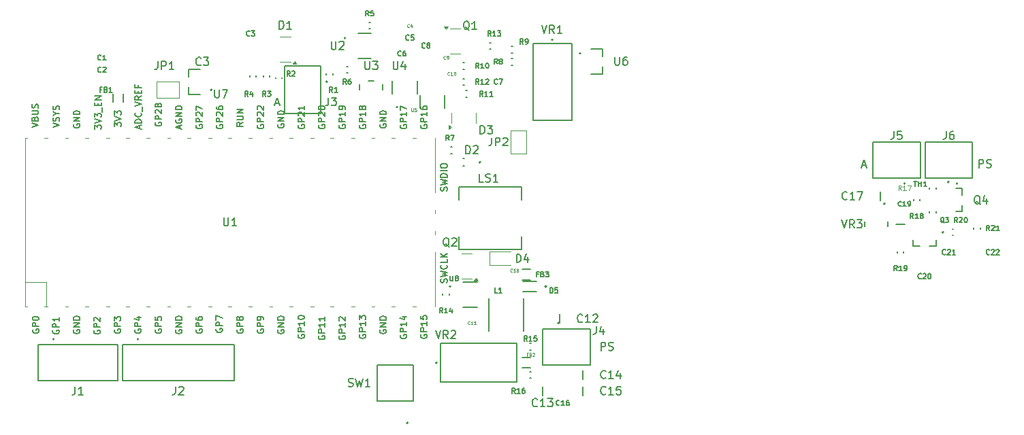
<source format=gbr>
%TF.GenerationSoftware,KiCad,Pcbnew,8.0.8*%
%TF.CreationDate,2025-01-26T18:24:36+02:00*%
%TF.ProjectId,gamma-spectrometer,67616d6d-612d-4737-9065-6374726f6d65,v0.0.4*%
%TF.SameCoordinates,Original*%
%TF.FileFunction,Legend,Top*%
%TF.FilePolarity,Positive*%
%FSLAX46Y46*%
G04 Gerber Fmt 4.6, Leading zero omitted, Abs format (unit mm)*
G04 Created by KiCad (PCBNEW 8.0.8) date 2025-01-26 18:24:36*
%MOMM*%
%LPD*%
G01*
G04 APERTURE LIST*
%ADD10C,0.150000*%
%ADD11C,0.100000*%
%ADD12C,0.098425*%
%ADD13C,0.125000*%
%ADD14C,0.127000*%
%ADD15C,0.200000*%
%ADD16C,0.120000*%
%ADD17C,0.152400*%
G04 APERTURE END LIST*
D10*
X159761905Y-101454819D02*
X159761905Y-100454819D01*
X159761905Y-100454819D02*
X160142857Y-100454819D01*
X160142857Y-100454819D02*
X160238095Y-100502438D01*
X160238095Y-100502438D02*
X160285714Y-100550057D01*
X160285714Y-100550057D02*
X160333333Y-100645295D01*
X160333333Y-100645295D02*
X160333333Y-100788152D01*
X160333333Y-100788152D02*
X160285714Y-100883390D01*
X160285714Y-100883390D02*
X160238095Y-100931009D01*
X160238095Y-100931009D02*
X160142857Y-100978628D01*
X160142857Y-100978628D02*
X159761905Y-100978628D01*
X160714286Y-101407200D02*
X160857143Y-101454819D01*
X160857143Y-101454819D02*
X161095238Y-101454819D01*
X161095238Y-101454819D02*
X161190476Y-101407200D01*
X161190476Y-101407200D02*
X161238095Y-101359580D01*
X161238095Y-101359580D02*
X161285714Y-101264342D01*
X161285714Y-101264342D02*
X161285714Y-101169104D01*
X161285714Y-101169104D02*
X161238095Y-101073866D01*
X161238095Y-101073866D02*
X161190476Y-101026247D01*
X161190476Y-101026247D02*
X161095238Y-100978628D01*
X161095238Y-100978628D02*
X160904762Y-100931009D01*
X160904762Y-100931009D02*
X160809524Y-100883390D01*
X160809524Y-100883390D02*
X160761905Y-100835771D01*
X160761905Y-100835771D02*
X160714286Y-100740533D01*
X160714286Y-100740533D02*
X160714286Y-100645295D01*
X160714286Y-100645295D02*
X160761905Y-100550057D01*
X160761905Y-100550057D02*
X160809524Y-100502438D01*
X160809524Y-100502438D02*
X160904762Y-100454819D01*
X160904762Y-100454819D02*
X161142857Y-100454819D01*
X161142857Y-100454819D02*
X161285714Y-100502438D01*
X206761905Y-78679819D02*
X206761905Y-77679819D01*
X206761905Y-77679819D02*
X207142857Y-77679819D01*
X207142857Y-77679819D02*
X207238095Y-77727438D01*
X207238095Y-77727438D02*
X207285714Y-77775057D01*
X207285714Y-77775057D02*
X207333333Y-77870295D01*
X207333333Y-77870295D02*
X207333333Y-78013152D01*
X207333333Y-78013152D02*
X207285714Y-78108390D01*
X207285714Y-78108390D02*
X207238095Y-78156009D01*
X207238095Y-78156009D02*
X207142857Y-78203628D01*
X207142857Y-78203628D02*
X206761905Y-78203628D01*
X207714286Y-78632200D02*
X207857143Y-78679819D01*
X207857143Y-78679819D02*
X208095238Y-78679819D01*
X208095238Y-78679819D02*
X208190476Y-78632200D01*
X208190476Y-78632200D02*
X208238095Y-78584580D01*
X208238095Y-78584580D02*
X208285714Y-78489342D01*
X208285714Y-78489342D02*
X208285714Y-78394104D01*
X208285714Y-78394104D02*
X208238095Y-78298866D01*
X208238095Y-78298866D02*
X208190476Y-78251247D01*
X208190476Y-78251247D02*
X208095238Y-78203628D01*
X208095238Y-78203628D02*
X207904762Y-78156009D01*
X207904762Y-78156009D02*
X207809524Y-78108390D01*
X207809524Y-78108390D02*
X207761905Y-78060771D01*
X207761905Y-78060771D02*
X207714286Y-77965533D01*
X207714286Y-77965533D02*
X207714286Y-77870295D01*
X207714286Y-77870295D02*
X207761905Y-77775057D01*
X207761905Y-77775057D02*
X207809524Y-77727438D01*
X207809524Y-77727438D02*
X207904762Y-77679819D01*
X207904762Y-77679819D02*
X208142857Y-77679819D01*
X208142857Y-77679819D02*
X208285714Y-77727438D01*
X119261905Y-70669104D02*
X119738095Y-70669104D01*
X119166667Y-70954819D02*
X119500000Y-69954819D01*
X119500000Y-69954819D02*
X119833333Y-70954819D01*
X192261905Y-78394104D02*
X192738095Y-78394104D01*
X192166667Y-78679819D02*
X192500000Y-77679819D01*
X192500000Y-77679819D02*
X192833333Y-78679819D01*
X133938095Y-65454819D02*
X133938095Y-66264342D01*
X133938095Y-66264342D02*
X133985714Y-66359580D01*
X133985714Y-66359580D02*
X134033333Y-66407200D01*
X134033333Y-66407200D02*
X134128571Y-66454819D01*
X134128571Y-66454819D02*
X134319047Y-66454819D01*
X134319047Y-66454819D02*
X134414285Y-66407200D01*
X134414285Y-66407200D02*
X134461904Y-66359580D01*
X134461904Y-66359580D02*
X134509523Y-66264342D01*
X134509523Y-66264342D02*
X134509523Y-65454819D01*
X135414285Y-65788152D02*
X135414285Y-66454819D01*
X135176190Y-65407200D02*
X134938095Y-66121485D01*
X134938095Y-66121485D02*
X135557142Y-66121485D01*
X94366666Y-105954819D02*
X94366666Y-106669104D01*
X94366666Y-106669104D02*
X94319047Y-106811961D01*
X94319047Y-106811961D02*
X94223809Y-106907200D01*
X94223809Y-106907200D02*
X94080952Y-106954819D01*
X94080952Y-106954819D02*
X93985714Y-106954819D01*
X95366666Y-106954819D02*
X94795238Y-106954819D01*
X95080952Y-106954819D02*
X95080952Y-105954819D01*
X95080952Y-105954819D02*
X94985714Y-106097676D01*
X94985714Y-106097676D02*
X94890476Y-106192914D01*
X94890476Y-106192914D02*
X94795238Y-106240533D01*
X128093333Y-68288276D02*
X127879999Y-67983514D01*
X127727618Y-68288276D02*
X127727618Y-67648276D01*
X127727618Y-67648276D02*
X127971428Y-67648276D01*
X127971428Y-67648276D02*
X128032380Y-67678752D01*
X128032380Y-67678752D02*
X128062857Y-67709228D01*
X128062857Y-67709228D02*
X128093333Y-67770180D01*
X128093333Y-67770180D02*
X128093333Y-67861609D01*
X128093333Y-67861609D02*
X128062857Y-67922561D01*
X128062857Y-67922561D02*
X128032380Y-67953038D01*
X128032380Y-67953038D02*
X127971428Y-67983514D01*
X127971428Y-67983514D02*
X127727618Y-67983514D01*
X128641904Y-67648276D02*
X128519999Y-67648276D01*
X128519999Y-67648276D02*
X128459047Y-67678752D01*
X128459047Y-67678752D02*
X128428571Y-67709228D01*
X128428571Y-67709228D02*
X128367618Y-67800657D01*
X128367618Y-67800657D02*
X128337142Y-67922561D01*
X128337142Y-67922561D02*
X128337142Y-68166371D01*
X128337142Y-68166371D02*
X128367618Y-68227323D01*
X128367618Y-68227323D02*
X128398095Y-68257800D01*
X128398095Y-68257800D02*
X128459047Y-68288276D01*
X128459047Y-68288276D02*
X128580952Y-68288276D01*
X128580952Y-68288276D02*
X128641904Y-68257800D01*
X128641904Y-68257800D02*
X128672380Y-68227323D01*
X128672380Y-68227323D02*
X128702857Y-68166371D01*
X128702857Y-68166371D02*
X128702857Y-68013990D01*
X128702857Y-68013990D02*
X128672380Y-67953038D01*
X128672380Y-67953038D02*
X128641904Y-67922561D01*
X128641904Y-67922561D02*
X128580952Y-67892085D01*
X128580952Y-67892085D02*
X128459047Y-67892085D01*
X128459047Y-67892085D02*
X128398095Y-67922561D01*
X128398095Y-67922561D02*
X128367618Y-67953038D01*
X128367618Y-67953038D02*
X128337142Y-68013990D01*
X126393333Y-69288276D02*
X126179999Y-68983514D01*
X126027618Y-69288276D02*
X126027618Y-68648276D01*
X126027618Y-68648276D02*
X126271428Y-68648276D01*
X126271428Y-68648276D02*
X126332380Y-68678752D01*
X126332380Y-68678752D02*
X126362857Y-68709228D01*
X126362857Y-68709228D02*
X126393333Y-68770180D01*
X126393333Y-68770180D02*
X126393333Y-68861609D01*
X126393333Y-68861609D02*
X126362857Y-68922561D01*
X126362857Y-68922561D02*
X126332380Y-68953038D01*
X126332380Y-68953038D02*
X126271428Y-68983514D01*
X126271428Y-68983514D02*
X126027618Y-68983514D01*
X127002857Y-69288276D02*
X126637142Y-69288276D01*
X126819999Y-69288276D02*
X126819999Y-68648276D01*
X126819999Y-68648276D02*
X126759047Y-68739704D01*
X126759047Y-68739704D02*
X126698095Y-68800657D01*
X126698095Y-68800657D02*
X126637142Y-68831133D01*
X150588571Y-100288276D02*
X150375237Y-99983514D01*
X150222856Y-100288276D02*
X150222856Y-99648276D01*
X150222856Y-99648276D02*
X150466666Y-99648276D01*
X150466666Y-99648276D02*
X150527618Y-99678752D01*
X150527618Y-99678752D02*
X150558095Y-99709228D01*
X150558095Y-99709228D02*
X150588571Y-99770180D01*
X150588571Y-99770180D02*
X150588571Y-99861609D01*
X150588571Y-99861609D02*
X150558095Y-99922561D01*
X150558095Y-99922561D02*
X150527618Y-99953038D01*
X150527618Y-99953038D02*
X150466666Y-99983514D01*
X150466666Y-99983514D02*
X150222856Y-99983514D01*
X151198095Y-100288276D02*
X150832380Y-100288276D01*
X151015237Y-100288276D02*
X151015237Y-99648276D01*
X151015237Y-99648276D02*
X150954285Y-99739704D01*
X150954285Y-99739704D02*
X150893333Y-99800657D01*
X150893333Y-99800657D02*
X150832380Y-99831133D01*
X151777142Y-99648276D02*
X151472380Y-99648276D01*
X151472380Y-99648276D02*
X151441904Y-99953038D01*
X151441904Y-99953038D02*
X151472380Y-99922561D01*
X151472380Y-99922561D02*
X151533333Y-99892085D01*
X151533333Y-99892085D02*
X151685714Y-99892085D01*
X151685714Y-99892085D02*
X151746666Y-99922561D01*
X151746666Y-99922561D02*
X151777142Y-99953038D01*
X151777142Y-99953038D02*
X151807619Y-100013990D01*
X151807619Y-100013990D02*
X151807619Y-100166371D01*
X151807619Y-100166371D02*
X151777142Y-100227323D01*
X151777142Y-100227323D02*
X151746666Y-100257800D01*
X151746666Y-100257800D02*
X151685714Y-100288276D01*
X151685714Y-100288276D02*
X151533333Y-100288276D01*
X151533333Y-100288276D02*
X151472380Y-100257800D01*
X151472380Y-100257800D02*
X151441904Y-100227323D01*
X159166666Y-98454819D02*
X159166666Y-99169104D01*
X159166666Y-99169104D02*
X159119047Y-99311961D01*
X159119047Y-99311961D02*
X159023809Y-99407200D01*
X159023809Y-99407200D02*
X158880952Y-99454819D01*
X158880952Y-99454819D02*
X158785714Y-99454819D01*
X160071428Y-98788152D02*
X160071428Y-99454819D01*
X159833333Y-98407200D02*
X159595238Y-99121485D01*
X159595238Y-99121485D02*
X160214285Y-99121485D01*
X197114285Y-83437628D02*
X197085713Y-83466200D01*
X197085713Y-83466200D02*
X196999999Y-83494771D01*
X196999999Y-83494771D02*
X196942856Y-83494771D01*
X196942856Y-83494771D02*
X196857142Y-83466200D01*
X196857142Y-83466200D02*
X196799999Y-83409057D01*
X196799999Y-83409057D02*
X196771428Y-83351914D01*
X196771428Y-83351914D02*
X196742856Y-83237628D01*
X196742856Y-83237628D02*
X196742856Y-83151914D01*
X196742856Y-83151914D02*
X196771428Y-83037628D01*
X196771428Y-83037628D02*
X196799999Y-82980485D01*
X196799999Y-82980485D02*
X196857142Y-82923342D01*
X196857142Y-82923342D02*
X196942856Y-82894771D01*
X196942856Y-82894771D02*
X196999999Y-82894771D01*
X196999999Y-82894771D02*
X197085713Y-82923342D01*
X197085713Y-82923342D02*
X197114285Y-82951914D01*
X197685713Y-83494771D02*
X197342856Y-83494771D01*
X197514285Y-83494771D02*
X197514285Y-82894771D01*
X197514285Y-82894771D02*
X197457142Y-82980485D01*
X197457142Y-82980485D02*
X197399999Y-83037628D01*
X197399999Y-83037628D02*
X197342856Y-83066200D01*
X197971428Y-83494771D02*
X198085714Y-83494771D01*
X198085714Y-83494771D02*
X198142857Y-83466200D01*
X198142857Y-83466200D02*
X198171428Y-83437628D01*
X198171428Y-83437628D02*
X198228571Y-83351914D01*
X198228571Y-83351914D02*
X198257142Y-83237628D01*
X198257142Y-83237628D02*
X198257142Y-83009057D01*
X198257142Y-83009057D02*
X198228571Y-82951914D01*
X198228571Y-82951914D02*
X198200000Y-82923342D01*
X198200000Y-82923342D02*
X198142857Y-82894771D01*
X198142857Y-82894771D02*
X198028571Y-82894771D01*
X198028571Y-82894771D02*
X197971428Y-82923342D01*
X197971428Y-82923342D02*
X197942857Y-82951914D01*
X197942857Y-82951914D02*
X197914285Y-83009057D01*
X197914285Y-83009057D02*
X197914285Y-83151914D01*
X197914285Y-83151914D02*
X197942857Y-83209057D01*
X197942857Y-83209057D02*
X197971428Y-83237628D01*
X197971428Y-83237628D02*
X198028571Y-83266200D01*
X198028571Y-83266200D02*
X198142857Y-83266200D01*
X198142857Y-83266200D02*
X198200000Y-83237628D01*
X198200000Y-83237628D02*
X198228571Y-83209057D01*
X198228571Y-83209057D02*
X198257142Y-83151914D01*
X206929761Y-83275057D02*
X206834523Y-83227438D01*
X206834523Y-83227438D02*
X206739285Y-83132200D01*
X206739285Y-83132200D02*
X206596428Y-82989342D01*
X206596428Y-82989342D02*
X206501190Y-82941723D01*
X206501190Y-82941723D02*
X206405952Y-82941723D01*
X206453571Y-83179819D02*
X206358333Y-83132200D01*
X206358333Y-83132200D02*
X206263095Y-83036961D01*
X206263095Y-83036961D02*
X206215476Y-82846485D01*
X206215476Y-82846485D02*
X206215476Y-82513152D01*
X206215476Y-82513152D02*
X206263095Y-82322676D01*
X206263095Y-82322676D02*
X206358333Y-82227438D01*
X206358333Y-82227438D02*
X206453571Y-82179819D01*
X206453571Y-82179819D02*
X206644047Y-82179819D01*
X206644047Y-82179819D02*
X206739285Y-82227438D01*
X206739285Y-82227438D02*
X206834523Y-82322676D01*
X206834523Y-82322676D02*
X206882142Y-82513152D01*
X206882142Y-82513152D02*
X206882142Y-82846485D01*
X206882142Y-82846485D02*
X206834523Y-83036961D01*
X206834523Y-83036961D02*
X206739285Y-83132200D01*
X206739285Y-83132200D02*
X206644047Y-83179819D01*
X206644047Y-83179819D02*
X206453571Y-83179819D01*
X207739285Y-82513152D02*
X207739285Y-83179819D01*
X207501190Y-82132200D02*
X207263095Y-82846485D01*
X207263095Y-82846485D02*
X207882142Y-82846485D01*
X130893333Y-59788276D02*
X130679999Y-59483514D01*
X130527618Y-59788276D02*
X130527618Y-59148276D01*
X130527618Y-59148276D02*
X130771428Y-59148276D01*
X130771428Y-59148276D02*
X130832380Y-59178752D01*
X130832380Y-59178752D02*
X130862857Y-59209228D01*
X130862857Y-59209228D02*
X130893333Y-59270180D01*
X130893333Y-59270180D02*
X130893333Y-59361609D01*
X130893333Y-59361609D02*
X130862857Y-59422561D01*
X130862857Y-59422561D02*
X130832380Y-59453038D01*
X130832380Y-59453038D02*
X130771428Y-59483514D01*
X130771428Y-59483514D02*
X130527618Y-59483514D01*
X131472380Y-59148276D02*
X131167618Y-59148276D01*
X131167618Y-59148276D02*
X131137142Y-59453038D01*
X131137142Y-59453038D02*
X131167618Y-59422561D01*
X131167618Y-59422561D02*
X131228571Y-59392085D01*
X131228571Y-59392085D02*
X131380952Y-59392085D01*
X131380952Y-59392085D02*
X131441904Y-59422561D01*
X131441904Y-59422561D02*
X131472380Y-59453038D01*
X131472380Y-59453038D02*
X131502857Y-59513990D01*
X131502857Y-59513990D02*
X131502857Y-59666371D01*
X131502857Y-59666371D02*
X131472380Y-59727323D01*
X131472380Y-59727323D02*
X131441904Y-59757800D01*
X131441904Y-59757800D02*
X131380952Y-59788276D01*
X131380952Y-59788276D02*
X131228571Y-59788276D01*
X131228571Y-59788276D02*
X131167618Y-59757800D01*
X131167618Y-59757800D02*
X131137142Y-59727323D01*
X97666667Y-68953038D02*
X97453333Y-68953038D01*
X97453333Y-69288276D02*
X97453333Y-68648276D01*
X97453333Y-68648276D02*
X97758095Y-68648276D01*
X98215238Y-68953038D02*
X98306666Y-68983514D01*
X98306666Y-68983514D02*
X98337143Y-69013990D01*
X98337143Y-69013990D02*
X98367619Y-69074942D01*
X98367619Y-69074942D02*
X98367619Y-69166371D01*
X98367619Y-69166371D02*
X98337143Y-69227323D01*
X98337143Y-69227323D02*
X98306666Y-69257800D01*
X98306666Y-69257800D02*
X98245714Y-69288276D01*
X98245714Y-69288276D02*
X98001904Y-69288276D01*
X98001904Y-69288276D02*
X98001904Y-68648276D01*
X98001904Y-68648276D02*
X98215238Y-68648276D01*
X98215238Y-68648276D02*
X98276190Y-68678752D01*
X98276190Y-68678752D02*
X98306666Y-68709228D01*
X98306666Y-68709228D02*
X98337143Y-68770180D01*
X98337143Y-68770180D02*
X98337143Y-68831133D01*
X98337143Y-68831133D02*
X98306666Y-68892085D01*
X98306666Y-68892085D02*
X98276190Y-68922561D01*
X98276190Y-68922561D02*
X98215238Y-68953038D01*
X98215238Y-68953038D02*
X98001904Y-68953038D01*
X98977143Y-69288276D02*
X98611428Y-69288276D01*
X98794285Y-69288276D02*
X98794285Y-68648276D01*
X98794285Y-68648276D02*
X98733333Y-68739704D01*
X98733333Y-68739704D02*
X98672381Y-68800657D01*
X98672381Y-68800657D02*
X98611428Y-68831133D01*
X202613571Y-89452323D02*
X202583095Y-89482800D01*
X202583095Y-89482800D02*
X202491666Y-89513276D01*
X202491666Y-89513276D02*
X202430714Y-89513276D01*
X202430714Y-89513276D02*
X202339285Y-89482800D01*
X202339285Y-89482800D02*
X202278333Y-89421847D01*
X202278333Y-89421847D02*
X202247856Y-89360895D01*
X202247856Y-89360895D02*
X202217380Y-89238990D01*
X202217380Y-89238990D02*
X202217380Y-89147561D01*
X202217380Y-89147561D02*
X202247856Y-89025657D01*
X202247856Y-89025657D02*
X202278333Y-88964704D01*
X202278333Y-88964704D02*
X202339285Y-88903752D01*
X202339285Y-88903752D02*
X202430714Y-88873276D01*
X202430714Y-88873276D02*
X202491666Y-88873276D01*
X202491666Y-88873276D02*
X202583095Y-88903752D01*
X202583095Y-88903752D02*
X202613571Y-88934228D01*
X202857380Y-88934228D02*
X202887856Y-88903752D01*
X202887856Y-88903752D02*
X202948809Y-88873276D01*
X202948809Y-88873276D02*
X203101190Y-88873276D01*
X203101190Y-88873276D02*
X203162142Y-88903752D01*
X203162142Y-88903752D02*
X203192618Y-88934228D01*
X203192618Y-88934228D02*
X203223095Y-88995180D01*
X203223095Y-88995180D02*
X203223095Y-89056133D01*
X203223095Y-89056133D02*
X203192618Y-89147561D01*
X203192618Y-89147561D02*
X202826904Y-89513276D01*
X202826904Y-89513276D02*
X203223095Y-89513276D01*
X203832619Y-89513276D02*
X203466904Y-89513276D01*
X203649761Y-89513276D02*
X203649761Y-88873276D01*
X203649761Y-88873276D02*
X203588809Y-88964704D01*
X203588809Y-88964704D02*
X203527857Y-89025657D01*
X203527857Y-89025657D02*
X203466904Y-89056133D01*
X204088571Y-85513276D02*
X203875237Y-85208514D01*
X203722856Y-85513276D02*
X203722856Y-84873276D01*
X203722856Y-84873276D02*
X203966666Y-84873276D01*
X203966666Y-84873276D02*
X204027618Y-84903752D01*
X204027618Y-84903752D02*
X204058095Y-84934228D01*
X204058095Y-84934228D02*
X204088571Y-84995180D01*
X204088571Y-84995180D02*
X204088571Y-85086609D01*
X204088571Y-85086609D02*
X204058095Y-85147561D01*
X204058095Y-85147561D02*
X204027618Y-85178038D01*
X204027618Y-85178038D02*
X203966666Y-85208514D01*
X203966666Y-85208514D02*
X203722856Y-85208514D01*
X204332380Y-84934228D02*
X204362856Y-84903752D01*
X204362856Y-84903752D02*
X204423809Y-84873276D01*
X204423809Y-84873276D02*
X204576190Y-84873276D01*
X204576190Y-84873276D02*
X204637142Y-84903752D01*
X204637142Y-84903752D02*
X204667618Y-84934228D01*
X204667618Y-84934228D02*
X204698095Y-84995180D01*
X204698095Y-84995180D02*
X204698095Y-85056133D01*
X204698095Y-85056133D02*
X204667618Y-85147561D01*
X204667618Y-85147561D02*
X204301904Y-85513276D01*
X204301904Y-85513276D02*
X204698095Y-85513276D01*
X205094285Y-84873276D02*
X205155238Y-84873276D01*
X205155238Y-84873276D02*
X205216190Y-84903752D01*
X205216190Y-84903752D02*
X205246666Y-84934228D01*
X205246666Y-84934228D02*
X205277142Y-84995180D01*
X205277142Y-84995180D02*
X205307619Y-85117085D01*
X205307619Y-85117085D02*
X205307619Y-85269466D01*
X205307619Y-85269466D02*
X205277142Y-85391371D01*
X205277142Y-85391371D02*
X205246666Y-85452323D01*
X205246666Y-85452323D02*
X205216190Y-85482800D01*
X205216190Y-85482800D02*
X205155238Y-85513276D01*
X205155238Y-85513276D02*
X205094285Y-85513276D01*
X205094285Y-85513276D02*
X205033333Y-85482800D01*
X205033333Y-85482800D02*
X205002857Y-85452323D01*
X205002857Y-85452323D02*
X204972380Y-85391371D01*
X204972380Y-85391371D02*
X204941904Y-85269466D01*
X204941904Y-85269466D02*
X204941904Y-85117085D01*
X204941904Y-85117085D02*
X204972380Y-84995180D01*
X204972380Y-84995180D02*
X205002857Y-84934228D01*
X205002857Y-84934228D02*
X205033333Y-84903752D01*
X205033333Y-84903752D02*
X205094285Y-84873276D01*
X153427618Y-94288276D02*
X153427618Y-93648276D01*
X153427618Y-93648276D02*
X153579999Y-93648276D01*
X153579999Y-93648276D02*
X153671428Y-93678752D01*
X153671428Y-93678752D02*
X153732380Y-93739704D01*
X153732380Y-93739704D02*
X153762857Y-93800657D01*
X153762857Y-93800657D02*
X153793333Y-93922561D01*
X153793333Y-93922561D02*
X153793333Y-94013990D01*
X153793333Y-94013990D02*
X153762857Y-94135895D01*
X153762857Y-94135895D02*
X153732380Y-94196847D01*
X153732380Y-94196847D02*
X153671428Y-94257800D01*
X153671428Y-94257800D02*
X153579999Y-94288276D01*
X153579999Y-94288276D02*
X153427618Y-94288276D01*
X154372380Y-93648276D02*
X154067618Y-93648276D01*
X154067618Y-93648276D02*
X154037142Y-93953038D01*
X154037142Y-93953038D02*
X154067618Y-93922561D01*
X154067618Y-93922561D02*
X154128571Y-93892085D01*
X154128571Y-93892085D02*
X154280952Y-93892085D01*
X154280952Y-93892085D02*
X154341904Y-93922561D01*
X154341904Y-93922561D02*
X154372380Y-93953038D01*
X154372380Y-93953038D02*
X154402857Y-94013990D01*
X154402857Y-94013990D02*
X154402857Y-94166371D01*
X154402857Y-94166371D02*
X154372380Y-94227323D01*
X154372380Y-94227323D02*
X154341904Y-94257800D01*
X154341904Y-94257800D02*
X154280952Y-94288276D01*
X154280952Y-94288276D02*
X154128571Y-94288276D01*
X154128571Y-94288276D02*
X154067618Y-94257800D01*
X154067618Y-94257800D02*
X154037142Y-94227323D01*
X154588571Y-108227323D02*
X154558095Y-108257800D01*
X154558095Y-108257800D02*
X154466666Y-108288276D01*
X154466666Y-108288276D02*
X154405714Y-108288276D01*
X154405714Y-108288276D02*
X154314285Y-108257800D01*
X154314285Y-108257800D02*
X154253333Y-108196847D01*
X154253333Y-108196847D02*
X154222856Y-108135895D01*
X154222856Y-108135895D02*
X154192380Y-108013990D01*
X154192380Y-108013990D02*
X154192380Y-107922561D01*
X154192380Y-107922561D02*
X154222856Y-107800657D01*
X154222856Y-107800657D02*
X154253333Y-107739704D01*
X154253333Y-107739704D02*
X154314285Y-107678752D01*
X154314285Y-107678752D02*
X154405714Y-107648276D01*
X154405714Y-107648276D02*
X154466666Y-107648276D01*
X154466666Y-107648276D02*
X154558095Y-107678752D01*
X154558095Y-107678752D02*
X154588571Y-107709228D01*
X155198095Y-108288276D02*
X154832380Y-108288276D01*
X155015237Y-108288276D02*
X155015237Y-107648276D01*
X155015237Y-107648276D02*
X154954285Y-107739704D01*
X154954285Y-107739704D02*
X154893333Y-107800657D01*
X154893333Y-107800657D02*
X154832380Y-107831133D01*
X155746666Y-107648276D02*
X155624761Y-107648276D01*
X155624761Y-107648276D02*
X155563809Y-107678752D01*
X155563809Y-107678752D02*
X155533333Y-107709228D01*
X155533333Y-107709228D02*
X155472380Y-107800657D01*
X155472380Y-107800657D02*
X155441904Y-107922561D01*
X155441904Y-107922561D02*
X155441904Y-108166371D01*
X155441904Y-108166371D02*
X155472380Y-108227323D01*
X155472380Y-108227323D02*
X155502857Y-108257800D01*
X155502857Y-108257800D02*
X155563809Y-108288276D01*
X155563809Y-108288276D02*
X155685714Y-108288276D01*
X155685714Y-108288276D02*
X155746666Y-108257800D01*
X155746666Y-108257800D02*
X155777142Y-108227323D01*
X155777142Y-108227323D02*
X155807619Y-108166371D01*
X155807619Y-108166371D02*
X155807619Y-108013990D01*
X155807619Y-108013990D02*
X155777142Y-107953038D01*
X155777142Y-107953038D02*
X155746666Y-107922561D01*
X155746666Y-107922561D02*
X155685714Y-107892085D01*
X155685714Y-107892085D02*
X155563809Y-107892085D01*
X155563809Y-107892085D02*
X155502857Y-107922561D01*
X155502857Y-107922561D02*
X155472380Y-107953038D01*
X155472380Y-107953038D02*
X155441904Y-108013990D01*
X160357142Y-106859580D02*
X160309523Y-106907200D01*
X160309523Y-106907200D02*
X160166666Y-106954819D01*
X160166666Y-106954819D02*
X160071428Y-106954819D01*
X160071428Y-106954819D02*
X159928571Y-106907200D01*
X159928571Y-106907200D02*
X159833333Y-106811961D01*
X159833333Y-106811961D02*
X159785714Y-106716723D01*
X159785714Y-106716723D02*
X159738095Y-106526247D01*
X159738095Y-106526247D02*
X159738095Y-106383390D01*
X159738095Y-106383390D02*
X159785714Y-106192914D01*
X159785714Y-106192914D02*
X159833333Y-106097676D01*
X159833333Y-106097676D02*
X159928571Y-106002438D01*
X159928571Y-106002438D02*
X160071428Y-105954819D01*
X160071428Y-105954819D02*
X160166666Y-105954819D01*
X160166666Y-105954819D02*
X160309523Y-106002438D01*
X160309523Y-106002438D02*
X160357142Y-106050057D01*
X161309523Y-106954819D02*
X160738095Y-106954819D01*
X161023809Y-106954819D02*
X161023809Y-105954819D01*
X161023809Y-105954819D02*
X160928571Y-106097676D01*
X160928571Y-106097676D02*
X160833333Y-106192914D01*
X160833333Y-106192914D02*
X160738095Y-106240533D01*
X162214285Y-105954819D02*
X161738095Y-105954819D01*
X161738095Y-105954819D02*
X161690476Y-106431009D01*
X161690476Y-106431009D02*
X161738095Y-106383390D01*
X161738095Y-106383390D02*
X161833333Y-106335771D01*
X161833333Y-106335771D02*
X162071428Y-106335771D01*
X162071428Y-106335771D02*
X162166666Y-106383390D01*
X162166666Y-106383390D02*
X162214285Y-106431009D01*
X162214285Y-106431009D02*
X162261904Y-106526247D01*
X162261904Y-106526247D02*
X162261904Y-106764342D01*
X162261904Y-106764342D02*
X162214285Y-106859580D01*
X162214285Y-106859580D02*
X162166666Y-106907200D01*
X162166666Y-106907200D02*
X162071428Y-106954819D01*
X162071428Y-106954819D02*
X161833333Y-106954819D01*
X161833333Y-106954819D02*
X161738095Y-106907200D01*
X161738095Y-106907200D02*
X161690476Y-106859580D01*
D11*
X150666667Y-101970323D02*
X150533334Y-101970323D01*
X150533334Y-102179847D02*
X150533334Y-101779847D01*
X150533334Y-101779847D02*
X150723810Y-101779847D01*
X151009524Y-101970323D02*
X151066667Y-101989371D01*
X151066667Y-101989371D02*
X151085714Y-102008419D01*
X151085714Y-102008419D02*
X151104762Y-102046514D01*
X151104762Y-102046514D02*
X151104762Y-102103657D01*
X151104762Y-102103657D02*
X151085714Y-102141752D01*
X151085714Y-102141752D02*
X151066667Y-102160800D01*
X151066667Y-102160800D02*
X151028572Y-102179847D01*
X151028572Y-102179847D02*
X150876191Y-102179847D01*
X150876191Y-102179847D02*
X150876191Y-101779847D01*
X150876191Y-101779847D02*
X151009524Y-101779847D01*
X151009524Y-101779847D02*
X151047619Y-101798895D01*
X151047619Y-101798895D02*
X151066667Y-101817942D01*
X151066667Y-101817942D02*
X151085714Y-101856038D01*
X151085714Y-101856038D02*
X151085714Y-101894133D01*
X151085714Y-101894133D02*
X151066667Y-101932228D01*
X151066667Y-101932228D02*
X151047619Y-101951276D01*
X151047619Y-101951276D02*
X151009524Y-101970323D01*
X151009524Y-101970323D02*
X150876191Y-101970323D01*
X151257143Y-101817942D02*
X151276191Y-101798895D01*
X151276191Y-101798895D02*
X151314286Y-101779847D01*
X151314286Y-101779847D02*
X151409524Y-101779847D01*
X151409524Y-101779847D02*
X151447619Y-101798895D01*
X151447619Y-101798895D02*
X151466667Y-101817942D01*
X151466667Y-101817942D02*
X151485714Y-101856038D01*
X151485714Y-101856038D02*
X151485714Y-101894133D01*
X151485714Y-101894133D02*
X151466667Y-101951276D01*
X151466667Y-101951276D02*
X151238095Y-102179847D01*
X151238095Y-102179847D02*
X151485714Y-102179847D01*
D10*
X161498095Y-64904819D02*
X161498095Y-65714342D01*
X161498095Y-65714342D02*
X161545714Y-65809580D01*
X161545714Y-65809580D02*
X161593333Y-65857200D01*
X161593333Y-65857200D02*
X161688571Y-65904819D01*
X161688571Y-65904819D02*
X161879047Y-65904819D01*
X161879047Y-65904819D02*
X161974285Y-65857200D01*
X161974285Y-65857200D02*
X162021904Y-65809580D01*
X162021904Y-65809580D02*
X162069523Y-65714342D01*
X162069523Y-65714342D02*
X162069523Y-64904819D01*
X162974285Y-64904819D02*
X162783809Y-64904819D01*
X162783809Y-64904819D02*
X162688571Y-64952438D01*
X162688571Y-64952438D02*
X162640952Y-65000057D01*
X162640952Y-65000057D02*
X162545714Y-65142914D01*
X162545714Y-65142914D02*
X162498095Y-65333390D01*
X162498095Y-65333390D02*
X162498095Y-65714342D01*
X162498095Y-65714342D02*
X162545714Y-65809580D01*
X162545714Y-65809580D02*
X162593333Y-65857200D01*
X162593333Y-65857200D02*
X162688571Y-65904819D01*
X162688571Y-65904819D02*
X162879047Y-65904819D01*
X162879047Y-65904819D02*
X162974285Y-65857200D01*
X162974285Y-65857200D02*
X163021904Y-65809580D01*
X163021904Y-65809580D02*
X163069523Y-65714342D01*
X163069523Y-65714342D02*
X163069523Y-65476247D01*
X163069523Y-65476247D02*
X163021904Y-65381009D01*
X163021904Y-65381009D02*
X162974285Y-65333390D01*
X162974285Y-65333390D02*
X162879047Y-65285771D01*
X162879047Y-65285771D02*
X162688571Y-65285771D01*
X162688571Y-65285771D02*
X162593333Y-65333390D01*
X162593333Y-65333390D02*
X162545714Y-65381009D01*
X162545714Y-65381009D02*
X162498095Y-65476247D01*
X196191666Y-74166319D02*
X196191666Y-74880604D01*
X196191666Y-74880604D02*
X196144047Y-75023461D01*
X196144047Y-75023461D02*
X196048809Y-75118700D01*
X196048809Y-75118700D02*
X195905952Y-75166319D01*
X195905952Y-75166319D02*
X195810714Y-75166319D01*
X197144047Y-74166319D02*
X196667857Y-74166319D01*
X196667857Y-74166319D02*
X196620238Y-74642509D01*
X196620238Y-74642509D02*
X196667857Y-74594890D01*
X196667857Y-74594890D02*
X196763095Y-74547271D01*
X196763095Y-74547271D02*
X197001190Y-74547271D01*
X197001190Y-74547271D02*
X197096428Y-74594890D01*
X197096428Y-74594890D02*
X197144047Y-74642509D01*
X197144047Y-74642509D02*
X197191666Y-74737747D01*
X197191666Y-74737747D02*
X197191666Y-74975842D01*
X197191666Y-74975842D02*
X197144047Y-75071080D01*
X197144047Y-75071080D02*
X197096428Y-75118700D01*
X197096428Y-75118700D02*
X197001190Y-75166319D01*
X197001190Y-75166319D02*
X196763095Y-75166319D01*
X196763095Y-75166319D02*
X196667857Y-75118700D01*
X196667857Y-75118700D02*
X196620238Y-75071080D01*
X152390476Y-60954819D02*
X152723809Y-61954819D01*
X152723809Y-61954819D02*
X153057142Y-60954819D01*
X153961904Y-61954819D02*
X153628571Y-61478628D01*
X153390476Y-61954819D02*
X153390476Y-60954819D01*
X153390476Y-60954819D02*
X153771428Y-60954819D01*
X153771428Y-60954819D02*
X153866666Y-61002438D01*
X153866666Y-61002438D02*
X153914285Y-61050057D01*
X153914285Y-61050057D02*
X153961904Y-61145295D01*
X153961904Y-61145295D02*
X153961904Y-61288152D01*
X153961904Y-61288152D02*
X153914285Y-61383390D01*
X153914285Y-61383390D02*
X153866666Y-61431009D01*
X153866666Y-61431009D02*
X153771428Y-61478628D01*
X153771428Y-61478628D02*
X153390476Y-61478628D01*
X154914285Y-61954819D02*
X154342857Y-61954819D01*
X154628571Y-61954819D02*
X154628571Y-60954819D01*
X154628571Y-60954819D02*
X154533333Y-61097676D01*
X154533333Y-61097676D02*
X154438095Y-61192914D01*
X154438095Y-61192914D02*
X154342857Y-61240533D01*
D12*
X140434383Y-65139519D02*
X140415635Y-65158267D01*
X140415635Y-65158267D02*
X140359392Y-65177014D01*
X140359392Y-65177014D02*
X140321897Y-65177014D01*
X140321897Y-65177014D02*
X140265654Y-65158267D01*
X140265654Y-65158267D02*
X140228159Y-65120771D01*
X140228159Y-65120771D02*
X140209411Y-65083276D01*
X140209411Y-65083276D02*
X140190663Y-65008285D01*
X140190663Y-65008285D02*
X140190663Y-64952042D01*
X140190663Y-64952042D02*
X140209411Y-64877052D01*
X140209411Y-64877052D02*
X140228159Y-64839556D01*
X140228159Y-64839556D02*
X140265654Y-64802061D01*
X140265654Y-64802061D02*
X140321897Y-64783313D01*
X140321897Y-64783313D02*
X140359392Y-64783313D01*
X140359392Y-64783313D02*
X140415635Y-64802061D01*
X140415635Y-64802061D02*
X140434383Y-64820809D01*
X140621860Y-65177014D02*
X140696850Y-65177014D01*
X140696850Y-65177014D02*
X140734346Y-65158267D01*
X140734346Y-65158267D02*
X140753093Y-65139519D01*
X140753093Y-65139519D02*
X140790589Y-65083276D01*
X140790589Y-65083276D02*
X140809336Y-65008285D01*
X140809336Y-65008285D02*
X140809336Y-64858304D01*
X140809336Y-64858304D02*
X140790589Y-64820809D01*
X140790589Y-64820809D02*
X140771841Y-64802061D01*
X140771841Y-64802061D02*
X140734346Y-64783313D01*
X140734346Y-64783313D02*
X140659355Y-64783313D01*
X140659355Y-64783313D02*
X140621860Y-64802061D01*
X140621860Y-64802061D02*
X140603112Y-64820809D01*
X140603112Y-64820809D02*
X140584364Y-64858304D01*
X140584364Y-64858304D02*
X140584364Y-64952042D01*
X140584364Y-64952042D02*
X140603112Y-64989538D01*
X140603112Y-64989538D02*
X140621860Y-65008285D01*
X140621860Y-65008285D02*
X140659355Y-65027033D01*
X140659355Y-65027033D02*
X140734346Y-65027033D01*
X140734346Y-65027033D02*
X140771841Y-65008285D01*
X140771841Y-65008285D02*
X140790589Y-64989538D01*
X140790589Y-64989538D02*
X140809336Y-64952042D01*
D10*
X146893333Y-65788276D02*
X146679999Y-65483514D01*
X146527618Y-65788276D02*
X146527618Y-65148276D01*
X146527618Y-65148276D02*
X146771428Y-65148276D01*
X146771428Y-65148276D02*
X146832380Y-65178752D01*
X146832380Y-65178752D02*
X146862857Y-65209228D01*
X146862857Y-65209228D02*
X146893333Y-65270180D01*
X146893333Y-65270180D02*
X146893333Y-65361609D01*
X146893333Y-65361609D02*
X146862857Y-65422561D01*
X146862857Y-65422561D02*
X146832380Y-65453038D01*
X146832380Y-65453038D02*
X146771428Y-65483514D01*
X146771428Y-65483514D02*
X146527618Y-65483514D01*
X147259047Y-65422561D02*
X147198095Y-65392085D01*
X147198095Y-65392085D02*
X147167618Y-65361609D01*
X147167618Y-65361609D02*
X147137142Y-65300657D01*
X147137142Y-65300657D02*
X147137142Y-65270180D01*
X147137142Y-65270180D02*
X147167618Y-65209228D01*
X147167618Y-65209228D02*
X147198095Y-65178752D01*
X147198095Y-65178752D02*
X147259047Y-65148276D01*
X147259047Y-65148276D02*
X147380952Y-65148276D01*
X147380952Y-65148276D02*
X147441904Y-65178752D01*
X147441904Y-65178752D02*
X147472380Y-65209228D01*
X147472380Y-65209228D02*
X147502857Y-65270180D01*
X147502857Y-65270180D02*
X147502857Y-65300657D01*
X147502857Y-65300657D02*
X147472380Y-65361609D01*
X147472380Y-65361609D02*
X147441904Y-65392085D01*
X147441904Y-65392085D02*
X147380952Y-65422561D01*
X147380952Y-65422561D02*
X147259047Y-65422561D01*
X147259047Y-65422561D02*
X147198095Y-65453038D01*
X147198095Y-65453038D02*
X147167618Y-65483514D01*
X147167618Y-65483514D02*
X147137142Y-65544466D01*
X147137142Y-65544466D02*
X147137142Y-65666371D01*
X147137142Y-65666371D02*
X147167618Y-65727323D01*
X147167618Y-65727323D02*
X147198095Y-65757800D01*
X147198095Y-65757800D02*
X147259047Y-65788276D01*
X147259047Y-65788276D02*
X147380952Y-65788276D01*
X147380952Y-65788276D02*
X147441904Y-65757800D01*
X147441904Y-65757800D02*
X147472380Y-65727323D01*
X147472380Y-65727323D02*
X147502857Y-65666371D01*
X147502857Y-65666371D02*
X147502857Y-65544466D01*
X147502857Y-65544466D02*
X147472380Y-65483514D01*
X147472380Y-65483514D02*
X147441904Y-65453038D01*
X147441904Y-65453038D02*
X147380952Y-65422561D01*
X115893333Y-69788276D02*
X115679999Y-69483514D01*
X115527618Y-69788276D02*
X115527618Y-69148276D01*
X115527618Y-69148276D02*
X115771428Y-69148276D01*
X115771428Y-69148276D02*
X115832380Y-69178752D01*
X115832380Y-69178752D02*
X115862857Y-69209228D01*
X115862857Y-69209228D02*
X115893333Y-69270180D01*
X115893333Y-69270180D02*
X115893333Y-69361609D01*
X115893333Y-69361609D02*
X115862857Y-69422561D01*
X115862857Y-69422561D02*
X115832380Y-69453038D01*
X115832380Y-69453038D02*
X115771428Y-69483514D01*
X115771428Y-69483514D02*
X115527618Y-69483514D01*
X116441904Y-69361609D02*
X116441904Y-69788276D01*
X116289523Y-69117800D02*
X116137142Y-69574942D01*
X116137142Y-69574942D02*
X116533333Y-69574942D01*
D12*
X140946907Y-67139519D02*
X140928159Y-67158267D01*
X140928159Y-67158267D02*
X140871916Y-67177014D01*
X140871916Y-67177014D02*
X140834421Y-67177014D01*
X140834421Y-67177014D02*
X140778178Y-67158267D01*
X140778178Y-67158267D02*
X140740683Y-67120771D01*
X140740683Y-67120771D02*
X140721935Y-67083276D01*
X140721935Y-67083276D02*
X140703187Y-67008285D01*
X140703187Y-67008285D02*
X140703187Y-66952042D01*
X140703187Y-66952042D02*
X140721935Y-66877052D01*
X140721935Y-66877052D02*
X140740683Y-66839556D01*
X140740683Y-66839556D02*
X140778178Y-66802061D01*
X140778178Y-66802061D02*
X140834421Y-66783313D01*
X140834421Y-66783313D02*
X140871916Y-66783313D01*
X140871916Y-66783313D02*
X140928159Y-66802061D01*
X140928159Y-66802061D02*
X140946907Y-66820809D01*
X141321860Y-67177014D02*
X141096888Y-67177014D01*
X141209374Y-67177014D02*
X141209374Y-66783313D01*
X141209374Y-66783313D02*
X141171879Y-66839556D01*
X141171879Y-66839556D02*
X141134384Y-66877052D01*
X141134384Y-66877052D02*
X141096888Y-66895799D01*
X141565580Y-66783313D02*
X141603075Y-66783313D01*
X141603075Y-66783313D02*
X141640570Y-66802061D01*
X141640570Y-66802061D02*
X141659318Y-66820809D01*
X141659318Y-66820809D02*
X141678066Y-66858304D01*
X141678066Y-66858304D02*
X141696813Y-66933295D01*
X141696813Y-66933295D02*
X141696813Y-67027033D01*
X141696813Y-67027033D02*
X141678066Y-67102024D01*
X141678066Y-67102024D02*
X141659318Y-67139519D01*
X141659318Y-67139519D02*
X141640570Y-67158267D01*
X141640570Y-67158267D02*
X141603075Y-67177014D01*
X141603075Y-67177014D02*
X141565580Y-67177014D01*
X141565580Y-67177014D02*
X141528084Y-67158267D01*
X141528084Y-67158267D02*
X141509337Y-67139519D01*
X141509337Y-67139519D02*
X141490589Y-67102024D01*
X141490589Y-67102024D02*
X141471841Y-67027033D01*
X141471841Y-67027033D02*
X141471841Y-66933295D01*
X141471841Y-66933295D02*
X141490589Y-66858304D01*
X141490589Y-66858304D02*
X141509337Y-66820809D01*
X141509337Y-66820809D02*
X141528084Y-66802061D01*
X141528084Y-66802061D02*
X141565580Y-66783313D01*
D10*
X116093333Y-62227323D02*
X116062857Y-62257800D01*
X116062857Y-62257800D02*
X115971428Y-62288276D01*
X115971428Y-62288276D02*
X115910476Y-62288276D01*
X115910476Y-62288276D02*
X115819047Y-62257800D01*
X115819047Y-62257800D02*
X115758095Y-62196847D01*
X115758095Y-62196847D02*
X115727618Y-62135895D01*
X115727618Y-62135895D02*
X115697142Y-62013990D01*
X115697142Y-62013990D02*
X115697142Y-61922561D01*
X115697142Y-61922561D02*
X115727618Y-61800657D01*
X115727618Y-61800657D02*
X115758095Y-61739704D01*
X115758095Y-61739704D02*
X115819047Y-61678752D01*
X115819047Y-61678752D02*
X115910476Y-61648276D01*
X115910476Y-61648276D02*
X115971428Y-61648276D01*
X115971428Y-61648276D02*
X116062857Y-61678752D01*
X116062857Y-61678752D02*
X116093333Y-61709228D01*
X116306666Y-61648276D02*
X116702857Y-61648276D01*
X116702857Y-61648276D02*
X116489523Y-61892085D01*
X116489523Y-61892085D02*
X116580952Y-61892085D01*
X116580952Y-61892085D02*
X116641904Y-61922561D01*
X116641904Y-61922561D02*
X116672380Y-61953038D01*
X116672380Y-61953038D02*
X116702857Y-62013990D01*
X116702857Y-62013990D02*
X116702857Y-62166371D01*
X116702857Y-62166371D02*
X116672380Y-62227323D01*
X116672380Y-62227323D02*
X116641904Y-62257800D01*
X116641904Y-62257800D02*
X116580952Y-62288276D01*
X116580952Y-62288276D02*
X116398095Y-62288276D01*
X116398095Y-62288276D02*
X116337142Y-62257800D01*
X116337142Y-62257800D02*
X116306666Y-62227323D01*
X146088571Y-62288276D02*
X145875237Y-61983514D01*
X145722856Y-62288276D02*
X145722856Y-61648276D01*
X145722856Y-61648276D02*
X145966666Y-61648276D01*
X145966666Y-61648276D02*
X146027618Y-61678752D01*
X146027618Y-61678752D02*
X146058095Y-61709228D01*
X146058095Y-61709228D02*
X146088571Y-61770180D01*
X146088571Y-61770180D02*
X146088571Y-61861609D01*
X146088571Y-61861609D02*
X146058095Y-61922561D01*
X146058095Y-61922561D02*
X146027618Y-61953038D01*
X146027618Y-61953038D02*
X145966666Y-61983514D01*
X145966666Y-61983514D02*
X145722856Y-61983514D01*
X146698095Y-62288276D02*
X146332380Y-62288276D01*
X146515237Y-62288276D02*
X146515237Y-61648276D01*
X146515237Y-61648276D02*
X146454285Y-61739704D01*
X146454285Y-61739704D02*
X146393333Y-61800657D01*
X146393333Y-61800657D02*
X146332380Y-61831133D01*
X146911428Y-61648276D02*
X147307619Y-61648276D01*
X147307619Y-61648276D02*
X147094285Y-61892085D01*
X147094285Y-61892085D02*
X147185714Y-61892085D01*
X147185714Y-61892085D02*
X147246666Y-61922561D01*
X147246666Y-61922561D02*
X147277142Y-61953038D01*
X147277142Y-61953038D02*
X147307619Y-62013990D01*
X147307619Y-62013990D02*
X147307619Y-62166371D01*
X147307619Y-62166371D02*
X147277142Y-62227323D01*
X147277142Y-62227323D02*
X147246666Y-62257800D01*
X147246666Y-62257800D02*
X147185714Y-62288276D01*
X147185714Y-62288276D02*
X147002857Y-62288276D01*
X147002857Y-62288276D02*
X146941904Y-62257800D01*
X146941904Y-62257800D02*
X146911428Y-62227323D01*
X151966667Y-91953038D02*
X151753333Y-91953038D01*
X151753333Y-92288276D02*
X151753333Y-91648276D01*
X151753333Y-91648276D02*
X152058095Y-91648276D01*
X152515238Y-91953038D02*
X152606666Y-91983514D01*
X152606666Y-91983514D02*
X152637143Y-92013990D01*
X152637143Y-92013990D02*
X152667619Y-92074942D01*
X152667619Y-92074942D02*
X152667619Y-92166371D01*
X152667619Y-92166371D02*
X152637143Y-92227323D01*
X152637143Y-92227323D02*
X152606666Y-92257800D01*
X152606666Y-92257800D02*
X152545714Y-92288276D01*
X152545714Y-92288276D02*
X152301904Y-92288276D01*
X152301904Y-92288276D02*
X152301904Y-91648276D01*
X152301904Y-91648276D02*
X152515238Y-91648276D01*
X152515238Y-91648276D02*
X152576190Y-91678752D01*
X152576190Y-91678752D02*
X152606666Y-91709228D01*
X152606666Y-91709228D02*
X152637143Y-91770180D01*
X152637143Y-91770180D02*
X152637143Y-91831133D01*
X152637143Y-91831133D02*
X152606666Y-91892085D01*
X152606666Y-91892085D02*
X152576190Y-91922561D01*
X152576190Y-91922561D02*
X152515238Y-91953038D01*
X152515238Y-91953038D02*
X152301904Y-91953038D01*
X152880952Y-91648276D02*
X153277143Y-91648276D01*
X153277143Y-91648276D02*
X153063809Y-91892085D01*
X153063809Y-91892085D02*
X153155238Y-91892085D01*
X153155238Y-91892085D02*
X153216190Y-91922561D01*
X153216190Y-91922561D02*
X153246666Y-91953038D01*
X153246666Y-91953038D02*
X153277143Y-92013990D01*
X153277143Y-92013990D02*
X153277143Y-92166371D01*
X153277143Y-92166371D02*
X153246666Y-92227323D01*
X153246666Y-92227323D02*
X153216190Y-92257800D01*
X153216190Y-92257800D02*
X153155238Y-92288276D01*
X153155238Y-92288276D02*
X152972381Y-92288276D01*
X152972381Y-92288276D02*
X152911428Y-92257800D01*
X152911428Y-92257800D02*
X152880952Y-92227323D01*
X125866666Y-69954819D02*
X125866666Y-70669104D01*
X125866666Y-70669104D02*
X125819047Y-70811961D01*
X125819047Y-70811961D02*
X125723809Y-70907200D01*
X125723809Y-70907200D02*
X125580952Y-70954819D01*
X125580952Y-70954819D02*
X125485714Y-70954819D01*
X126247619Y-69954819D02*
X126866666Y-69954819D01*
X126866666Y-69954819D02*
X126533333Y-70335771D01*
X126533333Y-70335771D02*
X126676190Y-70335771D01*
X126676190Y-70335771D02*
X126771428Y-70383390D01*
X126771428Y-70383390D02*
X126819047Y-70431009D01*
X126819047Y-70431009D02*
X126866666Y-70526247D01*
X126866666Y-70526247D02*
X126866666Y-70764342D01*
X126866666Y-70764342D02*
X126819047Y-70859580D01*
X126819047Y-70859580D02*
X126771428Y-70907200D01*
X126771428Y-70907200D02*
X126676190Y-70954819D01*
X126676190Y-70954819D02*
X126390476Y-70954819D01*
X126390476Y-70954819D02*
X126295238Y-70907200D01*
X126295238Y-70907200D02*
X126247619Y-70859580D01*
D12*
X143456907Y-98189519D02*
X143438159Y-98208267D01*
X143438159Y-98208267D02*
X143381916Y-98227014D01*
X143381916Y-98227014D02*
X143344421Y-98227014D01*
X143344421Y-98227014D02*
X143288178Y-98208267D01*
X143288178Y-98208267D02*
X143250683Y-98170771D01*
X143250683Y-98170771D02*
X143231935Y-98133276D01*
X143231935Y-98133276D02*
X143213187Y-98058285D01*
X143213187Y-98058285D02*
X143213187Y-98002042D01*
X143213187Y-98002042D02*
X143231935Y-97927052D01*
X143231935Y-97927052D02*
X143250683Y-97889556D01*
X143250683Y-97889556D02*
X143288178Y-97852061D01*
X143288178Y-97852061D02*
X143344421Y-97833313D01*
X143344421Y-97833313D02*
X143381916Y-97833313D01*
X143381916Y-97833313D02*
X143438159Y-97852061D01*
X143438159Y-97852061D02*
X143456907Y-97870809D01*
X143831860Y-98227014D02*
X143606888Y-98227014D01*
X143719374Y-98227014D02*
X143719374Y-97833313D01*
X143719374Y-97833313D02*
X143681879Y-97889556D01*
X143681879Y-97889556D02*
X143644384Y-97927052D01*
X143644384Y-97927052D02*
X143606888Y-97945799D01*
X144206813Y-98227014D02*
X143981841Y-98227014D01*
X144094327Y-98227014D02*
X144094327Y-97833313D01*
X144094327Y-97833313D02*
X144056832Y-97889556D01*
X144056832Y-97889556D02*
X144019337Y-97927052D01*
X144019337Y-97927052D02*
X143981841Y-97945799D01*
D10*
X151857142Y-108359580D02*
X151809523Y-108407200D01*
X151809523Y-108407200D02*
X151666666Y-108454819D01*
X151666666Y-108454819D02*
X151571428Y-108454819D01*
X151571428Y-108454819D02*
X151428571Y-108407200D01*
X151428571Y-108407200D02*
X151333333Y-108311961D01*
X151333333Y-108311961D02*
X151285714Y-108216723D01*
X151285714Y-108216723D02*
X151238095Y-108026247D01*
X151238095Y-108026247D02*
X151238095Y-107883390D01*
X151238095Y-107883390D02*
X151285714Y-107692914D01*
X151285714Y-107692914D02*
X151333333Y-107597676D01*
X151333333Y-107597676D02*
X151428571Y-107502438D01*
X151428571Y-107502438D02*
X151571428Y-107454819D01*
X151571428Y-107454819D02*
X151666666Y-107454819D01*
X151666666Y-107454819D02*
X151809523Y-107502438D01*
X151809523Y-107502438D02*
X151857142Y-107550057D01*
X152809523Y-108454819D02*
X152238095Y-108454819D01*
X152523809Y-108454819D02*
X152523809Y-107454819D01*
X152523809Y-107454819D02*
X152428571Y-107597676D01*
X152428571Y-107597676D02*
X152333333Y-107692914D01*
X152333333Y-107692914D02*
X152238095Y-107740533D01*
X153142857Y-107454819D02*
X153761904Y-107454819D01*
X153761904Y-107454819D02*
X153428571Y-107835771D01*
X153428571Y-107835771D02*
X153571428Y-107835771D01*
X153571428Y-107835771D02*
X153666666Y-107883390D01*
X153666666Y-107883390D02*
X153714285Y-107931009D01*
X153714285Y-107931009D02*
X153761904Y-108026247D01*
X153761904Y-108026247D02*
X153761904Y-108264342D01*
X153761904Y-108264342D02*
X153714285Y-108359580D01*
X153714285Y-108359580D02*
X153666666Y-108407200D01*
X153666666Y-108407200D02*
X153571428Y-108454819D01*
X153571428Y-108454819D02*
X153285714Y-108454819D01*
X153285714Y-108454819D02*
X153190476Y-108407200D01*
X153190476Y-108407200D02*
X153142857Y-108359580D01*
X141012380Y-92148276D02*
X141012380Y-92666371D01*
X141012380Y-92666371D02*
X141042857Y-92727323D01*
X141042857Y-92727323D02*
X141073333Y-92757800D01*
X141073333Y-92757800D02*
X141134285Y-92788276D01*
X141134285Y-92788276D02*
X141256190Y-92788276D01*
X141256190Y-92788276D02*
X141317142Y-92757800D01*
X141317142Y-92757800D02*
X141347619Y-92727323D01*
X141347619Y-92727323D02*
X141378095Y-92666371D01*
X141378095Y-92666371D02*
X141378095Y-92148276D01*
X141774285Y-92422561D02*
X141713333Y-92392085D01*
X141713333Y-92392085D02*
X141682856Y-92361609D01*
X141682856Y-92361609D02*
X141652380Y-92300657D01*
X141652380Y-92300657D02*
X141652380Y-92270180D01*
X141652380Y-92270180D02*
X141682856Y-92209228D01*
X141682856Y-92209228D02*
X141713333Y-92178752D01*
X141713333Y-92178752D02*
X141774285Y-92148276D01*
X141774285Y-92148276D02*
X141896190Y-92148276D01*
X141896190Y-92148276D02*
X141957142Y-92178752D01*
X141957142Y-92178752D02*
X141987618Y-92209228D01*
X141987618Y-92209228D02*
X142018095Y-92270180D01*
X142018095Y-92270180D02*
X142018095Y-92300657D01*
X142018095Y-92300657D02*
X141987618Y-92361609D01*
X141987618Y-92361609D02*
X141957142Y-92392085D01*
X141957142Y-92392085D02*
X141896190Y-92422561D01*
X141896190Y-92422561D02*
X141774285Y-92422561D01*
X141774285Y-92422561D02*
X141713333Y-92453038D01*
X141713333Y-92453038D02*
X141682856Y-92483514D01*
X141682856Y-92483514D02*
X141652380Y-92544466D01*
X141652380Y-92544466D02*
X141652380Y-92666371D01*
X141652380Y-92666371D02*
X141682856Y-92727323D01*
X141682856Y-92727323D02*
X141713333Y-92757800D01*
X141713333Y-92757800D02*
X141774285Y-92788276D01*
X141774285Y-92788276D02*
X141896190Y-92788276D01*
X141896190Y-92788276D02*
X141957142Y-92757800D01*
X141957142Y-92757800D02*
X141987618Y-92727323D01*
X141987618Y-92727323D02*
X142018095Y-92666371D01*
X142018095Y-92666371D02*
X142018095Y-92544466D01*
X142018095Y-92544466D02*
X141987618Y-92483514D01*
X141987618Y-92483514D02*
X141957142Y-92453038D01*
X141957142Y-92453038D02*
X141896190Y-92422561D01*
X190382142Y-82584580D02*
X190334523Y-82632200D01*
X190334523Y-82632200D02*
X190191666Y-82679819D01*
X190191666Y-82679819D02*
X190096428Y-82679819D01*
X190096428Y-82679819D02*
X189953571Y-82632200D01*
X189953571Y-82632200D02*
X189858333Y-82536961D01*
X189858333Y-82536961D02*
X189810714Y-82441723D01*
X189810714Y-82441723D02*
X189763095Y-82251247D01*
X189763095Y-82251247D02*
X189763095Y-82108390D01*
X189763095Y-82108390D02*
X189810714Y-81917914D01*
X189810714Y-81917914D02*
X189858333Y-81822676D01*
X189858333Y-81822676D02*
X189953571Y-81727438D01*
X189953571Y-81727438D02*
X190096428Y-81679819D01*
X190096428Y-81679819D02*
X190191666Y-81679819D01*
X190191666Y-81679819D02*
X190334523Y-81727438D01*
X190334523Y-81727438D02*
X190382142Y-81775057D01*
X191334523Y-82679819D02*
X190763095Y-82679819D01*
X191048809Y-82679819D02*
X191048809Y-81679819D01*
X191048809Y-81679819D02*
X190953571Y-81822676D01*
X190953571Y-81822676D02*
X190858333Y-81917914D01*
X190858333Y-81917914D02*
X190763095Y-81965533D01*
X191667857Y-81679819D02*
X192334523Y-81679819D01*
X192334523Y-81679819D02*
X191905952Y-82679819D01*
X198677143Y-80373276D02*
X199042857Y-80373276D01*
X198860000Y-81013276D02*
X198860000Y-80373276D01*
X199256190Y-81013276D02*
X199256190Y-80373276D01*
X199256190Y-80678038D02*
X199621905Y-80678038D01*
X199621905Y-81013276D02*
X199621905Y-80373276D01*
X200261905Y-81013276D02*
X199896190Y-81013276D01*
X200079047Y-81013276D02*
X200079047Y-80373276D01*
X200079047Y-80373276D02*
X200018095Y-80464704D01*
X200018095Y-80464704D02*
X199957143Y-80525657D01*
X199957143Y-80525657D02*
X199896190Y-80556133D01*
X119761905Y-61404819D02*
X119761905Y-60404819D01*
X119761905Y-60404819D02*
X120000000Y-60404819D01*
X120000000Y-60404819D02*
X120142857Y-60452438D01*
X120142857Y-60452438D02*
X120238095Y-60547676D01*
X120238095Y-60547676D02*
X120285714Y-60642914D01*
X120285714Y-60642914D02*
X120333333Y-60833390D01*
X120333333Y-60833390D02*
X120333333Y-60976247D01*
X120333333Y-60976247D02*
X120285714Y-61166723D01*
X120285714Y-61166723D02*
X120238095Y-61261961D01*
X120238095Y-61261961D02*
X120142857Y-61357200D01*
X120142857Y-61357200D02*
X120000000Y-61404819D01*
X120000000Y-61404819D02*
X119761905Y-61404819D01*
X121285714Y-61404819D02*
X120714286Y-61404819D01*
X121000000Y-61404819D02*
X121000000Y-60404819D01*
X121000000Y-60404819D02*
X120904762Y-60547676D01*
X120904762Y-60547676D02*
X120809524Y-60642914D01*
X120809524Y-60642914D02*
X120714286Y-60690533D01*
X104666666Y-65454819D02*
X104666666Y-66169104D01*
X104666666Y-66169104D02*
X104619047Y-66311961D01*
X104619047Y-66311961D02*
X104523809Y-66407200D01*
X104523809Y-66407200D02*
X104380952Y-66454819D01*
X104380952Y-66454819D02*
X104285714Y-66454819D01*
X105142857Y-66454819D02*
X105142857Y-65454819D01*
X105142857Y-65454819D02*
X105523809Y-65454819D01*
X105523809Y-65454819D02*
X105619047Y-65502438D01*
X105619047Y-65502438D02*
X105666666Y-65550057D01*
X105666666Y-65550057D02*
X105714285Y-65645295D01*
X105714285Y-65645295D02*
X105714285Y-65788152D01*
X105714285Y-65788152D02*
X105666666Y-65883390D01*
X105666666Y-65883390D02*
X105619047Y-65931009D01*
X105619047Y-65931009D02*
X105523809Y-65978628D01*
X105523809Y-65978628D02*
X105142857Y-65978628D01*
X106666666Y-66454819D02*
X106095238Y-66454819D01*
X106380952Y-66454819D02*
X106380952Y-65454819D01*
X106380952Y-65454819D02*
X106285714Y-65597676D01*
X106285714Y-65597676D02*
X106190476Y-65692914D01*
X106190476Y-65692914D02*
X106095238Y-65740533D01*
X198613571Y-85013276D02*
X198400237Y-84708514D01*
X198247856Y-85013276D02*
X198247856Y-84373276D01*
X198247856Y-84373276D02*
X198491666Y-84373276D01*
X198491666Y-84373276D02*
X198552618Y-84403752D01*
X198552618Y-84403752D02*
X198583095Y-84434228D01*
X198583095Y-84434228D02*
X198613571Y-84495180D01*
X198613571Y-84495180D02*
X198613571Y-84586609D01*
X198613571Y-84586609D02*
X198583095Y-84647561D01*
X198583095Y-84647561D02*
X198552618Y-84678038D01*
X198552618Y-84678038D02*
X198491666Y-84708514D01*
X198491666Y-84708514D02*
X198247856Y-84708514D01*
X199223095Y-85013276D02*
X198857380Y-85013276D01*
X199040237Y-85013276D02*
X199040237Y-84373276D01*
X199040237Y-84373276D02*
X198979285Y-84464704D01*
X198979285Y-84464704D02*
X198918333Y-84525657D01*
X198918333Y-84525657D02*
X198857380Y-84556133D01*
X199588809Y-84647561D02*
X199527857Y-84617085D01*
X199527857Y-84617085D02*
X199497380Y-84586609D01*
X199497380Y-84586609D02*
X199466904Y-84525657D01*
X199466904Y-84525657D02*
X199466904Y-84495180D01*
X199466904Y-84495180D02*
X199497380Y-84434228D01*
X199497380Y-84434228D02*
X199527857Y-84403752D01*
X199527857Y-84403752D02*
X199588809Y-84373276D01*
X199588809Y-84373276D02*
X199710714Y-84373276D01*
X199710714Y-84373276D02*
X199771666Y-84403752D01*
X199771666Y-84403752D02*
X199802142Y-84434228D01*
X199802142Y-84434228D02*
X199832619Y-84495180D01*
X199832619Y-84495180D02*
X199832619Y-84525657D01*
X199832619Y-84525657D02*
X199802142Y-84586609D01*
X199802142Y-84586609D02*
X199771666Y-84617085D01*
X199771666Y-84617085D02*
X199710714Y-84647561D01*
X199710714Y-84647561D02*
X199588809Y-84647561D01*
X199588809Y-84647561D02*
X199527857Y-84678038D01*
X199527857Y-84678038D02*
X199497380Y-84708514D01*
X199497380Y-84708514D02*
X199466904Y-84769466D01*
X199466904Y-84769466D02*
X199466904Y-84891371D01*
X199466904Y-84891371D02*
X199497380Y-84952323D01*
X199497380Y-84952323D02*
X199527857Y-84982800D01*
X199527857Y-84982800D02*
X199588809Y-85013276D01*
X199588809Y-85013276D02*
X199710714Y-85013276D01*
X199710714Y-85013276D02*
X199771666Y-84982800D01*
X199771666Y-84982800D02*
X199802142Y-84952323D01*
X199802142Y-84952323D02*
X199832619Y-84891371D01*
X199832619Y-84891371D02*
X199832619Y-84769466D01*
X199832619Y-84769466D02*
X199802142Y-84708514D01*
X199802142Y-84708514D02*
X199771666Y-84678038D01*
X199771666Y-84678038D02*
X199710714Y-84647561D01*
X146893333Y-68227323D02*
X146862857Y-68257800D01*
X146862857Y-68257800D02*
X146771428Y-68288276D01*
X146771428Y-68288276D02*
X146710476Y-68288276D01*
X146710476Y-68288276D02*
X146619047Y-68257800D01*
X146619047Y-68257800D02*
X146558095Y-68196847D01*
X146558095Y-68196847D02*
X146527618Y-68135895D01*
X146527618Y-68135895D02*
X146497142Y-68013990D01*
X146497142Y-68013990D02*
X146497142Y-67922561D01*
X146497142Y-67922561D02*
X146527618Y-67800657D01*
X146527618Y-67800657D02*
X146558095Y-67739704D01*
X146558095Y-67739704D02*
X146619047Y-67678752D01*
X146619047Y-67678752D02*
X146710476Y-67648276D01*
X146710476Y-67648276D02*
X146771428Y-67648276D01*
X146771428Y-67648276D02*
X146862857Y-67678752D01*
X146862857Y-67678752D02*
X146893333Y-67709228D01*
X147106666Y-67648276D02*
X147533333Y-67648276D01*
X147533333Y-67648276D02*
X147259047Y-68288276D01*
X144588571Y-66288276D02*
X144375237Y-65983514D01*
X144222856Y-66288276D02*
X144222856Y-65648276D01*
X144222856Y-65648276D02*
X144466666Y-65648276D01*
X144466666Y-65648276D02*
X144527618Y-65678752D01*
X144527618Y-65678752D02*
X144558095Y-65709228D01*
X144558095Y-65709228D02*
X144588571Y-65770180D01*
X144588571Y-65770180D02*
X144588571Y-65861609D01*
X144588571Y-65861609D02*
X144558095Y-65922561D01*
X144558095Y-65922561D02*
X144527618Y-65953038D01*
X144527618Y-65953038D02*
X144466666Y-65983514D01*
X144466666Y-65983514D02*
X144222856Y-65983514D01*
X145198095Y-66288276D02*
X144832380Y-66288276D01*
X145015237Y-66288276D02*
X145015237Y-65648276D01*
X145015237Y-65648276D02*
X144954285Y-65739704D01*
X144954285Y-65739704D02*
X144893333Y-65800657D01*
X144893333Y-65800657D02*
X144832380Y-65831133D01*
X145594285Y-65648276D02*
X145655238Y-65648276D01*
X145655238Y-65648276D02*
X145716190Y-65678752D01*
X145716190Y-65678752D02*
X145746666Y-65709228D01*
X145746666Y-65709228D02*
X145777142Y-65770180D01*
X145777142Y-65770180D02*
X145807619Y-65892085D01*
X145807619Y-65892085D02*
X145807619Y-66044466D01*
X145807619Y-66044466D02*
X145777142Y-66166371D01*
X145777142Y-66166371D02*
X145746666Y-66227323D01*
X145746666Y-66227323D02*
X145716190Y-66257800D01*
X145716190Y-66257800D02*
X145655238Y-66288276D01*
X145655238Y-66288276D02*
X145594285Y-66288276D01*
X145594285Y-66288276D02*
X145533333Y-66257800D01*
X145533333Y-66257800D02*
X145502857Y-66227323D01*
X145502857Y-66227323D02*
X145472380Y-66166371D01*
X145472380Y-66166371D02*
X145441904Y-66044466D01*
X145441904Y-66044466D02*
X145441904Y-65892085D01*
X145441904Y-65892085D02*
X145472380Y-65770180D01*
X145472380Y-65770180D02*
X145502857Y-65709228D01*
X145502857Y-65709228D02*
X145533333Y-65678752D01*
X145533333Y-65678752D02*
X145594285Y-65648276D01*
X97593333Y-65227323D02*
X97562857Y-65257800D01*
X97562857Y-65257800D02*
X97471428Y-65288276D01*
X97471428Y-65288276D02*
X97410476Y-65288276D01*
X97410476Y-65288276D02*
X97319047Y-65257800D01*
X97319047Y-65257800D02*
X97258095Y-65196847D01*
X97258095Y-65196847D02*
X97227618Y-65135895D01*
X97227618Y-65135895D02*
X97197142Y-65013990D01*
X97197142Y-65013990D02*
X97197142Y-64922561D01*
X97197142Y-64922561D02*
X97227618Y-64800657D01*
X97227618Y-64800657D02*
X97258095Y-64739704D01*
X97258095Y-64739704D02*
X97319047Y-64678752D01*
X97319047Y-64678752D02*
X97410476Y-64648276D01*
X97410476Y-64648276D02*
X97471428Y-64648276D01*
X97471428Y-64648276D02*
X97562857Y-64678752D01*
X97562857Y-64678752D02*
X97593333Y-64709228D01*
X98202857Y-65288276D02*
X97837142Y-65288276D01*
X98019999Y-65288276D02*
X98019999Y-64648276D01*
X98019999Y-64648276D02*
X97959047Y-64739704D01*
X97959047Y-64739704D02*
X97898095Y-64800657D01*
X97898095Y-64800657D02*
X97837142Y-64831133D01*
X106866666Y-105954819D02*
X106866666Y-106669104D01*
X106866666Y-106669104D02*
X106819047Y-106811961D01*
X106819047Y-106811961D02*
X106723809Y-106907200D01*
X106723809Y-106907200D02*
X106580952Y-106954819D01*
X106580952Y-106954819D02*
X106485714Y-106954819D01*
X107295238Y-106050057D02*
X107342857Y-106002438D01*
X107342857Y-106002438D02*
X107438095Y-105954819D01*
X107438095Y-105954819D02*
X107676190Y-105954819D01*
X107676190Y-105954819D02*
X107771428Y-106002438D01*
X107771428Y-106002438D02*
X107819047Y-106050057D01*
X107819047Y-106050057D02*
X107866666Y-106145295D01*
X107866666Y-106145295D02*
X107866666Y-106240533D01*
X107866666Y-106240533D02*
X107819047Y-106383390D01*
X107819047Y-106383390D02*
X107247619Y-106954819D01*
X107247619Y-106954819D02*
X107866666Y-106954819D01*
X118093333Y-69788276D02*
X117879999Y-69483514D01*
X117727618Y-69788276D02*
X117727618Y-69148276D01*
X117727618Y-69148276D02*
X117971428Y-69148276D01*
X117971428Y-69148276D02*
X118032380Y-69178752D01*
X118032380Y-69178752D02*
X118062857Y-69209228D01*
X118062857Y-69209228D02*
X118093333Y-69270180D01*
X118093333Y-69270180D02*
X118093333Y-69361609D01*
X118093333Y-69361609D02*
X118062857Y-69422561D01*
X118062857Y-69422561D02*
X118032380Y-69453038D01*
X118032380Y-69453038D02*
X117971428Y-69483514D01*
X117971428Y-69483514D02*
X117727618Y-69483514D01*
X118306666Y-69148276D02*
X118702857Y-69148276D01*
X118702857Y-69148276D02*
X118489523Y-69392085D01*
X118489523Y-69392085D02*
X118580952Y-69392085D01*
X118580952Y-69392085D02*
X118641904Y-69422561D01*
X118641904Y-69422561D02*
X118672380Y-69453038D01*
X118672380Y-69453038D02*
X118702857Y-69513990D01*
X118702857Y-69513990D02*
X118702857Y-69666371D01*
X118702857Y-69666371D02*
X118672380Y-69727323D01*
X118672380Y-69727323D02*
X118641904Y-69757800D01*
X118641904Y-69757800D02*
X118580952Y-69788276D01*
X118580952Y-69788276D02*
X118398095Y-69788276D01*
X118398095Y-69788276D02*
X118337142Y-69757800D01*
X118337142Y-69757800D02*
X118306666Y-69727323D01*
X196588571Y-91513276D02*
X196375237Y-91208514D01*
X196222856Y-91513276D02*
X196222856Y-90873276D01*
X196222856Y-90873276D02*
X196466666Y-90873276D01*
X196466666Y-90873276D02*
X196527618Y-90903752D01*
X196527618Y-90903752D02*
X196558095Y-90934228D01*
X196558095Y-90934228D02*
X196588571Y-90995180D01*
X196588571Y-90995180D02*
X196588571Y-91086609D01*
X196588571Y-91086609D02*
X196558095Y-91147561D01*
X196558095Y-91147561D02*
X196527618Y-91178038D01*
X196527618Y-91178038D02*
X196466666Y-91208514D01*
X196466666Y-91208514D02*
X196222856Y-91208514D01*
X197198095Y-91513276D02*
X196832380Y-91513276D01*
X197015237Y-91513276D02*
X197015237Y-90873276D01*
X197015237Y-90873276D02*
X196954285Y-90964704D01*
X196954285Y-90964704D02*
X196893333Y-91025657D01*
X196893333Y-91025657D02*
X196832380Y-91056133D01*
X197502857Y-91513276D02*
X197624761Y-91513276D01*
X197624761Y-91513276D02*
X197685714Y-91482800D01*
X197685714Y-91482800D02*
X197716190Y-91452323D01*
X197716190Y-91452323D02*
X197777142Y-91360895D01*
X197777142Y-91360895D02*
X197807619Y-91238990D01*
X197807619Y-91238990D02*
X197807619Y-90995180D01*
X197807619Y-90995180D02*
X197777142Y-90934228D01*
X197777142Y-90934228D02*
X197746666Y-90903752D01*
X197746666Y-90903752D02*
X197685714Y-90873276D01*
X197685714Y-90873276D02*
X197563809Y-90873276D01*
X197563809Y-90873276D02*
X197502857Y-90903752D01*
X197502857Y-90903752D02*
X197472380Y-90934228D01*
X197472380Y-90934228D02*
X197441904Y-90995180D01*
X197441904Y-90995180D02*
X197441904Y-91147561D01*
X197441904Y-91147561D02*
X197472380Y-91208514D01*
X197472380Y-91208514D02*
X197502857Y-91238990D01*
X197502857Y-91238990D02*
X197563809Y-91269466D01*
X197563809Y-91269466D02*
X197685714Y-91269466D01*
X197685714Y-91269466D02*
X197746666Y-91238990D01*
X197746666Y-91238990D02*
X197777142Y-91208514D01*
X197777142Y-91208514D02*
X197807619Y-91147561D01*
X135893333Y-62727323D02*
X135862857Y-62757800D01*
X135862857Y-62757800D02*
X135771428Y-62788276D01*
X135771428Y-62788276D02*
X135710476Y-62788276D01*
X135710476Y-62788276D02*
X135619047Y-62757800D01*
X135619047Y-62757800D02*
X135558095Y-62696847D01*
X135558095Y-62696847D02*
X135527618Y-62635895D01*
X135527618Y-62635895D02*
X135497142Y-62513990D01*
X135497142Y-62513990D02*
X135497142Y-62422561D01*
X135497142Y-62422561D02*
X135527618Y-62300657D01*
X135527618Y-62300657D02*
X135558095Y-62239704D01*
X135558095Y-62239704D02*
X135619047Y-62178752D01*
X135619047Y-62178752D02*
X135710476Y-62148276D01*
X135710476Y-62148276D02*
X135771428Y-62148276D01*
X135771428Y-62148276D02*
X135862857Y-62178752D01*
X135862857Y-62178752D02*
X135893333Y-62209228D01*
X136472380Y-62148276D02*
X136167618Y-62148276D01*
X136167618Y-62148276D02*
X136137142Y-62453038D01*
X136137142Y-62453038D02*
X136167618Y-62422561D01*
X136167618Y-62422561D02*
X136228571Y-62392085D01*
X136228571Y-62392085D02*
X136380952Y-62392085D01*
X136380952Y-62392085D02*
X136441904Y-62422561D01*
X136441904Y-62422561D02*
X136472380Y-62453038D01*
X136472380Y-62453038D02*
X136502857Y-62513990D01*
X136502857Y-62513990D02*
X136502857Y-62666371D01*
X136502857Y-62666371D02*
X136472380Y-62727323D01*
X136472380Y-62727323D02*
X136441904Y-62757800D01*
X136441904Y-62757800D02*
X136380952Y-62788276D01*
X136380952Y-62788276D02*
X136228571Y-62788276D01*
X136228571Y-62788276D02*
X136167618Y-62757800D01*
X136167618Y-62757800D02*
X136137142Y-62727323D01*
D12*
X148746907Y-91639519D02*
X148728159Y-91658267D01*
X148728159Y-91658267D02*
X148671916Y-91677014D01*
X148671916Y-91677014D02*
X148634421Y-91677014D01*
X148634421Y-91677014D02*
X148578178Y-91658267D01*
X148578178Y-91658267D02*
X148540683Y-91620771D01*
X148540683Y-91620771D02*
X148521935Y-91583276D01*
X148521935Y-91583276D02*
X148503187Y-91508285D01*
X148503187Y-91508285D02*
X148503187Y-91452042D01*
X148503187Y-91452042D02*
X148521935Y-91377052D01*
X148521935Y-91377052D02*
X148540683Y-91339556D01*
X148540683Y-91339556D02*
X148578178Y-91302061D01*
X148578178Y-91302061D02*
X148634421Y-91283313D01*
X148634421Y-91283313D02*
X148671916Y-91283313D01*
X148671916Y-91283313D02*
X148728159Y-91302061D01*
X148728159Y-91302061D02*
X148746907Y-91320809D01*
X149121860Y-91677014D02*
X148896888Y-91677014D01*
X149009374Y-91677014D02*
X149009374Y-91283313D01*
X149009374Y-91283313D02*
X148971879Y-91339556D01*
X148971879Y-91339556D02*
X148934384Y-91377052D01*
X148934384Y-91377052D02*
X148896888Y-91395799D01*
X149346832Y-91452042D02*
X149309337Y-91433295D01*
X149309337Y-91433295D02*
X149290589Y-91414547D01*
X149290589Y-91414547D02*
X149271841Y-91377052D01*
X149271841Y-91377052D02*
X149271841Y-91358304D01*
X149271841Y-91358304D02*
X149290589Y-91320809D01*
X149290589Y-91320809D02*
X149309337Y-91302061D01*
X149309337Y-91302061D02*
X149346832Y-91283313D01*
X149346832Y-91283313D02*
X149421823Y-91283313D01*
X149421823Y-91283313D02*
X149459318Y-91302061D01*
X149459318Y-91302061D02*
X149478066Y-91320809D01*
X149478066Y-91320809D02*
X149496813Y-91358304D01*
X149496813Y-91358304D02*
X149496813Y-91377052D01*
X149496813Y-91377052D02*
X149478066Y-91414547D01*
X149478066Y-91414547D02*
X149459318Y-91433295D01*
X149459318Y-91433295D02*
X149421823Y-91452042D01*
X149421823Y-91452042D02*
X149346832Y-91452042D01*
X149346832Y-91452042D02*
X149309337Y-91470790D01*
X149309337Y-91470790D02*
X149290589Y-91489538D01*
X149290589Y-91489538D02*
X149271841Y-91527033D01*
X149271841Y-91527033D02*
X149271841Y-91602024D01*
X149271841Y-91602024D02*
X149290589Y-91639519D01*
X149290589Y-91639519D02*
X149309337Y-91658267D01*
X149309337Y-91658267D02*
X149346832Y-91677014D01*
X149346832Y-91677014D02*
X149421823Y-91677014D01*
X149421823Y-91677014D02*
X149459318Y-91658267D01*
X149459318Y-91658267D02*
X149478066Y-91639519D01*
X149478066Y-91639519D02*
X149496813Y-91602024D01*
X149496813Y-91602024D02*
X149496813Y-91527033D01*
X149496813Y-91527033D02*
X149478066Y-91489538D01*
X149478066Y-91489538D02*
X149459318Y-91470790D01*
X149459318Y-91470790D02*
X149421823Y-91452042D01*
D10*
X145157142Y-80454819D02*
X144680952Y-80454819D01*
X144680952Y-80454819D02*
X144680952Y-79454819D01*
X145442857Y-80407200D02*
X145585714Y-80454819D01*
X145585714Y-80454819D02*
X145823809Y-80454819D01*
X145823809Y-80454819D02*
X145919047Y-80407200D01*
X145919047Y-80407200D02*
X145966666Y-80359580D01*
X145966666Y-80359580D02*
X146014285Y-80264342D01*
X146014285Y-80264342D02*
X146014285Y-80169104D01*
X146014285Y-80169104D02*
X145966666Y-80073866D01*
X145966666Y-80073866D02*
X145919047Y-80026247D01*
X145919047Y-80026247D02*
X145823809Y-79978628D01*
X145823809Y-79978628D02*
X145633333Y-79931009D01*
X145633333Y-79931009D02*
X145538095Y-79883390D01*
X145538095Y-79883390D02*
X145490476Y-79835771D01*
X145490476Y-79835771D02*
X145442857Y-79740533D01*
X145442857Y-79740533D02*
X145442857Y-79645295D01*
X145442857Y-79645295D02*
X145490476Y-79550057D01*
X145490476Y-79550057D02*
X145538095Y-79502438D01*
X145538095Y-79502438D02*
X145633333Y-79454819D01*
X145633333Y-79454819D02*
X145871428Y-79454819D01*
X145871428Y-79454819D02*
X146014285Y-79502438D01*
X146966666Y-80454819D02*
X146395238Y-80454819D01*
X146680952Y-80454819D02*
X146680952Y-79454819D01*
X146680952Y-79454819D02*
X146585714Y-79597676D01*
X146585714Y-79597676D02*
X146490476Y-79692914D01*
X146490476Y-79692914D02*
X146395238Y-79740533D01*
X149088571Y-106788276D02*
X148875237Y-106483514D01*
X148722856Y-106788276D02*
X148722856Y-106148276D01*
X148722856Y-106148276D02*
X148966666Y-106148276D01*
X148966666Y-106148276D02*
X149027618Y-106178752D01*
X149027618Y-106178752D02*
X149058095Y-106209228D01*
X149058095Y-106209228D02*
X149088571Y-106270180D01*
X149088571Y-106270180D02*
X149088571Y-106361609D01*
X149088571Y-106361609D02*
X149058095Y-106422561D01*
X149058095Y-106422561D02*
X149027618Y-106453038D01*
X149027618Y-106453038D02*
X148966666Y-106483514D01*
X148966666Y-106483514D02*
X148722856Y-106483514D01*
X149698095Y-106788276D02*
X149332380Y-106788276D01*
X149515237Y-106788276D02*
X149515237Y-106148276D01*
X149515237Y-106148276D02*
X149454285Y-106239704D01*
X149454285Y-106239704D02*
X149393333Y-106300657D01*
X149393333Y-106300657D02*
X149332380Y-106331133D01*
X150246666Y-106148276D02*
X150124761Y-106148276D01*
X150124761Y-106148276D02*
X150063809Y-106178752D01*
X150063809Y-106178752D02*
X150033333Y-106209228D01*
X150033333Y-106209228D02*
X149972380Y-106300657D01*
X149972380Y-106300657D02*
X149941904Y-106422561D01*
X149941904Y-106422561D02*
X149941904Y-106666371D01*
X149941904Y-106666371D02*
X149972380Y-106727323D01*
X149972380Y-106727323D02*
X150002857Y-106757800D01*
X150002857Y-106757800D02*
X150063809Y-106788276D01*
X150063809Y-106788276D02*
X150185714Y-106788276D01*
X150185714Y-106788276D02*
X150246666Y-106757800D01*
X150246666Y-106757800D02*
X150277142Y-106727323D01*
X150277142Y-106727323D02*
X150307619Y-106666371D01*
X150307619Y-106666371D02*
X150307619Y-106513990D01*
X150307619Y-106513990D02*
X150277142Y-106453038D01*
X150277142Y-106453038D02*
X150246666Y-106422561D01*
X150246666Y-106422561D02*
X150185714Y-106392085D01*
X150185714Y-106392085D02*
X150063809Y-106392085D01*
X150063809Y-106392085D02*
X150002857Y-106422561D01*
X150002857Y-106422561D02*
X149972380Y-106453038D01*
X149972380Y-106453038D02*
X149941904Y-106513990D01*
X144588571Y-68288276D02*
X144375237Y-67983514D01*
X144222856Y-68288276D02*
X144222856Y-67648276D01*
X144222856Y-67648276D02*
X144466666Y-67648276D01*
X144466666Y-67648276D02*
X144527618Y-67678752D01*
X144527618Y-67678752D02*
X144558095Y-67709228D01*
X144558095Y-67709228D02*
X144588571Y-67770180D01*
X144588571Y-67770180D02*
X144588571Y-67861609D01*
X144588571Y-67861609D02*
X144558095Y-67922561D01*
X144558095Y-67922561D02*
X144527618Y-67953038D01*
X144527618Y-67953038D02*
X144466666Y-67983514D01*
X144466666Y-67983514D02*
X144222856Y-67983514D01*
X145198095Y-68288276D02*
X144832380Y-68288276D01*
X145015237Y-68288276D02*
X145015237Y-67648276D01*
X145015237Y-67648276D02*
X144954285Y-67739704D01*
X144954285Y-67739704D02*
X144893333Y-67800657D01*
X144893333Y-67800657D02*
X144832380Y-67831133D01*
X145441904Y-67709228D02*
X145472380Y-67678752D01*
X145472380Y-67678752D02*
X145533333Y-67648276D01*
X145533333Y-67648276D02*
X145685714Y-67648276D01*
X145685714Y-67648276D02*
X145746666Y-67678752D01*
X145746666Y-67678752D02*
X145777142Y-67709228D01*
X145777142Y-67709228D02*
X145807619Y-67770180D01*
X145807619Y-67770180D02*
X145807619Y-67831133D01*
X145807619Y-67831133D02*
X145777142Y-67922561D01*
X145777142Y-67922561D02*
X145411428Y-68288276D01*
X145411428Y-68288276D02*
X145807619Y-68288276D01*
X208088571Y-89452323D02*
X208058095Y-89482800D01*
X208058095Y-89482800D02*
X207966666Y-89513276D01*
X207966666Y-89513276D02*
X207905714Y-89513276D01*
X207905714Y-89513276D02*
X207814285Y-89482800D01*
X207814285Y-89482800D02*
X207753333Y-89421847D01*
X207753333Y-89421847D02*
X207722856Y-89360895D01*
X207722856Y-89360895D02*
X207692380Y-89238990D01*
X207692380Y-89238990D02*
X207692380Y-89147561D01*
X207692380Y-89147561D02*
X207722856Y-89025657D01*
X207722856Y-89025657D02*
X207753333Y-88964704D01*
X207753333Y-88964704D02*
X207814285Y-88903752D01*
X207814285Y-88903752D02*
X207905714Y-88873276D01*
X207905714Y-88873276D02*
X207966666Y-88873276D01*
X207966666Y-88873276D02*
X208058095Y-88903752D01*
X208058095Y-88903752D02*
X208088571Y-88934228D01*
X208332380Y-88934228D02*
X208362856Y-88903752D01*
X208362856Y-88903752D02*
X208423809Y-88873276D01*
X208423809Y-88873276D02*
X208576190Y-88873276D01*
X208576190Y-88873276D02*
X208637142Y-88903752D01*
X208637142Y-88903752D02*
X208667618Y-88934228D01*
X208667618Y-88934228D02*
X208698095Y-88995180D01*
X208698095Y-88995180D02*
X208698095Y-89056133D01*
X208698095Y-89056133D02*
X208667618Y-89147561D01*
X208667618Y-89147561D02*
X208301904Y-89513276D01*
X208301904Y-89513276D02*
X208698095Y-89513276D01*
X208941904Y-88934228D02*
X208972380Y-88903752D01*
X208972380Y-88903752D02*
X209033333Y-88873276D01*
X209033333Y-88873276D02*
X209185714Y-88873276D01*
X209185714Y-88873276D02*
X209246666Y-88903752D01*
X209246666Y-88903752D02*
X209277142Y-88934228D01*
X209277142Y-88934228D02*
X209307619Y-88995180D01*
X209307619Y-88995180D02*
X209307619Y-89056133D01*
X209307619Y-89056133D02*
X209277142Y-89147561D01*
X209277142Y-89147561D02*
X208911428Y-89513276D01*
X208911428Y-89513276D02*
X209307619Y-89513276D01*
X146166666Y-74954819D02*
X146166666Y-75669104D01*
X146166666Y-75669104D02*
X146119047Y-75811961D01*
X146119047Y-75811961D02*
X146023809Y-75907200D01*
X146023809Y-75907200D02*
X145880952Y-75954819D01*
X145880952Y-75954819D02*
X145785714Y-75954819D01*
X146642857Y-75954819D02*
X146642857Y-74954819D01*
X146642857Y-74954819D02*
X147023809Y-74954819D01*
X147023809Y-74954819D02*
X147119047Y-75002438D01*
X147119047Y-75002438D02*
X147166666Y-75050057D01*
X147166666Y-75050057D02*
X147214285Y-75145295D01*
X147214285Y-75145295D02*
X147214285Y-75288152D01*
X147214285Y-75288152D02*
X147166666Y-75383390D01*
X147166666Y-75383390D02*
X147119047Y-75431009D01*
X147119047Y-75431009D02*
X147023809Y-75478628D01*
X147023809Y-75478628D02*
X146642857Y-75478628D01*
X147595238Y-75050057D02*
X147642857Y-75002438D01*
X147642857Y-75002438D02*
X147738095Y-74954819D01*
X147738095Y-74954819D02*
X147976190Y-74954819D01*
X147976190Y-74954819D02*
X148071428Y-75002438D01*
X148071428Y-75002438D02*
X148119047Y-75050057D01*
X148119047Y-75050057D02*
X148166666Y-75145295D01*
X148166666Y-75145295D02*
X148166666Y-75240533D01*
X148166666Y-75240533D02*
X148119047Y-75383390D01*
X148119047Y-75383390D02*
X147547619Y-75954819D01*
X147547619Y-75954819D02*
X148166666Y-75954819D01*
X146893333Y-94288276D02*
X146588571Y-94288276D01*
X146588571Y-94288276D02*
X146588571Y-93648276D01*
X147441905Y-94288276D02*
X147076190Y-94288276D01*
X147259047Y-94288276D02*
X147259047Y-93648276D01*
X147259047Y-93648276D02*
X147198095Y-93739704D01*
X147198095Y-93739704D02*
X147137143Y-93800657D01*
X147137143Y-93800657D02*
X147076190Y-93831133D01*
X137893333Y-63727323D02*
X137862857Y-63757800D01*
X137862857Y-63757800D02*
X137771428Y-63788276D01*
X137771428Y-63788276D02*
X137710476Y-63788276D01*
X137710476Y-63788276D02*
X137619047Y-63757800D01*
X137619047Y-63757800D02*
X137558095Y-63696847D01*
X137558095Y-63696847D02*
X137527618Y-63635895D01*
X137527618Y-63635895D02*
X137497142Y-63513990D01*
X137497142Y-63513990D02*
X137497142Y-63422561D01*
X137497142Y-63422561D02*
X137527618Y-63300657D01*
X137527618Y-63300657D02*
X137558095Y-63239704D01*
X137558095Y-63239704D02*
X137619047Y-63178752D01*
X137619047Y-63178752D02*
X137710476Y-63148276D01*
X137710476Y-63148276D02*
X137771428Y-63148276D01*
X137771428Y-63148276D02*
X137862857Y-63178752D01*
X137862857Y-63178752D02*
X137893333Y-63209228D01*
X138259047Y-63422561D02*
X138198095Y-63392085D01*
X138198095Y-63392085D02*
X138167618Y-63361609D01*
X138167618Y-63361609D02*
X138137142Y-63300657D01*
X138137142Y-63300657D02*
X138137142Y-63270180D01*
X138137142Y-63270180D02*
X138167618Y-63209228D01*
X138167618Y-63209228D02*
X138198095Y-63178752D01*
X138198095Y-63178752D02*
X138259047Y-63148276D01*
X138259047Y-63148276D02*
X138380952Y-63148276D01*
X138380952Y-63148276D02*
X138441904Y-63178752D01*
X138441904Y-63178752D02*
X138472380Y-63209228D01*
X138472380Y-63209228D02*
X138502857Y-63270180D01*
X138502857Y-63270180D02*
X138502857Y-63300657D01*
X138502857Y-63300657D02*
X138472380Y-63361609D01*
X138472380Y-63361609D02*
X138441904Y-63392085D01*
X138441904Y-63392085D02*
X138380952Y-63422561D01*
X138380952Y-63422561D02*
X138259047Y-63422561D01*
X138259047Y-63422561D02*
X138198095Y-63453038D01*
X138198095Y-63453038D02*
X138167618Y-63483514D01*
X138167618Y-63483514D02*
X138137142Y-63544466D01*
X138137142Y-63544466D02*
X138137142Y-63666371D01*
X138137142Y-63666371D02*
X138167618Y-63727323D01*
X138167618Y-63727323D02*
X138198095Y-63757800D01*
X138198095Y-63757800D02*
X138259047Y-63788276D01*
X138259047Y-63788276D02*
X138380952Y-63788276D01*
X138380952Y-63788276D02*
X138441904Y-63757800D01*
X138441904Y-63757800D02*
X138472380Y-63727323D01*
X138472380Y-63727323D02*
X138502857Y-63666371D01*
X138502857Y-63666371D02*
X138502857Y-63544466D01*
X138502857Y-63544466D02*
X138472380Y-63483514D01*
X138472380Y-63483514D02*
X138441904Y-63453038D01*
X138441904Y-63453038D02*
X138380952Y-63422561D01*
D13*
X197114285Y-81496071D02*
X196914285Y-81210357D01*
X196771428Y-81496071D02*
X196771428Y-80896071D01*
X196771428Y-80896071D02*
X196999999Y-80896071D01*
X196999999Y-80896071D02*
X197057142Y-80924642D01*
X197057142Y-80924642D02*
X197085713Y-80953214D01*
X197085713Y-80953214D02*
X197114285Y-81010357D01*
X197114285Y-81010357D02*
X197114285Y-81096071D01*
X197114285Y-81096071D02*
X197085713Y-81153214D01*
X197085713Y-81153214D02*
X197057142Y-81181785D01*
X197057142Y-81181785D02*
X196999999Y-81210357D01*
X196999999Y-81210357D02*
X196771428Y-81210357D01*
X197685713Y-81496071D02*
X197342856Y-81496071D01*
X197514285Y-81496071D02*
X197514285Y-80896071D01*
X197514285Y-80896071D02*
X197457142Y-80981785D01*
X197457142Y-80981785D02*
X197399999Y-81038928D01*
X197399999Y-81038928D02*
X197342856Y-81067500D01*
X197885714Y-80896071D02*
X198285714Y-80896071D01*
X198285714Y-80896071D02*
X198028571Y-81496071D01*
D12*
X135934383Y-61159519D02*
X135915635Y-61178267D01*
X135915635Y-61178267D02*
X135859392Y-61197014D01*
X135859392Y-61197014D02*
X135821897Y-61197014D01*
X135821897Y-61197014D02*
X135765654Y-61178267D01*
X135765654Y-61178267D02*
X135728159Y-61140771D01*
X135728159Y-61140771D02*
X135709411Y-61103276D01*
X135709411Y-61103276D02*
X135690663Y-61028285D01*
X135690663Y-61028285D02*
X135690663Y-60972042D01*
X135690663Y-60972042D02*
X135709411Y-60897052D01*
X135709411Y-60897052D02*
X135728159Y-60859556D01*
X135728159Y-60859556D02*
X135765654Y-60822061D01*
X135765654Y-60822061D02*
X135821897Y-60803313D01*
X135821897Y-60803313D02*
X135859392Y-60803313D01*
X135859392Y-60803313D02*
X135915635Y-60822061D01*
X135915635Y-60822061D02*
X135934383Y-60840809D01*
X136271841Y-60934547D02*
X136271841Y-61197014D01*
X136178103Y-60784566D02*
X136084364Y-61065781D01*
X136084364Y-61065781D02*
X136328084Y-61065781D01*
D10*
X199588571Y-92452323D02*
X199558095Y-92482800D01*
X199558095Y-92482800D02*
X199466666Y-92513276D01*
X199466666Y-92513276D02*
X199405714Y-92513276D01*
X199405714Y-92513276D02*
X199314285Y-92482800D01*
X199314285Y-92482800D02*
X199253333Y-92421847D01*
X199253333Y-92421847D02*
X199222856Y-92360895D01*
X199222856Y-92360895D02*
X199192380Y-92238990D01*
X199192380Y-92238990D02*
X199192380Y-92147561D01*
X199192380Y-92147561D02*
X199222856Y-92025657D01*
X199222856Y-92025657D02*
X199253333Y-91964704D01*
X199253333Y-91964704D02*
X199314285Y-91903752D01*
X199314285Y-91903752D02*
X199405714Y-91873276D01*
X199405714Y-91873276D02*
X199466666Y-91873276D01*
X199466666Y-91873276D02*
X199558095Y-91903752D01*
X199558095Y-91903752D02*
X199588571Y-91934228D01*
X199832380Y-91934228D02*
X199862856Y-91903752D01*
X199862856Y-91903752D02*
X199923809Y-91873276D01*
X199923809Y-91873276D02*
X200076190Y-91873276D01*
X200076190Y-91873276D02*
X200137142Y-91903752D01*
X200137142Y-91903752D02*
X200167618Y-91934228D01*
X200167618Y-91934228D02*
X200198095Y-91995180D01*
X200198095Y-91995180D02*
X200198095Y-92056133D01*
X200198095Y-92056133D02*
X200167618Y-92147561D01*
X200167618Y-92147561D02*
X199801904Y-92513276D01*
X199801904Y-92513276D02*
X200198095Y-92513276D01*
X200594285Y-91873276D02*
X200655238Y-91873276D01*
X200655238Y-91873276D02*
X200716190Y-91903752D01*
X200716190Y-91903752D02*
X200746666Y-91934228D01*
X200746666Y-91934228D02*
X200777142Y-91995180D01*
X200777142Y-91995180D02*
X200807619Y-92117085D01*
X200807619Y-92117085D02*
X200807619Y-92269466D01*
X200807619Y-92269466D02*
X200777142Y-92391371D01*
X200777142Y-92391371D02*
X200746666Y-92452323D01*
X200746666Y-92452323D02*
X200716190Y-92482800D01*
X200716190Y-92482800D02*
X200655238Y-92513276D01*
X200655238Y-92513276D02*
X200594285Y-92513276D01*
X200594285Y-92513276D02*
X200533333Y-92482800D01*
X200533333Y-92482800D02*
X200502857Y-92452323D01*
X200502857Y-92452323D02*
X200472380Y-92391371D01*
X200472380Y-92391371D02*
X200441904Y-92269466D01*
X200441904Y-92269466D02*
X200441904Y-92117085D01*
X200441904Y-92117085D02*
X200472380Y-91995180D01*
X200472380Y-91995180D02*
X200502857Y-91934228D01*
X200502857Y-91934228D02*
X200533333Y-91903752D01*
X200533333Y-91903752D02*
X200594285Y-91873276D01*
X189690476Y-85179819D02*
X190023809Y-86179819D01*
X190023809Y-86179819D02*
X190357142Y-85179819D01*
X191261904Y-86179819D02*
X190928571Y-85703628D01*
X190690476Y-86179819D02*
X190690476Y-85179819D01*
X190690476Y-85179819D02*
X191071428Y-85179819D01*
X191071428Y-85179819D02*
X191166666Y-85227438D01*
X191166666Y-85227438D02*
X191214285Y-85275057D01*
X191214285Y-85275057D02*
X191261904Y-85370295D01*
X191261904Y-85370295D02*
X191261904Y-85513152D01*
X191261904Y-85513152D02*
X191214285Y-85608390D01*
X191214285Y-85608390D02*
X191166666Y-85656009D01*
X191166666Y-85656009D02*
X191071428Y-85703628D01*
X191071428Y-85703628D02*
X190690476Y-85703628D01*
X191595238Y-85179819D02*
X192214285Y-85179819D01*
X192214285Y-85179819D02*
X191880952Y-85560771D01*
X191880952Y-85560771D02*
X192023809Y-85560771D01*
X192023809Y-85560771D02*
X192119047Y-85608390D01*
X192119047Y-85608390D02*
X192166666Y-85656009D01*
X192166666Y-85656009D02*
X192214285Y-85751247D01*
X192214285Y-85751247D02*
X192214285Y-85989342D01*
X192214285Y-85989342D02*
X192166666Y-86084580D01*
X192166666Y-86084580D02*
X192119047Y-86132200D01*
X192119047Y-86132200D02*
X192023809Y-86179819D01*
X192023809Y-86179819D02*
X191738095Y-86179819D01*
X191738095Y-86179819D02*
X191642857Y-86132200D01*
X191642857Y-86132200D02*
X191595238Y-86084580D01*
X112868095Y-84934819D02*
X112868095Y-85744342D01*
X112868095Y-85744342D02*
X112915714Y-85839580D01*
X112915714Y-85839580D02*
X112963333Y-85887200D01*
X112963333Y-85887200D02*
X113058571Y-85934819D01*
X113058571Y-85934819D02*
X113249047Y-85934819D01*
X113249047Y-85934819D02*
X113344285Y-85887200D01*
X113344285Y-85887200D02*
X113391904Y-85839580D01*
X113391904Y-85839580D02*
X113439523Y-85744342D01*
X113439523Y-85744342D02*
X113439523Y-84934819D01*
X114439523Y-85934819D02*
X113868095Y-85934819D01*
X114153809Y-85934819D02*
X114153809Y-84934819D01*
X114153809Y-84934819D02*
X114058571Y-85077676D01*
X114058571Y-85077676D02*
X113963333Y-85172914D01*
X113963333Y-85172914D02*
X113868095Y-85220533D01*
X119580390Y-98889523D02*
X119542295Y-98965713D01*
X119542295Y-98965713D02*
X119542295Y-99079999D01*
X119542295Y-99079999D02*
X119580390Y-99194285D01*
X119580390Y-99194285D02*
X119656580Y-99270475D01*
X119656580Y-99270475D02*
X119732771Y-99308570D01*
X119732771Y-99308570D02*
X119885152Y-99346666D01*
X119885152Y-99346666D02*
X119999438Y-99346666D01*
X119999438Y-99346666D02*
X120151819Y-99308570D01*
X120151819Y-99308570D02*
X120228009Y-99270475D01*
X120228009Y-99270475D02*
X120304200Y-99194285D01*
X120304200Y-99194285D02*
X120342295Y-99079999D01*
X120342295Y-99079999D02*
X120342295Y-99003808D01*
X120342295Y-99003808D02*
X120304200Y-98889523D01*
X120304200Y-98889523D02*
X120266104Y-98851427D01*
X120266104Y-98851427D02*
X119999438Y-98851427D01*
X119999438Y-98851427D02*
X119999438Y-99003808D01*
X120342295Y-98508570D02*
X119542295Y-98508570D01*
X119542295Y-98508570D02*
X120342295Y-98051427D01*
X120342295Y-98051427D02*
X119542295Y-98051427D01*
X120342295Y-97670475D02*
X119542295Y-97670475D01*
X119542295Y-97670475D02*
X119542295Y-97479999D01*
X119542295Y-97479999D02*
X119580390Y-97365713D01*
X119580390Y-97365713D02*
X119656580Y-97289523D01*
X119656580Y-97289523D02*
X119732771Y-97251428D01*
X119732771Y-97251428D02*
X119885152Y-97213332D01*
X119885152Y-97213332D02*
X119999438Y-97213332D01*
X119999438Y-97213332D02*
X120151819Y-97251428D01*
X120151819Y-97251428D02*
X120228009Y-97289523D01*
X120228009Y-97289523D02*
X120304200Y-97365713D01*
X120304200Y-97365713D02*
X120342295Y-97479999D01*
X120342295Y-97479999D02*
X120342295Y-97670475D01*
X132280390Y-98889523D02*
X132242295Y-98965713D01*
X132242295Y-98965713D02*
X132242295Y-99079999D01*
X132242295Y-99079999D02*
X132280390Y-99194285D01*
X132280390Y-99194285D02*
X132356580Y-99270475D01*
X132356580Y-99270475D02*
X132432771Y-99308570D01*
X132432771Y-99308570D02*
X132585152Y-99346666D01*
X132585152Y-99346666D02*
X132699438Y-99346666D01*
X132699438Y-99346666D02*
X132851819Y-99308570D01*
X132851819Y-99308570D02*
X132928009Y-99270475D01*
X132928009Y-99270475D02*
X133004200Y-99194285D01*
X133004200Y-99194285D02*
X133042295Y-99079999D01*
X133042295Y-99079999D02*
X133042295Y-99003808D01*
X133042295Y-99003808D02*
X133004200Y-98889523D01*
X133004200Y-98889523D02*
X132966104Y-98851427D01*
X132966104Y-98851427D02*
X132699438Y-98851427D01*
X132699438Y-98851427D02*
X132699438Y-99003808D01*
X133042295Y-98508570D02*
X132242295Y-98508570D01*
X132242295Y-98508570D02*
X133042295Y-98051427D01*
X133042295Y-98051427D02*
X132242295Y-98051427D01*
X133042295Y-97670475D02*
X132242295Y-97670475D01*
X132242295Y-97670475D02*
X132242295Y-97479999D01*
X132242295Y-97479999D02*
X132280390Y-97365713D01*
X132280390Y-97365713D02*
X132356580Y-97289523D01*
X132356580Y-97289523D02*
X132432771Y-97251428D01*
X132432771Y-97251428D02*
X132585152Y-97213332D01*
X132585152Y-97213332D02*
X132699438Y-97213332D01*
X132699438Y-97213332D02*
X132851819Y-97251428D01*
X132851819Y-97251428D02*
X132928009Y-97289523D01*
X132928009Y-97289523D02*
X133004200Y-97365713D01*
X133004200Y-97365713D02*
X133042295Y-97479999D01*
X133042295Y-97479999D02*
X133042295Y-97670475D01*
X89100390Y-98851428D02*
X89062295Y-98927618D01*
X89062295Y-98927618D02*
X89062295Y-99041904D01*
X89062295Y-99041904D02*
X89100390Y-99156190D01*
X89100390Y-99156190D02*
X89176580Y-99232380D01*
X89176580Y-99232380D02*
X89252771Y-99270475D01*
X89252771Y-99270475D02*
X89405152Y-99308571D01*
X89405152Y-99308571D02*
X89519438Y-99308571D01*
X89519438Y-99308571D02*
X89671819Y-99270475D01*
X89671819Y-99270475D02*
X89748009Y-99232380D01*
X89748009Y-99232380D02*
X89824200Y-99156190D01*
X89824200Y-99156190D02*
X89862295Y-99041904D01*
X89862295Y-99041904D02*
X89862295Y-98965713D01*
X89862295Y-98965713D02*
X89824200Y-98851428D01*
X89824200Y-98851428D02*
X89786104Y-98813332D01*
X89786104Y-98813332D02*
X89519438Y-98813332D01*
X89519438Y-98813332D02*
X89519438Y-98965713D01*
X89862295Y-98470475D02*
X89062295Y-98470475D01*
X89062295Y-98470475D02*
X89062295Y-98165713D01*
X89062295Y-98165713D02*
X89100390Y-98089523D01*
X89100390Y-98089523D02*
X89138485Y-98051428D01*
X89138485Y-98051428D02*
X89214676Y-98013332D01*
X89214676Y-98013332D02*
X89328961Y-98013332D01*
X89328961Y-98013332D02*
X89405152Y-98051428D01*
X89405152Y-98051428D02*
X89443247Y-98089523D01*
X89443247Y-98089523D02*
X89481342Y-98165713D01*
X89481342Y-98165713D02*
X89481342Y-98470475D01*
X89062295Y-97518094D02*
X89062295Y-97441904D01*
X89062295Y-97441904D02*
X89100390Y-97365713D01*
X89100390Y-97365713D02*
X89138485Y-97327618D01*
X89138485Y-97327618D02*
X89214676Y-97289523D01*
X89214676Y-97289523D02*
X89367057Y-97251428D01*
X89367057Y-97251428D02*
X89557533Y-97251428D01*
X89557533Y-97251428D02*
X89709914Y-97289523D01*
X89709914Y-97289523D02*
X89786104Y-97327618D01*
X89786104Y-97327618D02*
X89824200Y-97365713D01*
X89824200Y-97365713D02*
X89862295Y-97441904D01*
X89862295Y-97441904D02*
X89862295Y-97518094D01*
X89862295Y-97518094D02*
X89824200Y-97594285D01*
X89824200Y-97594285D02*
X89786104Y-97632380D01*
X89786104Y-97632380D02*
X89709914Y-97670475D01*
X89709914Y-97670475D02*
X89557533Y-97708571D01*
X89557533Y-97708571D02*
X89367057Y-97708571D01*
X89367057Y-97708571D02*
X89214676Y-97670475D01*
X89214676Y-97670475D02*
X89138485Y-97632380D01*
X89138485Y-97632380D02*
X89100390Y-97594285D01*
X89100390Y-97594285D02*
X89062295Y-97518094D01*
X124660390Y-73378381D02*
X124622295Y-73454571D01*
X124622295Y-73454571D02*
X124622295Y-73568857D01*
X124622295Y-73568857D02*
X124660390Y-73683143D01*
X124660390Y-73683143D02*
X124736580Y-73759333D01*
X124736580Y-73759333D02*
X124812771Y-73797428D01*
X124812771Y-73797428D02*
X124965152Y-73835524D01*
X124965152Y-73835524D02*
X125079438Y-73835524D01*
X125079438Y-73835524D02*
X125231819Y-73797428D01*
X125231819Y-73797428D02*
X125308009Y-73759333D01*
X125308009Y-73759333D02*
X125384200Y-73683143D01*
X125384200Y-73683143D02*
X125422295Y-73568857D01*
X125422295Y-73568857D02*
X125422295Y-73492666D01*
X125422295Y-73492666D02*
X125384200Y-73378381D01*
X125384200Y-73378381D02*
X125346104Y-73340285D01*
X125346104Y-73340285D02*
X125079438Y-73340285D01*
X125079438Y-73340285D02*
X125079438Y-73492666D01*
X125422295Y-72997428D02*
X124622295Y-72997428D01*
X124622295Y-72997428D02*
X124622295Y-72692666D01*
X124622295Y-72692666D02*
X124660390Y-72616476D01*
X124660390Y-72616476D02*
X124698485Y-72578381D01*
X124698485Y-72578381D02*
X124774676Y-72540285D01*
X124774676Y-72540285D02*
X124888961Y-72540285D01*
X124888961Y-72540285D02*
X124965152Y-72578381D01*
X124965152Y-72578381D02*
X125003247Y-72616476D01*
X125003247Y-72616476D02*
X125041342Y-72692666D01*
X125041342Y-72692666D02*
X125041342Y-72997428D01*
X124698485Y-72235524D02*
X124660390Y-72197428D01*
X124660390Y-72197428D02*
X124622295Y-72121238D01*
X124622295Y-72121238D02*
X124622295Y-71930762D01*
X124622295Y-71930762D02*
X124660390Y-71854571D01*
X124660390Y-71854571D02*
X124698485Y-71816476D01*
X124698485Y-71816476D02*
X124774676Y-71778381D01*
X124774676Y-71778381D02*
X124850866Y-71778381D01*
X124850866Y-71778381D02*
X124965152Y-71816476D01*
X124965152Y-71816476D02*
X125422295Y-72273619D01*
X125422295Y-72273619D02*
X125422295Y-71778381D01*
X124622295Y-71283142D02*
X124622295Y-71206952D01*
X124622295Y-71206952D02*
X124660390Y-71130761D01*
X124660390Y-71130761D02*
X124698485Y-71092666D01*
X124698485Y-71092666D02*
X124774676Y-71054571D01*
X124774676Y-71054571D02*
X124927057Y-71016476D01*
X124927057Y-71016476D02*
X125117533Y-71016476D01*
X125117533Y-71016476D02*
X125269914Y-71054571D01*
X125269914Y-71054571D02*
X125346104Y-71092666D01*
X125346104Y-71092666D02*
X125384200Y-71130761D01*
X125384200Y-71130761D02*
X125422295Y-71206952D01*
X125422295Y-71206952D02*
X125422295Y-71283142D01*
X125422295Y-71283142D02*
X125384200Y-71359333D01*
X125384200Y-71359333D02*
X125346104Y-71397428D01*
X125346104Y-71397428D02*
X125269914Y-71435523D01*
X125269914Y-71435523D02*
X125117533Y-71473619D01*
X125117533Y-71473619D02*
X124927057Y-71473619D01*
X124927057Y-71473619D02*
X124774676Y-71435523D01*
X124774676Y-71435523D02*
X124698485Y-71397428D01*
X124698485Y-71397428D02*
X124660390Y-71359333D01*
X124660390Y-71359333D02*
X124622295Y-71283142D01*
X96822295Y-73856190D02*
X96822295Y-73360952D01*
X96822295Y-73360952D02*
X97127057Y-73627618D01*
X97127057Y-73627618D02*
X97127057Y-73513333D01*
X97127057Y-73513333D02*
X97165152Y-73437142D01*
X97165152Y-73437142D02*
X97203247Y-73399047D01*
X97203247Y-73399047D02*
X97279438Y-73360952D01*
X97279438Y-73360952D02*
X97469914Y-73360952D01*
X97469914Y-73360952D02*
X97546104Y-73399047D01*
X97546104Y-73399047D02*
X97584200Y-73437142D01*
X97584200Y-73437142D02*
X97622295Y-73513333D01*
X97622295Y-73513333D02*
X97622295Y-73741904D01*
X97622295Y-73741904D02*
X97584200Y-73818095D01*
X97584200Y-73818095D02*
X97546104Y-73856190D01*
X96822295Y-73132380D02*
X97622295Y-72865713D01*
X97622295Y-72865713D02*
X96822295Y-72599047D01*
X96822295Y-72408571D02*
X96822295Y-71913333D01*
X96822295Y-71913333D02*
X97127057Y-72179999D01*
X97127057Y-72179999D02*
X97127057Y-72065714D01*
X97127057Y-72065714D02*
X97165152Y-71989523D01*
X97165152Y-71989523D02*
X97203247Y-71951428D01*
X97203247Y-71951428D02*
X97279438Y-71913333D01*
X97279438Y-71913333D02*
X97469914Y-71913333D01*
X97469914Y-71913333D02*
X97546104Y-71951428D01*
X97546104Y-71951428D02*
X97584200Y-71989523D01*
X97584200Y-71989523D02*
X97622295Y-72065714D01*
X97622295Y-72065714D02*
X97622295Y-72294285D01*
X97622295Y-72294285D02*
X97584200Y-72370476D01*
X97584200Y-72370476D02*
X97546104Y-72408571D01*
X97698485Y-71760952D02*
X97698485Y-71151428D01*
X97203247Y-70960951D02*
X97203247Y-70694285D01*
X97622295Y-70579999D02*
X97622295Y-70960951D01*
X97622295Y-70960951D02*
X96822295Y-70960951D01*
X96822295Y-70960951D02*
X96822295Y-70579999D01*
X97622295Y-70237141D02*
X96822295Y-70237141D01*
X96822295Y-70237141D02*
X97622295Y-69779998D01*
X97622295Y-69779998D02*
X96822295Y-69779998D01*
X104340390Y-98851428D02*
X104302295Y-98927618D01*
X104302295Y-98927618D02*
X104302295Y-99041904D01*
X104302295Y-99041904D02*
X104340390Y-99156190D01*
X104340390Y-99156190D02*
X104416580Y-99232380D01*
X104416580Y-99232380D02*
X104492771Y-99270475D01*
X104492771Y-99270475D02*
X104645152Y-99308571D01*
X104645152Y-99308571D02*
X104759438Y-99308571D01*
X104759438Y-99308571D02*
X104911819Y-99270475D01*
X104911819Y-99270475D02*
X104988009Y-99232380D01*
X104988009Y-99232380D02*
X105064200Y-99156190D01*
X105064200Y-99156190D02*
X105102295Y-99041904D01*
X105102295Y-99041904D02*
X105102295Y-98965713D01*
X105102295Y-98965713D02*
X105064200Y-98851428D01*
X105064200Y-98851428D02*
X105026104Y-98813332D01*
X105026104Y-98813332D02*
X104759438Y-98813332D01*
X104759438Y-98813332D02*
X104759438Y-98965713D01*
X105102295Y-98470475D02*
X104302295Y-98470475D01*
X104302295Y-98470475D02*
X104302295Y-98165713D01*
X104302295Y-98165713D02*
X104340390Y-98089523D01*
X104340390Y-98089523D02*
X104378485Y-98051428D01*
X104378485Y-98051428D02*
X104454676Y-98013332D01*
X104454676Y-98013332D02*
X104568961Y-98013332D01*
X104568961Y-98013332D02*
X104645152Y-98051428D01*
X104645152Y-98051428D02*
X104683247Y-98089523D01*
X104683247Y-98089523D02*
X104721342Y-98165713D01*
X104721342Y-98165713D02*
X104721342Y-98470475D01*
X104302295Y-97289523D02*
X104302295Y-97670475D01*
X104302295Y-97670475D02*
X104683247Y-97708571D01*
X104683247Y-97708571D02*
X104645152Y-97670475D01*
X104645152Y-97670475D02*
X104607057Y-97594285D01*
X104607057Y-97594285D02*
X104607057Y-97403809D01*
X104607057Y-97403809D02*
X104645152Y-97327618D01*
X104645152Y-97327618D02*
X104683247Y-97289523D01*
X104683247Y-97289523D02*
X104759438Y-97251428D01*
X104759438Y-97251428D02*
X104949914Y-97251428D01*
X104949914Y-97251428D02*
X105026104Y-97289523D01*
X105026104Y-97289523D02*
X105064200Y-97327618D01*
X105064200Y-97327618D02*
X105102295Y-97403809D01*
X105102295Y-97403809D02*
X105102295Y-97594285D01*
X105102295Y-97594285D02*
X105064200Y-97670475D01*
X105064200Y-97670475D02*
X105026104Y-97708571D01*
X129740390Y-73378381D02*
X129702295Y-73454571D01*
X129702295Y-73454571D02*
X129702295Y-73568857D01*
X129702295Y-73568857D02*
X129740390Y-73683143D01*
X129740390Y-73683143D02*
X129816580Y-73759333D01*
X129816580Y-73759333D02*
X129892771Y-73797428D01*
X129892771Y-73797428D02*
X130045152Y-73835524D01*
X130045152Y-73835524D02*
X130159438Y-73835524D01*
X130159438Y-73835524D02*
X130311819Y-73797428D01*
X130311819Y-73797428D02*
X130388009Y-73759333D01*
X130388009Y-73759333D02*
X130464200Y-73683143D01*
X130464200Y-73683143D02*
X130502295Y-73568857D01*
X130502295Y-73568857D02*
X130502295Y-73492666D01*
X130502295Y-73492666D02*
X130464200Y-73378381D01*
X130464200Y-73378381D02*
X130426104Y-73340285D01*
X130426104Y-73340285D02*
X130159438Y-73340285D01*
X130159438Y-73340285D02*
X130159438Y-73492666D01*
X130502295Y-72997428D02*
X129702295Y-72997428D01*
X129702295Y-72997428D02*
X129702295Y-72692666D01*
X129702295Y-72692666D02*
X129740390Y-72616476D01*
X129740390Y-72616476D02*
X129778485Y-72578381D01*
X129778485Y-72578381D02*
X129854676Y-72540285D01*
X129854676Y-72540285D02*
X129968961Y-72540285D01*
X129968961Y-72540285D02*
X130045152Y-72578381D01*
X130045152Y-72578381D02*
X130083247Y-72616476D01*
X130083247Y-72616476D02*
X130121342Y-72692666D01*
X130121342Y-72692666D02*
X130121342Y-72997428D01*
X130502295Y-71778381D02*
X130502295Y-72235524D01*
X130502295Y-72006952D02*
X129702295Y-72006952D01*
X129702295Y-72006952D02*
X129816580Y-72083143D01*
X129816580Y-72083143D02*
X129892771Y-72159333D01*
X129892771Y-72159333D02*
X129930866Y-72235524D01*
X130045152Y-71321238D02*
X130007057Y-71397428D01*
X130007057Y-71397428D02*
X129968961Y-71435523D01*
X129968961Y-71435523D02*
X129892771Y-71473619D01*
X129892771Y-71473619D02*
X129854676Y-71473619D01*
X129854676Y-71473619D02*
X129778485Y-71435523D01*
X129778485Y-71435523D02*
X129740390Y-71397428D01*
X129740390Y-71397428D02*
X129702295Y-71321238D01*
X129702295Y-71321238D02*
X129702295Y-71168857D01*
X129702295Y-71168857D02*
X129740390Y-71092666D01*
X129740390Y-71092666D02*
X129778485Y-71054571D01*
X129778485Y-71054571D02*
X129854676Y-71016476D01*
X129854676Y-71016476D02*
X129892771Y-71016476D01*
X129892771Y-71016476D02*
X129968961Y-71054571D01*
X129968961Y-71054571D02*
X130007057Y-71092666D01*
X130007057Y-71092666D02*
X130045152Y-71168857D01*
X130045152Y-71168857D02*
X130045152Y-71321238D01*
X130045152Y-71321238D02*
X130083247Y-71397428D01*
X130083247Y-71397428D02*
X130121342Y-71435523D01*
X130121342Y-71435523D02*
X130197533Y-71473619D01*
X130197533Y-71473619D02*
X130349914Y-71473619D01*
X130349914Y-71473619D02*
X130426104Y-71435523D01*
X130426104Y-71435523D02*
X130464200Y-71397428D01*
X130464200Y-71397428D02*
X130502295Y-71321238D01*
X130502295Y-71321238D02*
X130502295Y-71168857D01*
X130502295Y-71168857D02*
X130464200Y-71092666D01*
X130464200Y-71092666D02*
X130426104Y-71054571D01*
X130426104Y-71054571D02*
X130349914Y-71016476D01*
X130349914Y-71016476D02*
X130197533Y-71016476D01*
X130197533Y-71016476D02*
X130121342Y-71054571D01*
X130121342Y-71054571D02*
X130083247Y-71092666D01*
X130083247Y-71092666D02*
X130045152Y-71168857D01*
X109430390Y-73378381D02*
X109392295Y-73454571D01*
X109392295Y-73454571D02*
X109392295Y-73568857D01*
X109392295Y-73568857D02*
X109430390Y-73683143D01*
X109430390Y-73683143D02*
X109506580Y-73759333D01*
X109506580Y-73759333D02*
X109582771Y-73797428D01*
X109582771Y-73797428D02*
X109735152Y-73835524D01*
X109735152Y-73835524D02*
X109849438Y-73835524D01*
X109849438Y-73835524D02*
X110001819Y-73797428D01*
X110001819Y-73797428D02*
X110078009Y-73759333D01*
X110078009Y-73759333D02*
X110154200Y-73683143D01*
X110154200Y-73683143D02*
X110192295Y-73568857D01*
X110192295Y-73568857D02*
X110192295Y-73492666D01*
X110192295Y-73492666D02*
X110154200Y-73378381D01*
X110154200Y-73378381D02*
X110116104Y-73340285D01*
X110116104Y-73340285D02*
X109849438Y-73340285D01*
X109849438Y-73340285D02*
X109849438Y-73492666D01*
X110192295Y-72997428D02*
X109392295Y-72997428D01*
X109392295Y-72997428D02*
X109392295Y-72692666D01*
X109392295Y-72692666D02*
X109430390Y-72616476D01*
X109430390Y-72616476D02*
X109468485Y-72578381D01*
X109468485Y-72578381D02*
X109544676Y-72540285D01*
X109544676Y-72540285D02*
X109658961Y-72540285D01*
X109658961Y-72540285D02*
X109735152Y-72578381D01*
X109735152Y-72578381D02*
X109773247Y-72616476D01*
X109773247Y-72616476D02*
X109811342Y-72692666D01*
X109811342Y-72692666D02*
X109811342Y-72997428D01*
X109468485Y-72235524D02*
X109430390Y-72197428D01*
X109430390Y-72197428D02*
X109392295Y-72121238D01*
X109392295Y-72121238D02*
X109392295Y-71930762D01*
X109392295Y-71930762D02*
X109430390Y-71854571D01*
X109430390Y-71854571D02*
X109468485Y-71816476D01*
X109468485Y-71816476D02*
X109544676Y-71778381D01*
X109544676Y-71778381D02*
X109620866Y-71778381D01*
X109620866Y-71778381D02*
X109735152Y-71816476D01*
X109735152Y-71816476D02*
X110192295Y-72273619D01*
X110192295Y-72273619D02*
X110192295Y-71778381D01*
X109392295Y-71511714D02*
X109392295Y-70978380D01*
X109392295Y-70978380D02*
X110192295Y-71321238D01*
X137360390Y-73378381D02*
X137322295Y-73454571D01*
X137322295Y-73454571D02*
X137322295Y-73568857D01*
X137322295Y-73568857D02*
X137360390Y-73683143D01*
X137360390Y-73683143D02*
X137436580Y-73759333D01*
X137436580Y-73759333D02*
X137512771Y-73797428D01*
X137512771Y-73797428D02*
X137665152Y-73835524D01*
X137665152Y-73835524D02*
X137779438Y-73835524D01*
X137779438Y-73835524D02*
X137931819Y-73797428D01*
X137931819Y-73797428D02*
X138008009Y-73759333D01*
X138008009Y-73759333D02*
X138084200Y-73683143D01*
X138084200Y-73683143D02*
X138122295Y-73568857D01*
X138122295Y-73568857D02*
X138122295Y-73492666D01*
X138122295Y-73492666D02*
X138084200Y-73378381D01*
X138084200Y-73378381D02*
X138046104Y-73340285D01*
X138046104Y-73340285D02*
X137779438Y-73340285D01*
X137779438Y-73340285D02*
X137779438Y-73492666D01*
X138122295Y-72997428D02*
X137322295Y-72997428D01*
X137322295Y-72997428D02*
X137322295Y-72692666D01*
X137322295Y-72692666D02*
X137360390Y-72616476D01*
X137360390Y-72616476D02*
X137398485Y-72578381D01*
X137398485Y-72578381D02*
X137474676Y-72540285D01*
X137474676Y-72540285D02*
X137588961Y-72540285D01*
X137588961Y-72540285D02*
X137665152Y-72578381D01*
X137665152Y-72578381D02*
X137703247Y-72616476D01*
X137703247Y-72616476D02*
X137741342Y-72692666D01*
X137741342Y-72692666D02*
X137741342Y-72997428D01*
X138122295Y-71778381D02*
X138122295Y-72235524D01*
X138122295Y-72006952D02*
X137322295Y-72006952D01*
X137322295Y-72006952D02*
X137436580Y-72083143D01*
X137436580Y-72083143D02*
X137512771Y-72159333D01*
X137512771Y-72159333D02*
X137550866Y-72235524D01*
X137322295Y-71092666D02*
X137322295Y-71245047D01*
X137322295Y-71245047D02*
X137360390Y-71321238D01*
X137360390Y-71321238D02*
X137398485Y-71359333D01*
X137398485Y-71359333D02*
X137512771Y-71435523D01*
X137512771Y-71435523D02*
X137665152Y-71473619D01*
X137665152Y-71473619D02*
X137969914Y-71473619D01*
X137969914Y-71473619D02*
X138046104Y-71435523D01*
X138046104Y-71435523D02*
X138084200Y-71397428D01*
X138084200Y-71397428D02*
X138122295Y-71321238D01*
X138122295Y-71321238D02*
X138122295Y-71168857D01*
X138122295Y-71168857D02*
X138084200Y-71092666D01*
X138084200Y-71092666D02*
X138046104Y-71054571D01*
X138046104Y-71054571D02*
X137969914Y-71016476D01*
X137969914Y-71016476D02*
X137779438Y-71016476D01*
X137779438Y-71016476D02*
X137703247Y-71054571D01*
X137703247Y-71054571D02*
X137665152Y-71092666D01*
X137665152Y-71092666D02*
X137627057Y-71168857D01*
X137627057Y-71168857D02*
X137627057Y-71321238D01*
X137627057Y-71321238D02*
X137665152Y-71397428D01*
X137665152Y-71397428D02*
X137703247Y-71435523D01*
X137703247Y-71435523D02*
X137779438Y-71473619D01*
X106880390Y-98889523D02*
X106842295Y-98965713D01*
X106842295Y-98965713D02*
X106842295Y-99079999D01*
X106842295Y-99079999D02*
X106880390Y-99194285D01*
X106880390Y-99194285D02*
X106956580Y-99270475D01*
X106956580Y-99270475D02*
X107032771Y-99308570D01*
X107032771Y-99308570D02*
X107185152Y-99346666D01*
X107185152Y-99346666D02*
X107299438Y-99346666D01*
X107299438Y-99346666D02*
X107451819Y-99308570D01*
X107451819Y-99308570D02*
X107528009Y-99270475D01*
X107528009Y-99270475D02*
X107604200Y-99194285D01*
X107604200Y-99194285D02*
X107642295Y-99079999D01*
X107642295Y-99079999D02*
X107642295Y-99003808D01*
X107642295Y-99003808D02*
X107604200Y-98889523D01*
X107604200Y-98889523D02*
X107566104Y-98851427D01*
X107566104Y-98851427D02*
X107299438Y-98851427D01*
X107299438Y-98851427D02*
X107299438Y-99003808D01*
X107642295Y-98508570D02*
X106842295Y-98508570D01*
X106842295Y-98508570D02*
X107642295Y-98051427D01*
X107642295Y-98051427D02*
X106842295Y-98051427D01*
X107642295Y-97670475D02*
X106842295Y-97670475D01*
X106842295Y-97670475D02*
X106842295Y-97479999D01*
X106842295Y-97479999D02*
X106880390Y-97365713D01*
X106880390Y-97365713D02*
X106956580Y-97289523D01*
X106956580Y-97289523D02*
X107032771Y-97251428D01*
X107032771Y-97251428D02*
X107185152Y-97213332D01*
X107185152Y-97213332D02*
X107299438Y-97213332D01*
X107299438Y-97213332D02*
X107451819Y-97251428D01*
X107451819Y-97251428D02*
X107528009Y-97289523D01*
X107528009Y-97289523D02*
X107604200Y-97365713D01*
X107604200Y-97365713D02*
X107642295Y-97479999D01*
X107642295Y-97479999D02*
X107642295Y-97670475D01*
X115262295Y-73070475D02*
X114881342Y-73337142D01*
X115262295Y-73527618D02*
X114462295Y-73527618D01*
X114462295Y-73527618D02*
X114462295Y-73222856D01*
X114462295Y-73222856D02*
X114500390Y-73146666D01*
X114500390Y-73146666D02*
X114538485Y-73108571D01*
X114538485Y-73108571D02*
X114614676Y-73070475D01*
X114614676Y-73070475D02*
X114728961Y-73070475D01*
X114728961Y-73070475D02*
X114805152Y-73108571D01*
X114805152Y-73108571D02*
X114843247Y-73146666D01*
X114843247Y-73146666D02*
X114881342Y-73222856D01*
X114881342Y-73222856D02*
X114881342Y-73527618D01*
X114462295Y-72727618D02*
X115109914Y-72727618D01*
X115109914Y-72727618D02*
X115186104Y-72689523D01*
X115186104Y-72689523D02*
X115224200Y-72651428D01*
X115224200Y-72651428D02*
X115262295Y-72575237D01*
X115262295Y-72575237D02*
X115262295Y-72422856D01*
X115262295Y-72422856D02*
X115224200Y-72346666D01*
X115224200Y-72346666D02*
X115186104Y-72308571D01*
X115186104Y-72308571D02*
X115109914Y-72270475D01*
X115109914Y-72270475D02*
X114462295Y-72270475D01*
X115262295Y-71889523D02*
X114462295Y-71889523D01*
X114462295Y-71889523D02*
X115262295Y-71432380D01*
X115262295Y-71432380D02*
X114462295Y-71432380D01*
X122130390Y-73378381D02*
X122092295Y-73454571D01*
X122092295Y-73454571D02*
X122092295Y-73568857D01*
X122092295Y-73568857D02*
X122130390Y-73683143D01*
X122130390Y-73683143D02*
X122206580Y-73759333D01*
X122206580Y-73759333D02*
X122282771Y-73797428D01*
X122282771Y-73797428D02*
X122435152Y-73835524D01*
X122435152Y-73835524D02*
X122549438Y-73835524D01*
X122549438Y-73835524D02*
X122701819Y-73797428D01*
X122701819Y-73797428D02*
X122778009Y-73759333D01*
X122778009Y-73759333D02*
X122854200Y-73683143D01*
X122854200Y-73683143D02*
X122892295Y-73568857D01*
X122892295Y-73568857D02*
X122892295Y-73492666D01*
X122892295Y-73492666D02*
X122854200Y-73378381D01*
X122854200Y-73378381D02*
X122816104Y-73340285D01*
X122816104Y-73340285D02*
X122549438Y-73340285D01*
X122549438Y-73340285D02*
X122549438Y-73492666D01*
X122892295Y-72997428D02*
X122092295Y-72997428D01*
X122092295Y-72997428D02*
X122092295Y-72692666D01*
X122092295Y-72692666D02*
X122130390Y-72616476D01*
X122130390Y-72616476D02*
X122168485Y-72578381D01*
X122168485Y-72578381D02*
X122244676Y-72540285D01*
X122244676Y-72540285D02*
X122358961Y-72540285D01*
X122358961Y-72540285D02*
X122435152Y-72578381D01*
X122435152Y-72578381D02*
X122473247Y-72616476D01*
X122473247Y-72616476D02*
X122511342Y-72692666D01*
X122511342Y-72692666D02*
X122511342Y-72997428D01*
X122168485Y-72235524D02*
X122130390Y-72197428D01*
X122130390Y-72197428D02*
X122092295Y-72121238D01*
X122092295Y-72121238D02*
X122092295Y-71930762D01*
X122092295Y-71930762D02*
X122130390Y-71854571D01*
X122130390Y-71854571D02*
X122168485Y-71816476D01*
X122168485Y-71816476D02*
X122244676Y-71778381D01*
X122244676Y-71778381D02*
X122320866Y-71778381D01*
X122320866Y-71778381D02*
X122435152Y-71816476D01*
X122435152Y-71816476D02*
X122892295Y-72273619D01*
X122892295Y-72273619D02*
X122892295Y-71778381D01*
X122892295Y-71016476D02*
X122892295Y-71473619D01*
X122892295Y-71245047D02*
X122092295Y-71245047D01*
X122092295Y-71245047D02*
X122206580Y-71321238D01*
X122206580Y-71321238D02*
X122282771Y-71397428D01*
X122282771Y-71397428D02*
X122320866Y-71473619D01*
X140584200Y-81575238D02*
X140622295Y-81460952D01*
X140622295Y-81460952D02*
X140622295Y-81270476D01*
X140622295Y-81270476D02*
X140584200Y-81194285D01*
X140584200Y-81194285D02*
X140546104Y-81156190D01*
X140546104Y-81156190D02*
X140469914Y-81118095D01*
X140469914Y-81118095D02*
X140393723Y-81118095D01*
X140393723Y-81118095D02*
X140317533Y-81156190D01*
X140317533Y-81156190D02*
X140279438Y-81194285D01*
X140279438Y-81194285D02*
X140241342Y-81270476D01*
X140241342Y-81270476D02*
X140203247Y-81422857D01*
X140203247Y-81422857D02*
X140165152Y-81499047D01*
X140165152Y-81499047D02*
X140127057Y-81537142D01*
X140127057Y-81537142D02*
X140050866Y-81575238D01*
X140050866Y-81575238D02*
X139974676Y-81575238D01*
X139974676Y-81575238D02*
X139898485Y-81537142D01*
X139898485Y-81537142D02*
X139860390Y-81499047D01*
X139860390Y-81499047D02*
X139822295Y-81422857D01*
X139822295Y-81422857D02*
X139822295Y-81232380D01*
X139822295Y-81232380D02*
X139860390Y-81118095D01*
X139822295Y-80851428D02*
X140622295Y-80660952D01*
X140622295Y-80660952D02*
X140050866Y-80508571D01*
X140050866Y-80508571D02*
X140622295Y-80356190D01*
X140622295Y-80356190D02*
X139822295Y-80165714D01*
X140622295Y-79860951D02*
X139822295Y-79860951D01*
X139822295Y-79860951D02*
X139822295Y-79670475D01*
X139822295Y-79670475D02*
X139860390Y-79556189D01*
X139860390Y-79556189D02*
X139936580Y-79479999D01*
X139936580Y-79479999D02*
X140012771Y-79441904D01*
X140012771Y-79441904D02*
X140165152Y-79403808D01*
X140165152Y-79403808D02*
X140279438Y-79403808D01*
X140279438Y-79403808D02*
X140431819Y-79441904D01*
X140431819Y-79441904D02*
X140508009Y-79479999D01*
X140508009Y-79479999D02*
X140584200Y-79556189D01*
X140584200Y-79556189D02*
X140622295Y-79670475D01*
X140622295Y-79670475D02*
X140622295Y-79860951D01*
X140622295Y-79060951D02*
X139822295Y-79060951D01*
X139822295Y-78527618D02*
X139822295Y-78375237D01*
X139822295Y-78375237D02*
X139860390Y-78299047D01*
X139860390Y-78299047D02*
X139936580Y-78222856D01*
X139936580Y-78222856D02*
X140088961Y-78184761D01*
X140088961Y-78184761D02*
X140355628Y-78184761D01*
X140355628Y-78184761D02*
X140508009Y-78222856D01*
X140508009Y-78222856D02*
X140584200Y-78299047D01*
X140584200Y-78299047D02*
X140622295Y-78375237D01*
X140622295Y-78375237D02*
X140622295Y-78527618D01*
X140622295Y-78527618D02*
X140584200Y-78603809D01*
X140584200Y-78603809D02*
X140508009Y-78679999D01*
X140508009Y-78679999D02*
X140355628Y-78718095D01*
X140355628Y-78718095D02*
X140088961Y-78718095D01*
X140088961Y-78718095D02*
X139936580Y-78679999D01*
X139936580Y-78679999D02*
X139860390Y-78603809D01*
X139860390Y-78603809D02*
X139822295Y-78527618D01*
X94180390Y-98889523D02*
X94142295Y-98965713D01*
X94142295Y-98965713D02*
X94142295Y-99079999D01*
X94142295Y-99079999D02*
X94180390Y-99194285D01*
X94180390Y-99194285D02*
X94256580Y-99270475D01*
X94256580Y-99270475D02*
X94332771Y-99308570D01*
X94332771Y-99308570D02*
X94485152Y-99346666D01*
X94485152Y-99346666D02*
X94599438Y-99346666D01*
X94599438Y-99346666D02*
X94751819Y-99308570D01*
X94751819Y-99308570D02*
X94828009Y-99270475D01*
X94828009Y-99270475D02*
X94904200Y-99194285D01*
X94904200Y-99194285D02*
X94942295Y-99079999D01*
X94942295Y-99079999D02*
X94942295Y-99003808D01*
X94942295Y-99003808D02*
X94904200Y-98889523D01*
X94904200Y-98889523D02*
X94866104Y-98851427D01*
X94866104Y-98851427D02*
X94599438Y-98851427D01*
X94599438Y-98851427D02*
X94599438Y-99003808D01*
X94942295Y-98508570D02*
X94142295Y-98508570D01*
X94142295Y-98508570D02*
X94942295Y-98051427D01*
X94942295Y-98051427D02*
X94142295Y-98051427D01*
X94942295Y-97670475D02*
X94142295Y-97670475D01*
X94142295Y-97670475D02*
X94142295Y-97479999D01*
X94142295Y-97479999D02*
X94180390Y-97365713D01*
X94180390Y-97365713D02*
X94256580Y-97289523D01*
X94256580Y-97289523D02*
X94332771Y-97251428D01*
X94332771Y-97251428D02*
X94485152Y-97213332D01*
X94485152Y-97213332D02*
X94599438Y-97213332D01*
X94599438Y-97213332D02*
X94751819Y-97251428D01*
X94751819Y-97251428D02*
X94828009Y-97289523D01*
X94828009Y-97289523D02*
X94904200Y-97365713D01*
X94904200Y-97365713D02*
X94942295Y-97479999D01*
X94942295Y-97479999D02*
X94942295Y-97670475D01*
X140584200Y-92989524D02*
X140622295Y-92875238D01*
X140622295Y-92875238D02*
X140622295Y-92684762D01*
X140622295Y-92684762D02*
X140584200Y-92608571D01*
X140584200Y-92608571D02*
X140546104Y-92570476D01*
X140546104Y-92570476D02*
X140469914Y-92532381D01*
X140469914Y-92532381D02*
X140393723Y-92532381D01*
X140393723Y-92532381D02*
X140317533Y-92570476D01*
X140317533Y-92570476D02*
X140279438Y-92608571D01*
X140279438Y-92608571D02*
X140241342Y-92684762D01*
X140241342Y-92684762D02*
X140203247Y-92837143D01*
X140203247Y-92837143D02*
X140165152Y-92913333D01*
X140165152Y-92913333D02*
X140127057Y-92951428D01*
X140127057Y-92951428D02*
X140050866Y-92989524D01*
X140050866Y-92989524D02*
X139974676Y-92989524D01*
X139974676Y-92989524D02*
X139898485Y-92951428D01*
X139898485Y-92951428D02*
X139860390Y-92913333D01*
X139860390Y-92913333D02*
X139822295Y-92837143D01*
X139822295Y-92837143D02*
X139822295Y-92646666D01*
X139822295Y-92646666D02*
X139860390Y-92532381D01*
X139822295Y-92265714D02*
X140622295Y-92075238D01*
X140622295Y-92075238D02*
X140050866Y-91922857D01*
X140050866Y-91922857D02*
X140622295Y-91770476D01*
X140622295Y-91770476D02*
X139822295Y-91580000D01*
X140546104Y-90818094D02*
X140584200Y-90856190D01*
X140584200Y-90856190D02*
X140622295Y-90970475D01*
X140622295Y-90970475D02*
X140622295Y-91046666D01*
X140622295Y-91046666D02*
X140584200Y-91160952D01*
X140584200Y-91160952D02*
X140508009Y-91237142D01*
X140508009Y-91237142D02*
X140431819Y-91275237D01*
X140431819Y-91275237D02*
X140279438Y-91313333D01*
X140279438Y-91313333D02*
X140165152Y-91313333D01*
X140165152Y-91313333D02*
X140012771Y-91275237D01*
X140012771Y-91275237D02*
X139936580Y-91237142D01*
X139936580Y-91237142D02*
X139860390Y-91160952D01*
X139860390Y-91160952D02*
X139822295Y-91046666D01*
X139822295Y-91046666D02*
X139822295Y-90970475D01*
X139822295Y-90970475D02*
X139860390Y-90856190D01*
X139860390Y-90856190D02*
X139898485Y-90818094D01*
X140622295Y-90094285D02*
X140622295Y-90475237D01*
X140622295Y-90475237D02*
X139822295Y-90475237D01*
X140622295Y-89827618D02*
X139822295Y-89827618D01*
X140622295Y-89370475D02*
X140165152Y-89713333D01*
X139822295Y-89370475D02*
X140279438Y-89827618D01*
X101800390Y-98851428D02*
X101762295Y-98927618D01*
X101762295Y-98927618D02*
X101762295Y-99041904D01*
X101762295Y-99041904D02*
X101800390Y-99156190D01*
X101800390Y-99156190D02*
X101876580Y-99232380D01*
X101876580Y-99232380D02*
X101952771Y-99270475D01*
X101952771Y-99270475D02*
X102105152Y-99308571D01*
X102105152Y-99308571D02*
X102219438Y-99308571D01*
X102219438Y-99308571D02*
X102371819Y-99270475D01*
X102371819Y-99270475D02*
X102448009Y-99232380D01*
X102448009Y-99232380D02*
X102524200Y-99156190D01*
X102524200Y-99156190D02*
X102562295Y-99041904D01*
X102562295Y-99041904D02*
X102562295Y-98965713D01*
X102562295Y-98965713D02*
X102524200Y-98851428D01*
X102524200Y-98851428D02*
X102486104Y-98813332D01*
X102486104Y-98813332D02*
X102219438Y-98813332D01*
X102219438Y-98813332D02*
X102219438Y-98965713D01*
X102562295Y-98470475D02*
X101762295Y-98470475D01*
X101762295Y-98470475D02*
X101762295Y-98165713D01*
X101762295Y-98165713D02*
X101800390Y-98089523D01*
X101800390Y-98089523D02*
X101838485Y-98051428D01*
X101838485Y-98051428D02*
X101914676Y-98013332D01*
X101914676Y-98013332D02*
X102028961Y-98013332D01*
X102028961Y-98013332D02*
X102105152Y-98051428D01*
X102105152Y-98051428D02*
X102143247Y-98089523D01*
X102143247Y-98089523D02*
X102181342Y-98165713D01*
X102181342Y-98165713D02*
X102181342Y-98470475D01*
X102028961Y-97327618D02*
X102562295Y-97327618D01*
X101724200Y-97518094D02*
X102295628Y-97708571D01*
X102295628Y-97708571D02*
X102295628Y-97213332D01*
X117040390Y-73378381D02*
X117002295Y-73454571D01*
X117002295Y-73454571D02*
X117002295Y-73568857D01*
X117002295Y-73568857D02*
X117040390Y-73683143D01*
X117040390Y-73683143D02*
X117116580Y-73759333D01*
X117116580Y-73759333D02*
X117192771Y-73797428D01*
X117192771Y-73797428D02*
X117345152Y-73835524D01*
X117345152Y-73835524D02*
X117459438Y-73835524D01*
X117459438Y-73835524D02*
X117611819Y-73797428D01*
X117611819Y-73797428D02*
X117688009Y-73759333D01*
X117688009Y-73759333D02*
X117764200Y-73683143D01*
X117764200Y-73683143D02*
X117802295Y-73568857D01*
X117802295Y-73568857D02*
X117802295Y-73492666D01*
X117802295Y-73492666D02*
X117764200Y-73378381D01*
X117764200Y-73378381D02*
X117726104Y-73340285D01*
X117726104Y-73340285D02*
X117459438Y-73340285D01*
X117459438Y-73340285D02*
X117459438Y-73492666D01*
X117802295Y-72997428D02*
X117002295Y-72997428D01*
X117002295Y-72997428D02*
X117002295Y-72692666D01*
X117002295Y-72692666D02*
X117040390Y-72616476D01*
X117040390Y-72616476D02*
X117078485Y-72578381D01*
X117078485Y-72578381D02*
X117154676Y-72540285D01*
X117154676Y-72540285D02*
X117268961Y-72540285D01*
X117268961Y-72540285D02*
X117345152Y-72578381D01*
X117345152Y-72578381D02*
X117383247Y-72616476D01*
X117383247Y-72616476D02*
X117421342Y-72692666D01*
X117421342Y-72692666D02*
X117421342Y-72997428D01*
X117078485Y-72235524D02*
X117040390Y-72197428D01*
X117040390Y-72197428D02*
X117002295Y-72121238D01*
X117002295Y-72121238D02*
X117002295Y-71930762D01*
X117002295Y-71930762D02*
X117040390Y-71854571D01*
X117040390Y-71854571D02*
X117078485Y-71816476D01*
X117078485Y-71816476D02*
X117154676Y-71778381D01*
X117154676Y-71778381D02*
X117230866Y-71778381D01*
X117230866Y-71778381D02*
X117345152Y-71816476D01*
X117345152Y-71816476D02*
X117802295Y-72273619D01*
X117802295Y-72273619D02*
X117802295Y-71778381D01*
X117078485Y-71473619D02*
X117040390Y-71435523D01*
X117040390Y-71435523D02*
X117002295Y-71359333D01*
X117002295Y-71359333D02*
X117002295Y-71168857D01*
X117002295Y-71168857D02*
X117040390Y-71092666D01*
X117040390Y-71092666D02*
X117078485Y-71054571D01*
X117078485Y-71054571D02*
X117154676Y-71016476D01*
X117154676Y-71016476D02*
X117230866Y-71016476D01*
X117230866Y-71016476D02*
X117345152Y-71054571D01*
X117345152Y-71054571D02*
X117802295Y-71511714D01*
X117802295Y-71511714D02*
X117802295Y-71016476D01*
X127200390Y-99632381D02*
X127162295Y-99708571D01*
X127162295Y-99708571D02*
X127162295Y-99822857D01*
X127162295Y-99822857D02*
X127200390Y-99937143D01*
X127200390Y-99937143D02*
X127276580Y-100013333D01*
X127276580Y-100013333D02*
X127352771Y-100051428D01*
X127352771Y-100051428D02*
X127505152Y-100089524D01*
X127505152Y-100089524D02*
X127619438Y-100089524D01*
X127619438Y-100089524D02*
X127771819Y-100051428D01*
X127771819Y-100051428D02*
X127848009Y-100013333D01*
X127848009Y-100013333D02*
X127924200Y-99937143D01*
X127924200Y-99937143D02*
X127962295Y-99822857D01*
X127962295Y-99822857D02*
X127962295Y-99746666D01*
X127962295Y-99746666D02*
X127924200Y-99632381D01*
X127924200Y-99632381D02*
X127886104Y-99594285D01*
X127886104Y-99594285D02*
X127619438Y-99594285D01*
X127619438Y-99594285D02*
X127619438Y-99746666D01*
X127962295Y-99251428D02*
X127162295Y-99251428D01*
X127162295Y-99251428D02*
X127162295Y-98946666D01*
X127162295Y-98946666D02*
X127200390Y-98870476D01*
X127200390Y-98870476D02*
X127238485Y-98832381D01*
X127238485Y-98832381D02*
X127314676Y-98794285D01*
X127314676Y-98794285D02*
X127428961Y-98794285D01*
X127428961Y-98794285D02*
X127505152Y-98832381D01*
X127505152Y-98832381D02*
X127543247Y-98870476D01*
X127543247Y-98870476D02*
X127581342Y-98946666D01*
X127581342Y-98946666D02*
X127581342Y-99251428D01*
X127962295Y-98032381D02*
X127962295Y-98489524D01*
X127962295Y-98260952D02*
X127162295Y-98260952D01*
X127162295Y-98260952D02*
X127276580Y-98337143D01*
X127276580Y-98337143D02*
X127352771Y-98413333D01*
X127352771Y-98413333D02*
X127390866Y-98489524D01*
X127238485Y-97727619D02*
X127200390Y-97689523D01*
X127200390Y-97689523D02*
X127162295Y-97613333D01*
X127162295Y-97613333D02*
X127162295Y-97422857D01*
X127162295Y-97422857D02*
X127200390Y-97346666D01*
X127200390Y-97346666D02*
X127238485Y-97308571D01*
X127238485Y-97308571D02*
X127314676Y-97270476D01*
X127314676Y-97270476D02*
X127390866Y-97270476D01*
X127390866Y-97270476D02*
X127505152Y-97308571D01*
X127505152Y-97308571D02*
X127962295Y-97765714D01*
X127962295Y-97765714D02*
X127962295Y-97270476D01*
X88992295Y-73646666D02*
X89792295Y-73379999D01*
X89792295Y-73379999D02*
X88992295Y-73113333D01*
X89373247Y-72580000D02*
X89411342Y-72465714D01*
X89411342Y-72465714D02*
X89449438Y-72427619D01*
X89449438Y-72427619D02*
X89525628Y-72389523D01*
X89525628Y-72389523D02*
X89639914Y-72389523D01*
X89639914Y-72389523D02*
X89716104Y-72427619D01*
X89716104Y-72427619D02*
X89754200Y-72465714D01*
X89754200Y-72465714D02*
X89792295Y-72541904D01*
X89792295Y-72541904D02*
X89792295Y-72846666D01*
X89792295Y-72846666D02*
X88992295Y-72846666D01*
X88992295Y-72846666D02*
X88992295Y-72580000D01*
X88992295Y-72580000D02*
X89030390Y-72503809D01*
X89030390Y-72503809D02*
X89068485Y-72465714D01*
X89068485Y-72465714D02*
X89144676Y-72427619D01*
X89144676Y-72427619D02*
X89220866Y-72427619D01*
X89220866Y-72427619D02*
X89297057Y-72465714D01*
X89297057Y-72465714D02*
X89335152Y-72503809D01*
X89335152Y-72503809D02*
X89373247Y-72580000D01*
X89373247Y-72580000D02*
X89373247Y-72846666D01*
X88992295Y-72046666D02*
X89639914Y-72046666D01*
X89639914Y-72046666D02*
X89716104Y-72008571D01*
X89716104Y-72008571D02*
X89754200Y-71970476D01*
X89754200Y-71970476D02*
X89792295Y-71894285D01*
X89792295Y-71894285D02*
X89792295Y-71741904D01*
X89792295Y-71741904D02*
X89754200Y-71665714D01*
X89754200Y-71665714D02*
X89716104Y-71627619D01*
X89716104Y-71627619D02*
X89639914Y-71589523D01*
X89639914Y-71589523D02*
X88992295Y-71589523D01*
X89754200Y-71246667D02*
X89792295Y-71132381D01*
X89792295Y-71132381D02*
X89792295Y-70941905D01*
X89792295Y-70941905D02*
X89754200Y-70865714D01*
X89754200Y-70865714D02*
X89716104Y-70827619D01*
X89716104Y-70827619D02*
X89639914Y-70789524D01*
X89639914Y-70789524D02*
X89563723Y-70789524D01*
X89563723Y-70789524D02*
X89487533Y-70827619D01*
X89487533Y-70827619D02*
X89449438Y-70865714D01*
X89449438Y-70865714D02*
X89411342Y-70941905D01*
X89411342Y-70941905D02*
X89373247Y-71094286D01*
X89373247Y-71094286D02*
X89335152Y-71170476D01*
X89335152Y-71170476D02*
X89297057Y-71208571D01*
X89297057Y-71208571D02*
X89220866Y-71246667D01*
X89220866Y-71246667D02*
X89144676Y-71246667D01*
X89144676Y-71246667D02*
X89068485Y-71208571D01*
X89068485Y-71208571D02*
X89030390Y-71170476D01*
X89030390Y-71170476D02*
X88992295Y-71094286D01*
X88992295Y-71094286D02*
X88992295Y-70903809D01*
X88992295Y-70903809D02*
X89030390Y-70789524D01*
X132280390Y-73289523D02*
X132242295Y-73365713D01*
X132242295Y-73365713D02*
X132242295Y-73479999D01*
X132242295Y-73479999D02*
X132280390Y-73594285D01*
X132280390Y-73594285D02*
X132356580Y-73670475D01*
X132356580Y-73670475D02*
X132432771Y-73708570D01*
X132432771Y-73708570D02*
X132585152Y-73746666D01*
X132585152Y-73746666D02*
X132699438Y-73746666D01*
X132699438Y-73746666D02*
X132851819Y-73708570D01*
X132851819Y-73708570D02*
X132928009Y-73670475D01*
X132928009Y-73670475D02*
X133004200Y-73594285D01*
X133004200Y-73594285D02*
X133042295Y-73479999D01*
X133042295Y-73479999D02*
X133042295Y-73403808D01*
X133042295Y-73403808D02*
X133004200Y-73289523D01*
X133004200Y-73289523D02*
X132966104Y-73251427D01*
X132966104Y-73251427D02*
X132699438Y-73251427D01*
X132699438Y-73251427D02*
X132699438Y-73403808D01*
X133042295Y-72908570D02*
X132242295Y-72908570D01*
X132242295Y-72908570D02*
X133042295Y-72451427D01*
X133042295Y-72451427D02*
X132242295Y-72451427D01*
X133042295Y-72070475D02*
X132242295Y-72070475D01*
X132242295Y-72070475D02*
X132242295Y-71879999D01*
X132242295Y-71879999D02*
X132280390Y-71765713D01*
X132280390Y-71765713D02*
X132356580Y-71689523D01*
X132356580Y-71689523D02*
X132432771Y-71651428D01*
X132432771Y-71651428D02*
X132585152Y-71613332D01*
X132585152Y-71613332D02*
X132699438Y-71613332D01*
X132699438Y-71613332D02*
X132851819Y-71651428D01*
X132851819Y-71651428D02*
X132928009Y-71689523D01*
X132928009Y-71689523D02*
X133004200Y-71765713D01*
X133004200Y-71765713D02*
X133042295Y-71879999D01*
X133042295Y-71879999D02*
X133042295Y-72070475D01*
X127200390Y-73378381D02*
X127162295Y-73454571D01*
X127162295Y-73454571D02*
X127162295Y-73568857D01*
X127162295Y-73568857D02*
X127200390Y-73683143D01*
X127200390Y-73683143D02*
X127276580Y-73759333D01*
X127276580Y-73759333D02*
X127352771Y-73797428D01*
X127352771Y-73797428D02*
X127505152Y-73835524D01*
X127505152Y-73835524D02*
X127619438Y-73835524D01*
X127619438Y-73835524D02*
X127771819Y-73797428D01*
X127771819Y-73797428D02*
X127848009Y-73759333D01*
X127848009Y-73759333D02*
X127924200Y-73683143D01*
X127924200Y-73683143D02*
X127962295Y-73568857D01*
X127962295Y-73568857D02*
X127962295Y-73492666D01*
X127962295Y-73492666D02*
X127924200Y-73378381D01*
X127924200Y-73378381D02*
X127886104Y-73340285D01*
X127886104Y-73340285D02*
X127619438Y-73340285D01*
X127619438Y-73340285D02*
X127619438Y-73492666D01*
X127962295Y-72997428D02*
X127162295Y-72997428D01*
X127162295Y-72997428D02*
X127162295Y-72692666D01*
X127162295Y-72692666D02*
X127200390Y-72616476D01*
X127200390Y-72616476D02*
X127238485Y-72578381D01*
X127238485Y-72578381D02*
X127314676Y-72540285D01*
X127314676Y-72540285D02*
X127428961Y-72540285D01*
X127428961Y-72540285D02*
X127505152Y-72578381D01*
X127505152Y-72578381D02*
X127543247Y-72616476D01*
X127543247Y-72616476D02*
X127581342Y-72692666D01*
X127581342Y-72692666D02*
X127581342Y-72997428D01*
X127962295Y-71778381D02*
X127962295Y-72235524D01*
X127962295Y-72006952D02*
X127162295Y-72006952D01*
X127162295Y-72006952D02*
X127276580Y-72083143D01*
X127276580Y-72083143D02*
X127352771Y-72159333D01*
X127352771Y-72159333D02*
X127390866Y-72235524D01*
X127962295Y-71397428D02*
X127962295Y-71245047D01*
X127962295Y-71245047D02*
X127924200Y-71168857D01*
X127924200Y-71168857D02*
X127886104Y-71130761D01*
X127886104Y-71130761D02*
X127771819Y-71054571D01*
X127771819Y-71054571D02*
X127619438Y-71016476D01*
X127619438Y-71016476D02*
X127314676Y-71016476D01*
X127314676Y-71016476D02*
X127238485Y-71054571D01*
X127238485Y-71054571D02*
X127200390Y-71092666D01*
X127200390Y-71092666D02*
X127162295Y-71168857D01*
X127162295Y-71168857D02*
X127162295Y-71321238D01*
X127162295Y-71321238D02*
X127200390Y-71397428D01*
X127200390Y-71397428D02*
X127238485Y-71435523D01*
X127238485Y-71435523D02*
X127314676Y-71473619D01*
X127314676Y-71473619D02*
X127505152Y-71473619D01*
X127505152Y-71473619D02*
X127581342Y-71435523D01*
X127581342Y-71435523D02*
X127619438Y-71397428D01*
X127619438Y-71397428D02*
X127657533Y-71321238D01*
X127657533Y-71321238D02*
X127657533Y-71168857D01*
X127657533Y-71168857D02*
X127619438Y-71092666D01*
X127619438Y-71092666D02*
X127581342Y-71054571D01*
X127581342Y-71054571D02*
X127505152Y-71016476D01*
X111960390Y-73378381D02*
X111922295Y-73454571D01*
X111922295Y-73454571D02*
X111922295Y-73568857D01*
X111922295Y-73568857D02*
X111960390Y-73683143D01*
X111960390Y-73683143D02*
X112036580Y-73759333D01*
X112036580Y-73759333D02*
X112112771Y-73797428D01*
X112112771Y-73797428D02*
X112265152Y-73835524D01*
X112265152Y-73835524D02*
X112379438Y-73835524D01*
X112379438Y-73835524D02*
X112531819Y-73797428D01*
X112531819Y-73797428D02*
X112608009Y-73759333D01*
X112608009Y-73759333D02*
X112684200Y-73683143D01*
X112684200Y-73683143D02*
X112722295Y-73568857D01*
X112722295Y-73568857D02*
X112722295Y-73492666D01*
X112722295Y-73492666D02*
X112684200Y-73378381D01*
X112684200Y-73378381D02*
X112646104Y-73340285D01*
X112646104Y-73340285D02*
X112379438Y-73340285D01*
X112379438Y-73340285D02*
X112379438Y-73492666D01*
X112722295Y-72997428D02*
X111922295Y-72997428D01*
X111922295Y-72997428D02*
X111922295Y-72692666D01*
X111922295Y-72692666D02*
X111960390Y-72616476D01*
X111960390Y-72616476D02*
X111998485Y-72578381D01*
X111998485Y-72578381D02*
X112074676Y-72540285D01*
X112074676Y-72540285D02*
X112188961Y-72540285D01*
X112188961Y-72540285D02*
X112265152Y-72578381D01*
X112265152Y-72578381D02*
X112303247Y-72616476D01*
X112303247Y-72616476D02*
X112341342Y-72692666D01*
X112341342Y-72692666D02*
X112341342Y-72997428D01*
X111998485Y-72235524D02*
X111960390Y-72197428D01*
X111960390Y-72197428D02*
X111922295Y-72121238D01*
X111922295Y-72121238D02*
X111922295Y-71930762D01*
X111922295Y-71930762D02*
X111960390Y-71854571D01*
X111960390Y-71854571D02*
X111998485Y-71816476D01*
X111998485Y-71816476D02*
X112074676Y-71778381D01*
X112074676Y-71778381D02*
X112150866Y-71778381D01*
X112150866Y-71778381D02*
X112265152Y-71816476D01*
X112265152Y-71816476D02*
X112722295Y-72273619D01*
X112722295Y-72273619D02*
X112722295Y-71778381D01*
X111922295Y-71092666D02*
X111922295Y-71245047D01*
X111922295Y-71245047D02*
X111960390Y-71321238D01*
X111960390Y-71321238D02*
X111998485Y-71359333D01*
X111998485Y-71359333D02*
X112112771Y-71435523D01*
X112112771Y-71435523D02*
X112265152Y-71473619D01*
X112265152Y-71473619D02*
X112569914Y-71473619D01*
X112569914Y-71473619D02*
X112646104Y-71435523D01*
X112646104Y-71435523D02*
X112684200Y-71397428D01*
X112684200Y-71397428D02*
X112722295Y-71321238D01*
X112722295Y-71321238D02*
X112722295Y-71168857D01*
X112722295Y-71168857D02*
X112684200Y-71092666D01*
X112684200Y-71092666D02*
X112646104Y-71054571D01*
X112646104Y-71054571D02*
X112569914Y-71016476D01*
X112569914Y-71016476D02*
X112379438Y-71016476D01*
X112379438Y-71016476D02*
X112303247Y-71054571D01*
X112303247Y-71054571D02*
X112265152Y-71092666D01*
X112265152Y-71092666D02*
X112227057Y-71168857D01*
X112227057Y-71168857D02*
X112227057Y-71321238D01*
X112227057Y-71321238D02*
X112265152Y-71397428D01*
X112265152Y-71397428D02*
X112303247Y-71435523D01*
X112303247Y-71435523D02*
X112379438Y-71473619D01*
X137360390Y-99486381D02*
X137322295Y-99562571D01*
X137322295Y-99562571D02*
X137322295Y-99676857D01*
X137322295Y-99676857D02*
X137360390Y-99791143D01*
X137360390Y-99791143D02*
X137436580Y-99867333D01*
X137436580Y-99867333D02*
X137512771Y-99905428D01*
X137512771Y-99905428D02*
X137665152Y-99943524D01*
X137665152Y-99943524D02*
X137779438Y-99943524D01*
X137779438Y-99943524D02*
X137931819Y-99905428D01*
X137931819Y-99905428D02*
X138008009Y-99867333D01*
X138008009Y-99867333D02*
X138084200Y-99791143D01*
X138084200Y-99791143D02*
X138122295Y-99676857D01*
X138122295Y-99676857D02*
X138122295Y-99600666D01*
X138122295Y-99600666D02*
X138084200Y-99486381D01*
X138084200Y-99486381D02*
X138046104Y-99448285D01*
X138046104Y-99448285D02*
X137779438Y-99448285D01*
X137779438Y-99448285D02*
X137779438Y-99600666D01*
X138122295Y-99105428D02*
X137322295Y-99105428D01*
X137322295Y-99105428D02*
X137322295Y-98800666D01*
X137322295Y-98800666D02*
X137360390Y-98724476D01*
X137360390Y-98724476D02*
X137398485Y-98686381D01*
X137398485Y-98686381D02*
X137474676Y-98648285D01*
X137474676Y-98648285D02*
X137588961Y-98648285D01*
X137588961Y-98648285D02*
X137665152Y-98686381D01*
X137665152Y-98686381D02*
X137703247Y-98724476D01*
X137703247Y-98724476D02*
X137741342Y-98800666D01*
X137741342Y-98800666D02*
X137741342Y-99105428D01*
X138122295Y-97886381D02*
X138122295Y-98343524D01*
X138122295Y-98114952D02*
X137322295Y-98114952D01*
X137322295Y-98114952D02*
X137436580Y-98191143D01*
X137436580Y-98191143D02*
X137512771Y-98267333D01*
X137512771Y-98267333D02*
X137550866Y-98343524D01*
X137322295Y-97162571D02*
X137322295Y-97543523D01*
X137322295Y-97543523D02*
X137703247Y-97581619D01*
X137703247Y-97581619D02*
X137665152Y-97543523D01*
X137665152Y-97543523D02*
X137627057Y-97467333D01*
X137627057Y-97467333D02*
X137627057Y-97276857D01*
X137627057Y-97276857D02*
X137665152Y-97200666D01*
X137665152Y-97200666D02*
X137703247Y-97162571D01*
X137703247Y-97162571D02*
X137779438Y-97124476D01*
X137779438Y-97124476D02*
X137969914Y-97124476D01*
X137969914Y-97124476D02*
X138046104Y-97162571D01*
X138046104Y-97162571D02*
X138084200Y-97200666D01*
X138084200Y-97200666D02*
X138122295Y-97276857D01*
X138122295Y-97276857D02*
X138122295Y-97467333D01*
X138122295Y-97467333D02*
X138084200Y-97543523D01*
X138084200Y-97543523D02*
X138046104Y-97581619D01*
X109420390Y-98851428D02*
X109382295Y-98927618D01*
X109382295Y-98927618D02*
X109382295Y-99041904D01*
X109382295Y-99041904D02*
X109420390Y-99156190D01*
X109420390Y-99156190D02*
X109496580Y-99232380D01*
X109496580Y-99232380D02*
X109572771Y-99270475D01*
X109572771Y-99270475D02*
X109725152Y-99308571D01*
X109725152Y-99308571D02*
X109839438Y-99308571D01*
X109839438Y-99308571D02*
X109991819Y-99270475D01*
X109991819Y-99270475D02*
X110068009Y-99232380D01*
X110068009Y-99232380D02*
X110144200Y-99156190D01*
X110144200Y-99156190D02*
X110182295Y-99041904D01*
X110182295Y-99041904D02*
X110182295Y-98965713D01*
X110182295Y-98965713D02*
X110144200Y-98851428D01*
X110144200Y-98851428D02*
X110106104Y-98813332D01*
X110106104Y-98813332D02*
X109839438Y-98813332D01*
X109839438Y-98813332D02*
X109839438Y-98965713D01*
X110182295Y-98470475D02*
X109382295Y-98470475D01*
X109382295Y-98470475D02*
X109382295Y-98165713D01*
X109382295Y-98165713D02*
X109420390Y-98089523D01*
X109420390Y-98089523D02*
X109458485Y-98051428D01*
X109458485Y-98051428D02*
X109534676Y-98013332D01*
X109534676Y-98013332D02*
X109648961Y-98013332D01*
X109648961Y-98013332D02*
X109725152Y-98051428D01*
X109725152Y-98051428D02*
X109763247Y-98089523D01*
X109763247Y-98089523D02*
X109801342Y-98165713D01*
X109801342Y-98165713D02*
X109801342Y-98470475D01*
X109382295Y-97327618D02*
X109382295Y-97479999D01*
X109382295Y-97479999D02*
X109420390Y-97556190D01*
X109420390Y-97556190D02*
X109458485Y-97594285D01*
X109458485Y-97594285D02*
X109572771Y-97670475D01*
X109572771Y-97670475D02*
X109725152Y-97708571D01*
X109725152Y-97708571D02*
X110029914Y-97708571D01*
X110029914Y-97708571D02*
X110106104Y-97670475D01*
X110106104Y-97670475D02*
X110144200Y-97632380D01*
X110144200Y-97632380D02*
X110182295Y-97556190D01*
X110182295Y-97556190D02*
X110182295Y-97403809D01*
X110182295Y-97403809D02*
X110144200Y-97327618D01*
X110144200Y-97327618D02*
X110106104Y-97289523D01*
X110106104Y-97289523D02*
X110029914Y-97251428D01*
X110029914Y-97251428D02*
X109839438Y-97251428D01*
X109839438Y-97251428D02*
X109763247Y-97289523D01*
X109763247Y-97289523D02*
X109725152Y-97327618D01*
X109725152Y-97327618D02*
X109687057Y-97403809D01*
X109687057Y-97403809D02*
X109687057Y-97556190D01*
X109687057Y-97556190D02*
X109725152Y-97632380D01*
X109725152Y-97632380D02*
X109763247Y-97670475D01*
X109763247Y-97670475D02*
X109839438Y-97708571D01*
X111930390Y-98751428D02*
X111892295Y-98827618D01*
X111892295Y-98827618D02*
X111892295Y-98941904D01*
X111892295Y-98941904D02*
X111930390Y-99056190D01*
X111930390Y-99056190D02*
X112006580Y-99132380D01*
X112006580Y-99132380D02*
X112082771Y-99170475D01*
X112082771Y-99170475D02*
X112235152Y-99208571D01*
X112235152Y-99208571D02*
X112349438Y-99208571D01*
X112349438Y-99208571D02*
X112501819Y-99170475D01*
X112501819Y-99170475D02*
X112578009Y-99132380D01*
X112578009Y-99132380D02*
X112654200Y-99056190D01*
X112654200Y-99056190D02*
X112692295Y-98941904D01*
X112692295Y-98941904D02*
X112692295Y-98865713D01*
X112692295Y-98865713D02*
X112654200Y-98751428D01*
X112654200Y-98751428D02*
X112616104Y-98713332D01*
X112616104Y-98713332D02*
X112349438Y-98713332D01*
X112349438Y-98713332D02*
X112349438Y-98865713D01*
X112692295Y-98370475D02*
X111892295Y-98370475D01*
X111892295Y-98370475D02*
X111892295Y-98065713D01*
X111892295Y-98065713D02*
X111930390Y-97989523D01*
X111930390Y-97989523D02*
X111968485Y-97951428D01*
X111968485Y-97951428D02*
X112044676Y-97913332D01*
X112044676Y-97913332D02*
X112158961Y-97913332D01*
X112158961Y-97913332D02*
X112235152Y-97951428D01*
X112235152Y-97951428D02*
X112273247Y-97989523D01*
X112273247Y-97989523D02*
X112311342Y-98065713D01*
X112311342Y-98065713D02*
X112311342Y-98370475D01*
X111892295Y-97646666D02*
X111892295Y-97113332D01*
X111892295Y-97113332D02*
X112692295Y-97456190D01*
X94180390Y-73289523D02*
X94142295Y-73365713D01*
X94142295Y-73365713D02*
X94142295Y-73479999D01*
X94142295Y-73479999D02*
X94180390Y-73594285D01*
X94180390Y-73594285D02*
X94256580Y-73670475D01*
X94256580Y-73670475D02*
X94332771Y-73708570D01*
X94332771Y-73708570D02*
X94485152Y-73746666D01*
X94485152Y-73746666D02*
X94599438Y-73746666D01*
X94599438Y-73746666D02*
X94751819Y-73708570D01*
X94751819Y-73708570D02*
X94828009Y-73670475D01*
X94828009Y-73670475D02*
X94904200Y-73594285D01*
X94904200Y-73594285D02*
X94942295Y-73479999D01*
X94942295Y-73479999D02*
X94942295Y-73403808D01*
X94942295Y-73403808D02*
X94904200Y-73289523D01*
X94904200Y-73289523D02*
X94866104Y-73251427D01*
X94866104Y-73251427D02*
X94599438Y-73251427D01*
X94599438Y-73251427D02*
X94599438Y-73403808D01*
X94942295Y-72908570D02*
X94142295Y-72908570D01*
X94142295Y-72908570D02*
X94942295Y-72451427D01*
X94942295Y-72451427D02*
X94142295Y-72451427D01*
X94942295Y-72070475D02*
X94142295Y-72070475D01*
X94142295Y-72070475D02*
X94142295Y-71879999D01*
X94142295Y-71879999D02*
X94180390Y-71765713D01*
X94180390Y-71765713D02*
X94256580Y-71689523D01*
X94256580Y-71689523D02*
X94332771Y-71651428D01*
X94332771Y-71651428D02*
X94485152Y-71613332D01*
X94485152Y-71613332D02*
X94599438Y-71613332D01*
X94599438Y-71613332D02*
X94751819Y-71651428D01*
X94751819Y-71651428D02*
X94828009Y-71689523D01*
X94828009Y-71689523D02*
X94904200Y-71765713D01*
X94904200Y-71765713D02*
X94942295Y-71879999D01*
X94942295Y-71879999D02*
X94942295Y-72070475D01*
X99260390Y-98851428D02*
X99222295Y-98927618D01*
X99222295Y-98927618D02*
X99222295Y-99041904D01*
X99222295Y-99041904D02*
X99260390Y-99156190D01*
X99260390Y-99156190D02*
X99336580Y-99232380D01*
X99336580Y-99232380D02*
X99412771Y-99270475D01*
X99412771Y-99270475D02*
X99565152Y-99308571D01*
X99565152Y-99308571D02*
X99679438Y-99308571D01*
X99679438Y-99308571D02*
X99831819Y-99270475D01*
X99831819Y-99270475D02*
X99908009Y-99232380D01*
X99908009Y-99232380D02*
X99984200Y-99156190D01*
X99984200Y-99156190D02*
X100022295Y-99041904D01*
X100022295Y-99041904D02*
X100022295Y-98965713D01*
X100022295Y-98965713D02*
X99984200Y-98851428D01*
X99984200Y-98851428D02*
X99946104Y-98813332D01*
X99946104Y-98813332D02*
X99679438Y-98813332D01*
X99679438Y-98813332D02*
X99679438Y-98965713D01*
X100022295Y-98470475D02*
X99222295Y-98470475D01*
X99222295Y-98470475D02*
X99222295Y-98165713D01*
X99222295Y-98165713D02*
X99260390Y-98089523D01*
X99260390Y-98089523D02*
X99298485Y-98051428D01*
X99298485Y-98051428D02*
X99374676Y-98013332D01*
X99374676Y-98013332D02*
X99488961Y-98013332D01*
X99488961Y-98013332D02*
X99565152Y-98051428D01*
X99565152Y-98051428D02*
X99603247Y-98089523D01*
X99603247Y-98089523D02*
X99641342Y-98165713D01*
X99641342Y-98165713D02*
X99641342Y-98470475D01*
X99222295Y-97746666D02*
X99222295Y-97251428D01*
X99222295Y-97251428D02*
X99527057Y-97518094D01*
X99527057Y-97518094D02*
X99527057Y-97403809D01*
X99527057Y-97403809D02*
X99565152Y-97327618D01*
X99565152Y-97327618D02*
X99603247Y-97289523D01*
X99603247Y-97289523D02*
X99679438Y-97251428D01*
X99679438Y-97251428D02*
X99869914Y-97251428D01*
X99869914Y-97251428D02*
X99946104Y-97289523D01*
X99946104Y-97289523D02*
X99984200Y-97327618D01*
X99984200Y-97327618D02*
X100022295Y-97403809D01*
X100022295Y-97403809D02*
X100022295Y-97632380D01*
X100022295Y-97632380D02*
X99984200Y-97708571D01*
X99984200Y-97708571D02*
X99946104Y-97746666D01*
X119580390Y-73289523D02*
X119542295Y-73365713D01*
X119542295Y-73365713D02*
X119542295Y-73479999D01*
X119542295Y-73479999D02*
X119580390Y-73594285D01*
X119580390Y-73594285D02*
X119656580Y-73670475D01*
X119656580Y-73670475D02*
X119732771Y-73708570D01*
X119732771Y-73708570D02*
X119885152Y-73746666D01*
X119885152Y-73746666D02*
X119999438Y-73746666D01*
X119999438Y-73746666D02*
X120151819Y-73708570D01*
X120151819Y-73708570D02*
X120228009Y-73670475D01*
X120228009Y-73670475D02*
X120304200Y-73594285D01*
X120304200Y-73594285D02*
X120342295Y-73479999D01*
X120342295Y-73479999D02*
X120342295Y-73403808D01*
X120342295Y-73403808D02*
X120304200Y-73289523D01*
X120304200Y-73289523D02*
X120266104Y-73251427D01*
X120266104Y-73251427D02*
X119999438Y-73251427D01*
X119999438Y-73251427D02*
X119999438Y-73403808D01*
X120342295Y-72908570D02*
X119542295Y-72908570D01*
X119542295Y-72908570D02*
X120342295Y-72451427D01*
X120342295Y-72451427D02*
X119542295Y-72451427D01*
X120342295Y-72070475D02*
X119542295Y-72070475D01*
X119542295Y-72070475D02*
X119542295Y-71879999D01*
X119542295Y-71879999D02*
X119580390Y-71765713D01*
X119580390Y-71765713D02*
X119656580Y-71689523D01*
X119656580Y-71689523D02*
X119732771Y-71651428D01*
X119732771Y-71651428D02*
X119885152Y-71613332D01*
X119885152Y-71613332D02*
X119999438Y-71613332D01*
X119999438Y-71613332D02*
X120151819Y-71651428D01*
X120151819Y-71651428D02*
X120228009Y-71689523D01*
X120228009Y-71689523D02*
X120304200Y-71765713D01*
X120304200Y-71765713D02*
X120342295Y-71879999D01*
X120342295Y-71879999D02*
X120342295Y-72070475D01*
X96720390Y-98951428D02*
X96682295Y-99027618D01*
X96682295Y-99027618D02*
X96682295Y-99141904D01*
X96682295Y-99141904D02*
X96720390Y-99256190D01*
X96720390Y-99256190D02*
X96796580Y-99332380D01*
X96796580Y-99332380D02*
X96872771Y-99370475D01*
X96872771Y-99370475D02*
X97025152Y-99408571D01*
X97025152Y-99408571D02*
X97139438Y-99408571D01*
X97139438Y-99408571D02*
X97291819Y-99370475D01*
X97291819Y-99370475D02*
X97368009Y-99332380D01*
X97368009Y-99332380D02*
X97444200Y-99256190D01*
X97444200Y-99256190D02*
X97482295Y-99141904D01*
X97482295Y-99141904D02*
X97482295Y-99065713D01*
X97482295Y-99065713D02*
X97444200Y-98951428D01*
X97444200Y-98951428D02*
X97406104Y-98913332D01*
X97406104Y-98913332D02*
X97139438Y-98913332D01*
X97139438Y-98913332D02*
X97139438Y-99065713D01*
X97482295Y-98570475D02*
X96682295Y-98570475D01*
X96682295Y-98570475D02*
X96682295Y-98265713D01*
X96682295Y-98265713D02*
X96720390Y-98189523D01*
X96720390Y-98189523D02*
X96758485Y-98151428D01*
X96758485Y-98151428D02*
X96834676Y-98113332D01*
X96834676Y-98113332D02*
X96948961Y-98113332D01*
X96948961Y-98113332D02*
X97025152Y-98151428D01*
X97025152Y-98151428D02*
X97063247Y-98189523D01*
X97063247Y-98189523D02*
X97101342Y-98265713D01*
X97101342Y-98265713D02*
X97101342Y-98570475D01*
X96758485Y-97808571D02*
X96720390Y-97770475D01*
X96720390Y-97770475D02*
X96682295Y-97694285D01*
X96682295Y-97694285D02*
X96682295Y-97503809D01*
X96682295Y-97503809D02*
X96720390Y-97427618D01*
X96720390Y-97427618D02*
X96758485Y-97389523D01*
X96758485Y-97389523D02*
X96834676Y-97351428D01*
X96834676Y-97351428D02*
X96910866Y-97351428D01*
X96910866Y-97351428D02*
X97025152Y-97389523D01*
X97025152Y-97389523D02*
X97482295Y-97846666D01*
X97482295Y-97846666D02*
X97482295Y-97351428D01*
X122120390Y-99486381D02*
X122082295Y-99562571D01*
X122082295Y-99562571D02*
X122082295Y-99676857D01*
X122082295Y-99676857D02*
X122120390Y-99791143D01*
X122120390Y-99791143D02*
X122196580Y-99867333D01*
X122196580Y-99867333D02*
X122272771Y-99905428D01*
X122272771Y-99905428D02*
X122425152Y-99943524D01*
X122425152Y-99943524D02*
X122539438Y-99943524D01*
X122539438Y-99943524D02*
X122691819Y-99905428D01*
X122691819Y-99905428D02*
X122768009Y-99867333D01*
X122768009Y-99867333D02*
X122844200Y-99791143D01*
X122844200Y-99791143D02*
X122882295Y-99676857D01*
X122882295Y-99676857D02*
X122882295Y-99600666D01*
X122882295Y-99600666D02*
X122844200Y-99486381D01*
X122844200Y-99486381D02*
X122806104Y-99448285D01*
X122806104Y-99448285D02*
X122539438Y-99448285D01*
X122539438Y-99448285D02*
X122539438Y-99600666D01*
X122882295Y-99105428D02*
X122082295Y-99105428D01*
X122082295Y-99105428D02*
X122082295Y-98800666D01*
X122082295Y-98800666D02*
X122120390Y-98724476D01*
X122120390Y-98724476D02*
X122158485Y-98686381D01*
X122158485Y-98686381D02*
X122234676Y-98648285D01*
X122234676Y-98648285D02*
X122348961Y-98648285D01*
X122348961Y-98648285D02*
X122425152Y-98686381D01*
X122425152Y-98686381D02*
X122463247Y-98724476D01*
X122463247Y-98724476D02*
X122501342Y-98800666D01*
X122501342Y-98800666D02*
X122501342Y-99105428D01*
X122882295Y-97886381D02*
X122882295Y-98343524D01*
X122882295Y-98114952D02*
X122082295Y-98114952D01*
X122082295Y-98114952D02*
X122196580Y-98191143D01*
X122196580Y-98191143D02*
X122272771Y-98267333D01*
X122272771Y-98267333D02*
X122310866Y-98343524D01*
X122082295Y-97391142D02*
X122082295Y-97314952D01*
X122082295Y-97314952D02*
X122120390Y-97238761D01*
X122120390Y-97238761D02*
X122158485Y-97200666D01*
X122158485Y-97200666D02*
X122234676Y-97162571D01*
X122234676Y-97162571D02*
X122387057Y-97124476D01*
X122387057Y-97124476D02*
X122577533Y-97124476D01*
X122577533Y-97124476D02*
X122729914Y-97162571D01*
X122729914Y-97162571D02*
X122806104Y-97200666D01*
X122806104Y-97200666D02*
X122844200Y-97238761D01*
X122844200Y-97238761D02*
X122882295Y-97314952D01*
X122882295Y-97314952D02*
X122882295Y-97391142D01*
X122882295Y-97391142D02*
X122844200Y-97467333D01*
X122844200Y-97467333D02*
X122806104Y-97505428D01*
X122806104Y-97505428D02*
X122729914Y-97543523D01*
X122729914Y-97543523D02*
X122577533Y-97581619D01*
X122577533Y-97581619D02*
X122387057Y-97581619D01*
X122387057Y-97581619D02*
X122234676Y-97543523D01*
X122234676Y-97543523D02*
X122158485Y-97505428D01*
X122158485Y-97505428D02*
X122120390Y-97467333D01*
X122120390Y-97467333D02*
X122082295Y-97391142D01*
X102393723Y-73832857D02*
X102393723Y-73451904D01*
X102622295Y-73909047D02*
X101822295Y-73642380D01*
X101822295Y-73642380D02*
X102622295Y-73375714D01*
X102622295Y-73109047D02*
X101822295Y-73109047D01*
X101822295Y-73109047D02*
X101822295Y-72918571D01*
X101822295Y-72918571D02*
X101860390Y-72804285D01*
X101860390Y-72804285D02*
X101936580Y-72728095D01*
X101936580Y-72728095D02*
X102012771Y-72690000D01*
X102012771Y-72690000D02*
X102165152Y-72651904D01*
X102165152Y-72651904D02*
X102279438Y-72651904D01*
X102279438Y-72651904D02*
X102431819Y-72690000D01*
X102431819Y-72690000D02*
X102508009Y-72728095D01*
X102508009Y-72728095D02*
X102584200Y-72804285D01*
X102584200Y-72804285D02*
X102622295Y-72918571D01*
X102622295Y-72918571D02*
X102622295Y-73109047D01*
X102546104Y-71851904D02*
X102584200Y-71890000D01*
X102584200Y-71890000D02*
X102622295Y-72004285D01*
X102622295Y-72004285D02*
X102622295Y-72080476D01*
X102622295Y-72080476D02*
X102584200Y-72194762D01*
X102584200Y-72194762D02*
X102508009Y-72270952D01*
X102508009Y-72270952D02*
X102431819Y-72309047D01*
X102431819Y-72309047D02*
X102279438Y-72347143D01*
X102279438Y-72347143D02*
X102165152Y-72347143D01*
X102165152Y-72347143D02*
X102012771Y-72309047D01*
X102012771Y-72309047D02*
X101936580Y-72270952D01*
X101936580Y-72270952D02*
X101860390Y-72194762D01*
X101860390Y-72194762D02*
X101822295Y-72080476D01*
X101822295Y-72080476D02*
X101822295Y-72004285D01*
X101822295Y-72004285D02*
X101860390Y-71890000D01*
X101860390Y-71890000D02*
X101898485Y-71851904D01*
X102698485Y-71699524D02*
X102698485Y-71090000D01*
X101822295Y-71013809D02*
X102622295Y-70747142D01*
X102622295Y-70747142D02*
X101822295Y-70480476D01*
X102622295Y-69756666D02*
X102241342Y-70023333D01*
X102622295Y-70213809D02*
X101822295Y-70213809D01*
X101822295Y-70213809D02*
X101822295Y-69909047D01*
X101822295Y-69909047D02*
X101860390Y-69832857D01*
X101860390Y-69832857D02*
X101898485Y-69794762D01*
X101898485Y-69794762D02*
X101974676Y-69756666D01*
X101974676Y-69756666D02*
X102088961Y-69756666D01*
X102088961Y-69756666D02*
X102165152Y-69794762D01*
X102165152Y-69794762D02*
X102203247Y-69832857D01*
X102203247Y-69832857D02*
X102241342Y-69909047D01*
X102241342Y-69909047D02*
X102241342Y-70213809D01*
X102203247Y-69413809D02*
X102203247Y-69147143D01*
X102622295Y-69032857D02*
X102622295Y-69413809D01*
X102622295Y-69413809D02*
X101822295Y-69413809D01*
X101822295Y-69413809D02*
X101822295Y-69032857D01*
X102203247Y-68423333D02*
X102203247Y-68689999D01*
X102622295Y-68689999D02*
X101822295Y-68689999D01*
X101822295Y-68689999D02*
X101822295Y-68309047D01*
X99292295Y-73570476D02*
X99292295Y-73075238D01*
X99292295Y-73075238D02*
X99597057Y-73341904D01*
X99597057Y-73341904D02*
X99597057Y-73227619D01*
X99597057Y-73227619D02*
X99635152Y-73151428D01*
X99635152Y-73151428D02*
X99673247Y-73113333D01*
X99673247Y-73113333D02*
X99749438Y-73075238D01*
X99749438Y-73075238D02*
X99939914Y-73075238D01*
X99939914Y-73075238D02*
X100016104Y-73113333D01*
X100016104Y-73113333D02*
X100054200Y-73151428D01*
X100054200Y-73151428D02*
X100092295Y-73227619D01*
X100092295Y-73227619D02*
X100092295Y-73456190D01*
X100092295Y-73456190D02*
X100054200Y-73532381D01*
X100054200Y-73532381D02*
X100016104Y-73570476D01*
X99292295Y-72846666D02*
X100092295Y-72579999D01*
X100092295Y-72579999D02*
X99292295Y-72313333D01*
X99292295Y-72122857D02*
X99292295Y-71627619D01*
X99292295Y-71627619D02*
X99597057Y-71894285D01*
X99597057Y-71894285D02*
X99597057Y-71780000D01*
X99597057Y-71780000D02*
X99635152Y-71703809D01*
X99635152Y-71703809D02*
X99673247Y-71665714D01*
X99673247Y-71665714D02*
X99749438Y-71627619D01*
X99749438Y-71627619D02*
X99939914Y-71627619D01*
X99939914Y-71627619D02*
X100016104Y-71665714D01*
X100016104Y-71665714D02*
X100054200Y-71703809D01*
X100054200Y-71703809D02*
X100092295Y-71780000D01*
X100092295Y-71780000D02*
X100092295Y-72008571D01*
X100092295Y-72008571D02*
X100054200Y-72084762D01*
X100054200Y-72084762D02*
X100016104Y-72122857D01*
X134820390Y-99532381D02*
X134782295Y-99608571D01*
X134782295Y-99608571D02*
X134782295Y-99722857D01*
X134782295Y-99722857D02*
X134820390Y-99837143D01*
X134820390Y-99837143D02*
X134896580Y-99913333D01*
X134896580Y-99913333D02*
X134972771Y-99951428D01*
X134972771Y-99951428D02*
X135125152Y-99989524D01*
X135125152Y-99989524D02*
X135239438Y-99989524D01*
X135239438Y-99989524D02*
X135391819Y-99951428D01*
X135391819Y-99951428D02*
X135468009Y-99913333D01*
X135468009Y-99913333D02*
X135544200Y-99837143D01*
X135544200Y-99837143D02*
X135582295Y-99722857D01*
X135582295Y-99722857D02*
X135582295Y-99646666D01*
X135582295Y-99646666D02*
X135544200Y-99532381D01*
X135544200Y-99532381D02*
X135506104Y-99494285D01*
X135506104Y-99494285D02*
X135239438Y-99494285D01*
X135239438Y-99494285D02*
X135239438Y-99646666D01*
X135582295Y-99151428D02*
X134782295Y-99151428D01*
X134782295Y-99151428D02*
X134782295Y-98846666D01*
X134782295Y-98846666D02*
X134820390Y-98770476D01*
X134820390Y-98770476D02*
X134858485Y-98732381D01*
X134858485Y-98732381D02*
X134934676Y-98694285D01*
X134934676Y-98694285D02*
X135048961Y-98694285D01*
X135048961Y-98694285D02*
X135125152Y-98732381D01*
X135125152Y-98732381D02*
X135163247Y-98770476D01*
X135163247Y-98770476D02*
X135201342Y-98846666D01*
X135201342Y-98846666D02*
X135201342Y-99151428D01*
X135582295Y-97932381D02*
X135582295Y-98389524D01*
X135582295Y-98160952D02*
X134782295Y-98160952D01*
X134782295Y-98160952D02*
X134896580Y-98237143D01*
X134896580Y-98237143D02*
X134972771Y-98313333D01*
X134972771Y-98313333D02*
X135010866Y-98389524D01*
X135048961Y-97246666D02*
X135582295Y-97246666D01*
X134744200Y-97437142D02*
X135315628Y-97627619D01*
X135315628Y-97627619D02*
X135315628Y-97132380D01*
X129740390Y-99486381D02*
X129702295Y-99562571D01*
X129702295Y-99562571D02*
X129702295Y-99676857D01*
X129702295Y-99676857D02*
X129740390Y-99791143D01*
X129740390Y-99791143D02*
X129816580Y-99867333D01*
X129816580Y-99867333D02*
X129892771Y-99905428D01*
X129892771Y-99905428D02*
X130045152Y-99943524D01*
X130045152Y-99943524D02*
X130159438Y-99943524D01*
X130159438Y-99943524D02*
X130311819Y-99905428D01*
X130311819Y-99905428D02*
X130388009Y-99867333D01*
X130388009Y-99867333D02*
X130464200Y-99791143D01*
X130464200Y-99791143D02*
X130502295Y-99676857D01*
X130502295Y-99676857D02*
X130502295Y-99600666D01*
X130502295Y-99600666D02*
X130464200Y-99486381D01*
X130464200Y-99486381D02*
X130426104Y-99448285D01*
X130426104Y-99448285D02*
X130159438Y-99448285D01*
X130159438Y-99448285D02*
X130159438Y-99600666D01*
X130502295Y-99105428D02*
X129702295Y-99105428D01*
X129702295Y-99105428D02*
X129702295Y-98800666D01*
X129702295Y-98800666D02*
X129740390Y-98724476D01*
X129740390Y-98724476D02*
X129778485Y-98686381D01*
X129778485Y-98686381D02*
X129854676Y-98648285D01*
X129854676Y-98648285D02*
X129968961Y-98648285D01*
X129968961Y-98648285D02*
X130045152Y-98686381D01*
X130045152Y-98686381D02*
X130083247Y-98724476D01*
X130083247Y-98724476D02*
X130121342Y-98800666D01*
X130121342Y-98800666D02*
X130121342Y-99105428D01*
X130502295Y-97886381D02*
X130502295Y-98343524D01*
X130502295Y-98114952D02*
X129702295Y-98114952D01*
X129702295Y-98114952D02*
X129816580Y-98191143D01*
X129816580Y-98191143D02*
X129892771Y-98267333D01*
X129892771Y-98267333D02*
X129930866Y-98343524D01*
X129702295Y-97619714D02*
X129702295Y-97124476D01*
X129702295Y-97124476D02*
X130007057Y-97391142D01*
X130007057Y-97391142D02*
X130007057Y-97276857D01*
X130007057Y-97276857D02*
X130045152Y-97200666D01*
X130045152Y-97200666D02*
X130083247Y-97162571D01*
X130083247Y-97162571D02*
X130159438Y-97124476D01*
X130159438Y-97124476D02*
X130349914Y-97124476D01*
X130349914Y-97124476D02*
X130426104Y-97162571D01*
X130426104Y-97162571D02*
X130464200Y-97200666D01*
X130464200Y-97200666D02*
X130502295Y-97276857D01*
X130502295Y-97276857D02*
X130502295Y-97505428D01*
X130502295Y-97505428D02*
X130464200Y-97581619D01*
X130464200Y-97581619D02*
X130426104Y-97619714D01*
X117040390Y-98851428D02*
X117002295Y-98927618D01*
X117002295Y-98927618D02*
X117002295Y-99041904D01*
X117002295Y-99041904D02*
X117040390Y-99156190D01*
X117040390Y-99156190D02*
X117116580Y-99232380D01*
X117116580Y-99232380D02*
X117192771Y-99270475D01*
X117192771Y-99270475D02*
X117345152Y-99308571D01*
X117345152Y-99308571D02*
X117459438Y-99308571D01*
X117459438Y-99308571D02*
X117611819Y-99270475D01*
X117611819Y-99270475D02*
X117688009Y-99232380D01*
X117688009Y-99232380D02*
X117764200Y-99156190D01*
X117764200Y-99156190D02*
X117802295Y-99041904D01*
X117802295Y-99041904D02*
X117802295Y-98965713D01*
X117802295Y-98965713D02*
X117764200Y-98851428D01*
X117764200Y-98851428D02*
X117726104Y-98813332D01*
X117726104Y-98813332D02*
X117459438Y-98813332D01*
X117459438Y-98813332D02*
X117459438Y-98965713D01*
X117802295Y-98470475D02*
X117002295Y-98470475D01*
X117002295Y-98470475D02*
X117002295Y-98165713D01*
X117002295Y-98165713D02*
X117040390Y-98089523D01*
X117040390Y-98089523D02*
X117078485Y-98051428D01*
X117078485Y-98051428D02*
X117154676Y-98013332D01*
X117154676Y-98013332D02*
X117268961Y-98013332D01*
X117268961Y-98013332D02*
X117345152Y-98051428D01*
X117345152Y-98051428D02*
X117383247Y-98089523D01*
X117383247Y-98089523D02*
X117421342Y-98165713D01*
X117421342Y-98165713D02*
X117421342Y-98470475D01*
X117802295Y-97632380D02*
X117802295Y-97479999D01*
X117802295Y-97479999D02*
X117764200Y-97403809D01*
X117764200Y-97403809D02*
X117726104Y-97365713D01*
X117726104Y-97365713D02*
X117611819Y-97289523D01*
X117611819Y-97289523D02*
X117459438Y-97251428D01*
X117459438Y-97251428D02*
X117154676Y-97251428D01*
X117154676Y-97251428D02*
X117078485Y-97289523D01*
X117078485Y-97289523D02*
X117040390Y-97327618D01*
X117040390Y-97327618D02*
X117002295Y-97403809D01*
X117002295Y-97403809D02*
X117002295Y-97556190D01*
X117002295Y-97556190D02*
X117040390Y-97632380D01*
X117040390Y-97632380D02*
X117078485Y-97670475D01*
X117078485Y-97670475D02*
X117154676Y-97708571D01*
X117154676Y-97708571D02*
X117345152Y-97708571D01*
X117345152Y-97708571D02*
X117421342Y-97670475D01*
X117421342Y-97670475D02*
X117459438Y-97632380D01*
X117459438Y-97632380D02*
X117497533Y-97556190D01*
X117497533Y-97556190D02*
X117497533Y-97403809D01*
X117497533Y-97403809D02*
X117459438Y-97327618D01*
X117459438Y-97327618D02*
X117421342Y-97289523D01*
X117421342Y-97289523D02*
X117345152Y-97251428D01*
X91630390Y-98951428D02*
X91592295Y-99027618D01*
X91592295Y-99027618D02*
X91592295Y-99141904D01*
X91592295Y-99141904D02*
X91630390Y-99256190D01*
X91630390Y-99256190D02*
X91706580Y-99332380D01*
X91706580Y-99332380D02*
X91782771Y-99370475D01*
X91782771Y-99370475D02*
X91935152Y-99408571D01*
X91935152Y-99408571D02*
X92049438Y-99408571D01*
X92049438Y-99408571D02*
X92201819Y-99370475D01*
X92201819Y-99370475D02*
X92278009Y-99332380D01*
X92278009Y-99332380D02*
X92354200Y-99256190D01*
X92354200Y-99256190D02*
X92392295Y-99141904D01*
X92392295Y-99141904D02*
X92392295Y-99065713D01*
X92392295Y-99065713D02*
X92354200Y-98951428D01*
X92354200Y-98951428D02*
X92316104Y-98913332D01*
X92316104Y-98913332D02*
X92049438Y-98913332D01*
X92049438Y-98913332D02*
X92049438Y-99065713D01*
X92392295Y-98570475D02*
X91592295Y-98570475D01*
X91592295Y-98570475D02*
X91592295Y-98265713D01*
X91592295Y-98265713D02*
X91630390Y-98189523D01*
X91630390Y-98189523D02*
X91668485Y-98151428D01*
X91668485Y-98151428D02*
X91744676Y-98113332D01*
X91744676Y-98113332D02*
X91858961Y-98113332D01*
X91858961Y-98113332D02*
X91935152Y-98151428D01*
X91935152Y-98151428D02*
X91973247Y-98189523D01*
X91973247Y-98189523D02*
X92011342Y-98265713D01*
X92011342Y-98265713D02*
X92011342Y-98570475D01*
X92392295Y-97351428D02*
X92392295Y-97808571D01*
X92392295Y-97579999D02*
X91592295Y-97579999D01*
X91592295Y-97579999D02*
X91706580Y-97656190D01*
X91706580Y-97656190D02*
X91782771Y-97732380D01*
X91782771Y-97732380D02*
X91820866Y-97808571D01*
X107413723Y-73835523D02*
X107413723Y-73454570D01*
X107642295Y-73911713D02*
X106842295Y-73645046D01*
X106842295Y-73645046D02*
X107642295Y-73378380D01*
X106880390Y-72692666D02*
X106842295Y-72768856D01*
X106842295Y-72768856D02*
X106842295Y-72883142D01*
X106842295Y-72883142D02*
X106880390Y-72997428D01*
X106880390Y-72997428D02*
X106956580Y-73073618D01*
X106956580Y-73073618D02*
X107032771Y-73111713D01*
X107032771Y-73111713D02*
X107185152Y-73149809D01*
X107185152Y-73149809D02*
X107299438Y-73149809D01*
X107299438Y-73149809D02*
X107451819Y-73111713D01*
X107451819Y-73111713D02*
X107528009Y-73073618D01*
X107528009Y-73073618D02*
X107604200Y-72997428D01*
X107604200Y-72997428D02*
X107642295Y-72883142D01*
X107642295Y-72883142D02*
X107642295Y-72806951D01*
X107642295Y-72806951D02*
X107604200Y-72692666D01*
X107604200Y-72692666D02*
X107566104Y-72654570D01*
X107566104Y-72654570D02*
X107299438Y-72654570D01*
X107299438Y-72654570D02*
X107299438Y-72806951D01*
X107642295Y-72311713D02*
X106842295Y-72311713D01*
X106842295Y-72311713D02*
X107642295Y-71854570D01*
X107642295Y-71854570D02*
X106842295Y-71854570D01*
X107642295Y-71473618D02*
X106842295Y-71473618D01*
X106842295Y-71473618D02*
X106842295Y-71283142D01*
X106842295Y-71283142D02*
X106880390Y-71168856D01*
X106880390Y-71168856D02*
X106956580Y-71092666D01*
X106956580Y-71092666D02*
X107032771Y-71054571D01*
X107032771Y-71054571D02*
X107185152Y-71016475D01*
X107185152Y-71016475D02*
X107299438Y-71016475D01*
X107299438Y-71016475D02*
X107451819Y-71054571D01*
X107451819Y-71054571D02*
X107528009Y-71092666D01*
X107528009Y-71092666D02*
X107604200Y-71168856D01*
X107604200Y-71168856D02*
X107642295Y-71283142D01*
X107642295Y-71283142D02*
X107642295Y-71473618D01*
X104360390Y-73042381D02*
X104322295Y-73118571D01*
X104322295Y-73118571D02*
X104322295Y-73232857D01*
X104322295Y-73232857D02*
X104360390Y-73347143D01*
X104360390Y-73347143D02*
X104436580Y-73423333D01*
X104436580Y-73423333D02*
X104512771Y-73461428D01*
X104512771Y-73461428D02*
X104665152Y-73499524D01*
X104665152Y-73499524D02*
X104779438Y-73499524D01*
X104779438Y-73499524D02*
X104931819Y-73461428D01*
X104931819Y-73461428D02*
X105008009Y-73423333D01*
X105008009Y-73423333D02*
X105084200Y-73347143D01*
X105084200Y-73347143D02*
X105122295Y-73232857D01*
X105122295Y-73232857D02*
X105122295Y-73156666D01*
X105122295Y-73156666D02*
X105084200Y-73042381D01*
X105084200Y-73042381D02*
X105046104Y-73004285D01*
X105046104Y-73004285D02*
X104779438Y-73004285D01*
X104779438Y-73004285D02*
X104779438Y-73156666D01*
X105122295Y-72661428D02*
X104322295Y-72661428D01*
X104322295Y-72661428D02*
X104322295Y-72356666D01*
X104322295Y-72356666D02*
X104360390Y-72280476D01*
X104360390Y-72280476D02*
X104398485Y-72242381D01*
X104398485Y-72242381D02*
X104474676Y-72204285D01*
X104474676Y-72204285D02*
X104588961Y-72204285D01*
X104588961Y-72204285D02*
X104665152Y-72242381D01*
X104665152Y-72242381D02*
X104703247Y-72280476D01*
X104703247Y-72280476D02*
X104741342Y-72356666D01*
X104741342Y-72356666D02*
X104741342Y-72661428D01*
X104398485Y-71899524D02*
X104360390Y-71861428D01*
X104360390Y-71861428D02*
X104322295Y-71785238D01*
X104322295Y-71785238D02*
X104322295Y-71594762D01*
X104322295Y-71594762D02*
X104360390Y-71518571D01*
X104360390Y-71518571D02*
X104398485Y-71480476D01*
X104398485Y-71480476D02*
X104474676Y-71442381D01*
X104474676Y-71442381D02*
X104550866Y-71442381D01*
X104550866Y-71442381D02*
X104665152Y-71480476D01*
X104665152Y-71480476D02*
X105122295Y-71937619D01*
X105122295Y-71937619D02*
X105122295Y-71442381D01*
X104665152Y-70985238D02*
X104627057Y-71061428D01*
X104627057Y-71061428D02*
X104588961Y-71099523D01*
X104588961Y-71099523D02*
X104512771Y-71137619D01*
X104512771Y-71137619D02*
X104474676Y-71137619D01*
X104474676Y-71137619D02*
X104398485Y-71099523D01*
X104398485Y-71099523D02*
X104360390Y-71061428D01*
X104360390Y-71061428D02*
X104322295Y-70985238D01*
X104322295Y-70985238D02*
X104322295Y-70832857D01*
X104322295Y-70832857D02*
X104360390Y-70756666D01*
X104360390Y-70756666D02*
X104398485Y-70718571D01*
X104398485Y-70718571D02*
X104474676Y-70680476D01*
X104474676Y-70680476D02*
X104512771Y-70680476D01*
X104512771Y-70680476D02*
X104588961Y-70718571D01*
X104588961Y-70718571D02*
X104627057Y-70756666D01*
X104627057Y-70756666D02*
X104665152Y-70832857D01*
X104665152Y-70832857D02*
X104665152Y-70985238D01*
X104665152Y-70985238D02*
X104703247Y-71061428D01*
X104703247Y-71061428D02*
X104741342Y-71099523D01*
X104741342Y-71099523D02*
X104817533Y-71137619D01*
X104817533Y-71137619D02*
X104969914Y-71137619D01*
X104969914Y-71137619D02*
X105046104Y-71099523D01*
X105046104Y-71099523D02*
X105084200Y-71061428D01*
X105084200Y-71061428D02*
X105122295Y-70985238D01*
X105122295Y-70985238D02*
X105122295Y-70832857D01*
X105122295Y-70832857D02*
X105084200Y-70756666D01*
X105084200Y-70756666D02*
X105046104Y-70718571D01*
X105046104Y-70718571D02*
X104969914Y-70680476D01*
X104969914Y-70680476D02*
X104817533Y-70680476D01*
X104817533Y-70680476D02*
X104741342Y-70718571D01*
X104741342Y-70718571D02*
X104703247Y-70756666D01*
X104703247Y-70756666D02*
X104665152Y-70832857D01*
X114500390Y-98851428D02*
X114462295Y-98927618D01*
X114462295Y-98927618D02*
X114462295Y-99041904D01*
X114462295Y-99041904D02*
X114500390Y-99156190D01*
X114500390Y-99156190D02*
X114576580Y-99232380D01*
X114576580Y-99232380D02*
X114652771Y-99270475D01*
X114652771Y-99270475D02*
X114805152Y-99308571D01*
X114805152Y-99308571D02*
X114919438Y-99308571D01*
X114919438Y-99308571D02*
X115071819Y-99270475D01*
X115071819Y-99270475D02*
X115148009Y-99232380D01*
X115148009Y-99232380D02*
X115224200Y-99156190D01*
X115224200Y-99156190D02*
X115262295Y-99041904D01*
X115262295Y-99041904D02*
X115262295Y-98965713D01*
X115262295Y-98965713D02*
X115224200Y-98851428D01*
X115224200Y-98851428D02*
X115186104Y-98813332D01*
X115186104Y-98813332D02*
X114919438Y-98813332D01*
X114919438Y-98813332D02*
X114919438Y-98965713D01*
X115262295Y-98470475D02*
X114462295Y-98470475D01*
X114462295Y-98470475D02*
X114462295Y-98165713D01*
X114462295Y-98165713D02*
X114500390Y-98089523D01*
X114500390Y-98089523D02*
X114538485Y-98051428D01*
X114538485Y-98051428D02*
X114614676Y-98013332D01*
X114614676Y-98013332D02*
X114728961Y-98013332D01*
X114728961Y-98013332D02*
X114805152Y-98051428D01*
X114805152Y-98051428D02*
X114843247Y-98089523D01*
X114843247Y-98089523D02*
X114881342Y-98165713D01*
X114881342Y-98165713D02*
X114881342Y-98470475D01*
X114805152Y-97556190D02*
X114767057Y-97632380D01*
X114767057Y-97632380D02*
X114728961Y-97670475D01*
X114728961Y-97670475D02*
X114652771Y-97708571D01*
X114652771Y-97708571D02*
X114614676Y-97708571D01*
X114614676Y-97708571D02*
X114538485Y-97670475D01*
X114538485Y-97670475D02*
X114500390Y-97632380D01*
X114500390Y-97632380D02*
X114462295Y-97556190D01*
X114462295Y-97556190D02*
X114462295Y-97403809D01*
X114462295Y-97403809D02*
X114500390Y-97327618D01*
X114500390Y-97327618D02*
X114538485Y-97289523D01*
X114538485Y-97289523D02*
X114614676Y-97251428D01*
X114614676Y-97251428D02*
X114652771Y-97251428D01*
X114652771Y-97251428D02*
X114728961Y-97289523D01*
X114728961Y-97289523D02*
X114767057Y-97327618D01*
X114767057Y-97327618D02*
X114805152Y-97403809D01*
X114805152Y-97403809D02*
X114805152Y-97556190D01*
X114805152Y-97556190D02*
X114843247Y-97632380D01*
X114843247Y-97632380D02*
X114881342Y-97670475D01*
X114881342Y-97670475D02*
X114957533Y-97708571D01*
X114957533Y-97708571D02*
X115109914Y-97708571D01*
X115109914Y-97708571D02*
X115186104Y-97670475D01*
X115186104Y-97670475D02*
X115224200Y-97632380D01*
X115224200Y-97632380D02*
X115262295Y-97556190D01*
X115262295Y-97556190D02*
X115262295Y-97403809D01*
X115262295Y-97403809D02*
X115224200Y-97327618D01*
X115224200Y-97327618D02*
X115186104Y-97289523D01*
X115186104Y-97289523D02*
X115109914Y-97251428D01*
X115109914Y-97251428D02*
X114957533Y-97251428D01*
X114957533Y-97251428D02*
X114881342Y-97289523D01*
X114881342Y-97289523D02*
X114843247Y-97327618D01*
X114843247Y-97327618D02*
X114805152Y-97403809D01*
X124660390Y-99632381D02*
X124622295Y-99708571D01*
X124622295Y-99708571D02*
X124622295Y-99822857D01*
X124622295Y-99822857D02*
X124660390Y-99937143D01*
X124660390Y-99937143D02*
X124736580Y-100013333D01*
X124736580Y-100013333D02*
X124812771Y-100051428D01*
X124812771Y-100051428D02*
X124965152Y-100089524D01*
X124965152Y-100089524D02*
X125079438Y-100089524D01*
X125079438Y-100089524D02*
X125231819Y-100051428D01*
X125231819Y-100051428D02*
X125308009Y-100013333D01*
X125308009Y-100013333D02*
X125384200Y-99937143D01*
X125384200Y-99937143D02*
X125422295Y-99822857D01*
X125422295Y-99822857D02*
X125422295Y-99746666D01*
X125422295Y-99746666D02*
X125384200Y-99632381D01*
X125384200Y-99632381D02*
X125346104Y-99594285D01*
X125346104Y-99594285D02*
X125079438Y-99594285D01*
X125079438Y-99594285D02*
X125079438Y-99746666D01*
X125422295Y-99251428D02*
X124622295Y-99251428D01*
X124622295Y-99251428D02*
X124622295Y-98946666D01*
X124622295Y-98946666D02*
X124660390Y-98870476D01*
X124660390Y-98870476D02*
X124698485Y-98832381D01*
X124698485Y-98832381D02*
X124774676Y-98794285D01*
X124774676Y-98794285D02*
X124888961Y-98794285D01*
X124888961Y-98794285D02*
X124965152Y-98832381D01*
X124965152Y-98832381D02*
X125003247Y-98870476D01*
X125003247Y-98870476D02*
X125041342Y-98946666D01*
X125041342Y-98946666D02*
X125041342Y-99251428D01*
X125422295Y-98032381D02*
X125422295Y-98489524D01*
X125422295Y-98260952D02*
X124622295Y-98260952D01*
X124622295Y-98260952D02*
X124736580Y-98337143D01*
X124736580Y-98337143D02*
X124812771Y-98413333D01*
X124812771Y-98413333D02*
X124850866Y-98489524D01*
X125422295Y-97270476D02*
X125422295Y-97727619D01*
X125422295Y-97499047D02*
X124622295Y-97499047D01*
X124622295Y-97499047D02*
X124736580Y-97575238D01*
X124736580Y-97575238D02*
X124812771Y-97651428D01*
X124812771Y-97651428D02*
X124850866Y-97727619D01*
X91602295Y-73651428D02*
X92402295Y-73384761D01*
X92402295Y-73384761D02*
X91602295Y-73118095D01*
X92364200Y-72889524D02*
X92402295Y-72775238D01*
X92402295Y-72775238D02*
X92402295Y-72584762D01*
X92402295Y-72584762D02*
X92364200Y-72508571D01*
X92364200Y-72508571D02*
X92326104Y-72470476D01*
X92326104Y-72470476D02*
X92249914Y-72432381D01*
X92249914Y-72432381D02*
X92173723Y-72432381D01*
X92173723Y-72432381D02*
X92097533Y-72470476D01*
X92097533Y-72470476D02*
X92059438Y-72508571D01*
X92059438Y-72508571D02*
X92021342Y-72584762D01*
X92021342Y-72584762D02*
X91983247Y-72737143D01*
X91983247Y-72737143D02*
X91945152Y-72813333D01*
X91945152Y-72813333D02*
X91907057Y-72851428D01*
X91907057Y-72851428D02*
X91830866Y-72889524D01*
X91830866Y-72889524D02*
X91754676Y-72889524D01*
X91754676Y-72889524D02*
X91678485Y-72851428D01*
X91678485Y-72851428D02*
X91640390Y-72813333D01*
X91640390Y-72813333D02*
X91602295Y-72737143D01*
X91602295Y-72737143D02*
X91602295Y-72546666D01*
X91602295Y-72546666D02*
X91640390Y-72432381D01*
X92021342Y-71937142D02*
X92402295Y-71937142D01*
X91602295Y-72203809D02*
X92021342Y-71937142D01*
X92021342Y-71937142D02*
X91602295Y-71670476D01*
X92364200Y-71441905D02*
X92402295Y-71327619D01*
X92402295Y-71327619D02*
X92402295Y-71137143D01*
X92402295Y-71137143D02*
X92364200Y-71060952D01*
X92364200Y-71060952D02*
X92326104Y-71022857D01*
X92326104Y-71022857D02*
X92249914Y-70984762D01*
X92249914Y-70984762D02*
X92173723Y-70984762D01*
X92173723Y-70984762D02*
X92097533Y-71022857D01*
X92097533Y-71022857D02*
X92059438Y-71060952D01*
X92059438Y-71060952D02*
X92021342Y-71137143D01*
X92021342Y-71137143D02*
X91983247Y-71289524D01*
X91983247Y-71289524D02*
X91945152Y-71365714D01*
X91945152Y-71365714D02*
X91907057Y-71403809D01*
X91907057Y-71403809D02*
X91830866Y-71441905D01*
X91830866Y-71441905D02*
X91754676Y-71441905D01*
X91754676Y-71441905D02*
X91678485Y-71403809D01*
X91678485Y-71403809D02*
X91640390Y-71365714D01*
X91640390Y-71365714D02*
X91602295Y-71289524D01*
X91602295Y-71289524D02*
X91602295Y-71099047D01*
X91602295Y-71099047D02*
X91640390Y-70984762D01*
X134820390Y-73378381D02*
X134782295Y-73454571D01*
X134782295Y-73454571D02*
X134782295Y-73568857D01*
X134782295Y-73568857D02*
X134820390Y-73683143D01*
X134820390Y-73683143D02*
X134896580Y-73759333D01*
X134896580Y-73759333D02*
X134972771Y-73797428D01*
X134972771Y-73797428D02*
X135125152Y-73835524D01*
X135125152Y-73835524D02*
X135239438Y-73835524D01*
X135239438Y-73835524D02*
X135391819Y-73797428D01*
X135391819Y-73797428D02*
X135468009Y-73759333D01*
X135468009Y-73759333D02*
X135544200Y-73683143D01*
X135544200Y-73683143D02*
X135582295Y-73568857D01*
X135582295Y-73568857D02*
X135582295Y-73492666D01*
X135582295Y-73492666D02*
X135544200Y-73378381D01*
X135544200Y-73378381D02*
X135506104Y-73340285D01*
X135506104Y-73340285D02*
X135239438Y-73340285D01*
X135239438Y-73340285D02*
X135239438Y-73492666D01*
X135582295Y-72997428D02*
X134782295Y-72997428D01*
X134782295Y-72997428D02*
X134782295Y-72692666D01*
X134782295Y-72692666D02*
X134820390Y-72616476D01*
X134820390Y-72616476D02*
X134858485Y-72578381D01*
X134858485Y-72578381D02*
X134934676Y-72540285D01*
X134934676Y-72540285D02*
X135048961Y-72540285D01*
X135048961Y-72540285D02*
X135125152Y-72578381D01*
X135125152Y-72578381D02*
X135163247Y-72616476D01*
X135163247Y-72616476D02*
X135201342Y-72692666D01*
X135201342Y-72692666D02*
X135201342Y-72997428D01*
X135582295Y-71778381D02*
X135582295Y-72235524D01*
X135582295Y-72006952D02*
X134782295Y-72006952D01*
X134782295Y-72006952D02*
X134896580Y-72083143D01*
X134896580Y-72083143D02*
X134972771Y-72159333D01*
X134972771Y-72159333D02*
X135010866Y-72235524D01*
X134782295Y-71511714D02*
X134782295Y-70978380D01*
X134782295Y-70978380D02*
X135582295Y-71321238D01*
X139190476Y-98954819D02*
X139523809Y-99954819D01*
X139523809Y-99954819D02*
X139857142Y-98954819D01*
X140761904Y-99954819D02*
X140428571Y-99478628D01*
X140190476Y-99954819D02*
X140190476Y-98954819D01*
X140190476Y-98954819D02*
X140571428Y-98954819D01*
X140571428Y-98954819D02*
X140666666Y-99002438D01*
X140666666Y-99002438D02*
X140714285Y-99050057D01*
X140714285Y-99050057D02*
X140761904Y-99145295D01*
X140761904Y-99145295D02*
X140761904Y-99288152D01*
X140761904Y-99288152D02*
X140714285Y-99383390D01*
X140714285Y-99383390D02*
X140666666Y-99431009D01*
X140666666Y-99431009D02*
X140571428Y-99478628D01*
X140571428Y-99478628D02*
X140190476Y-99478628D01*
X141142857Y-99050057D02*
X141190476Y-99002438D01*
X141190476Y-99002438D02*
X141285714Y-98954819D01*
X141285714Y-98954819D02*
X141523809Y-98954819D01*
X141523809Y-98954819D02*
X141619047Y-99002438D01*
X141619047Y-99002438D02*
X141666666Y-99050057D01*
X141666666Y-99050057D02*
X141714285Y-99145295D01*
X141714285Y-99145295D02*
X141714285Y-99240533D01*
X141714285Y-99240533D02*
X141666666Y-99383390D01*
X141666666Y-99383390D02*
X141095238Y-99954819D01*
X141095238Y-99954819D02*
X141714285Y-99954819D01*
X149261905Y-90454819D02*
X149261905Y-89454819D01*
X149261905Y-89454819D02*
X149500000Y-89454819D01*
X149500000Y-89454819D02*
X149642857Y-89502438D01*
X149642857Y-89502438D02*
X149738095Y-89597676D01*
X149738095Y-89597676D02*
X149785714Y-89692914D01*
X149785714Y-89692914D02*
X149833333Y-89883390D01*
X149833333Y-89883390D02*
X149833333Y-90026247D01*
X149833333Y-90026247D02*
X149785714Y-90216723D01*
X149785714Y-90216723D02*
X149738095Y-90311961D01*
X149738095Y-90311961D02*
X149642857Y-90407200D01*
X149642857Y-90407200D02*
X149500000Y-90454819D01*
X149500000Y-90454819D02*
X149261905Y-90454819D01*
X150690476Y-89788152D02*
X150690476Y-90454819D01*
X150452381Y-89407200D02*
X150214286Y-90121485D01*
X150214286Y-90121485D02*
X150833333Y-90121485D01*
X130438095Y-65454819D02*
X130438095Y-66264342D01*
X130438095Y-66264342D02*
X130485714Y-66359580D01*
X130485714Y-66359580D02*
X130533333Y-66407200D01*
X130533333Y-66407200D02*
X130628571Y-66454819D01*
X130628571Y-66454819D02*
X130819047Y-66454819D01*
X130819047Y-66454819D02*
X130914285Y-66407200D01*
X130914285Y-66407200D02*
X130961904Y-66359580D01*
X130961904Y-66359580D02*
X131009523Y-66264342D01*
X131009523Y-66264342D02*
X131009523Y-65454819D01*
X131390476Y-65454819D02*
X132009523Y-65454819D01*
X132009523Y-65454819D02*
X131676190Y-65835771D01*
X131676190Y-65835771D02*
X131819047Y-65835771D01*
X131819047Y-65835771D02*
X131914285Y-65883390D01*
X131914285Y-65883390D02*
X131961904Y-65931009D01*
X131961904Y-65931009D02*
X132009523Y-66026247D01*
X132009523Y-66026247D02*
X132009523Y-66264342D01*
X132009523Y-66264342D02*
X131961904Y-66359580D01*
X131961904Y-66359580D02*
X131914285Y-66407200D01*
X131914285Y-66407200D02*
X131819047Y-66454819D01*
X131819047Y-66454819D02*
X131533333Y-66454819D01*
X131533333Y-66454819D02*
X131438095Y-66407200D01*
X131438095Y-66407200D02*
X131390476Y-66359580D01*
X111738095Y-68954819D02*
X111738095Y-69764342D01*
X111738095Y-69764342D02*
X111785714Y-69859580D01*
X111785714Y-69859580D02*
X111833333Y-69907200D01*
X111833333Y-69907200D02*
X111928571Y-69954819D01*
X111928571Y-69954819D02*
X112119047Y-69954819D01*
X112119047Y-69954819D02*
X112214285Y-69907200D01*
X112214285Y-69907200D02*
X112261904Y-69859580D01*
X112261904Y-69859580D02*
X112309523Y-69764342D01*
X112309523Y-69764342D02*
X112309523Y-68954819D01*
X112690476Y-68954819D02*
X113357142Y-68954819D01*
X113357142Y-68954819D02*
X112928571Y-69954819D01*
X121093333Y-67288276D02*
X120879999Y-66983514D01*
X120727618Y-67288276D02*
X120727618Y-66648276D01*
X120727618Y-66648276D02*
X120971428Y-66648276D01*
X120971428Y-66648276D02*
X121032380Y-66678752D01*
X121032380Y-66678752D02*
X121062857Y-66709228D01*
X121062857Y-66709228D02*
X121093333Y-66770180D01*
X121093333Y-66770180D02*
X121093333Y-66861609D01*
X121093333Y-66861609D02*
X121062857Y-66922561D01*
X121062857Y-66922561D02*
X121032380Y-66953038D01*
X121032380Y-66953038D02*
X120971428Y-66983514D01*
X120971428Y-66983514D02*
X120727618Y-66983514D01*
X121337142Y-66709228D02*
X121367618Y-66678752D01*
X121367618Y-66678752D02*
X121428571Y-66648276D01*
X121428571Y-66648276D02*
X121580952Y-66648276D01*
X121580952Y-66648276D02*
X121641904Y-66678752D01*
X121641904Y-66678752D02*
X121672380Y-66709228D01*
X121672380Y-66709228D02*
X121702857Y-66770180D01*
X121702857Y-66770180D02*
X121702857Y-66831133D01*
X121702857Y-66831133D02*
X121672380Y-66922561D01*
X121672380Y-66922561D02*
X121306666Y-67288276D01*
X121306666Y-67288276D02*
X121702857Y-67288276D01*
X126238095Y-62954819D02*
X126238095Y-63764342D01*
X126238095Y-63764342D02*
X126285714Y-63859580D01*
X126285714Y-63859580D02*
X126333333Y-63907200D01*
X126333333Y-63907200D02*
X126428571Y-63954819D01*
X126428571Y-63954819D02*
X126619047Y-63954819D01*
X126619047Y-63954819D02*
X126714285Y-63907200D01*
X126714285Y-63907200D02*
X126761904Y-63859580D01*
X126761904Y-63859580D02*
X126809523Y-63764342D01*
X126809523Y-63764342D02*
X126809523Y-62954819D01*
X127238095Y-63050057D02*
X127285714Y-63002438D01*
X127285714Y-63002438D02*
X127380952Y-62954819D01*
X127380952Y-62954819D02*
X127619047Y-62954819D01*
X127619047Y-62954819D02*
X127714285Y-63002438D01*
X127714285Y-63002438D02*
X127761904Y-63050057D01*
X127761904Y-63050057D02*
X127809523Y-63145295D01*
X127809523Y-63145295D02*
X127809523Y-63240533D01*
X127809523Y-63240533D02*
X127761904Y-63383390D01*
X127761904Y-63383390D02*
X127190476Y-63954819D01*
X127190476Y-63954819D02*
X127809523Y-63954819D01*
X150093333Y-63288276D02*
X149879999Y-62983514D01*
X149727618Y-63288276D02*
X149727618Y-62648276D01*
X149727618Y-62648276D02*
X149971428Y-62648276D01*
X149971428Y-62648276D02*
X150032380Y-62678752D01*
X150032380Y-62678752D02*
X150062857Y-62709228D01*
X150062857Y-62709228D02*
X150093333Y-62770180D01*
X150093333Y-62770180D02*
X150093333Y-62861609D01*
X150093333Y-62861609D02*
X150062857Y-62922561D01*
X150062857Y-62922561D02*
X150032380Y-62953038D01*
X150032380Y-62953038D02*
X149971428Y-62983514D01*
X149971428Y-62983514D02*
X149727618Y-62983514D01*
X150398095Y-63288276D02*
X150519999Y-63288276D01*
X150519999Y-63288276D02*
X150580952Y-63257800D01*
X150580952Y-63257800D02*
X150611428Y-63227323D01*
X150611428Y-63227323D02*
X150672380Y-63135895D01*
X150672380Y-63135895D02*
X150702857Y-63013990D01*
X150702857Y-63013990D02*
X150702857Y-62770180D01*
X150702857Y-62770180D02*
X150672380Y-62709228D01*
X150672380Y-62709228D02*
X150641904Y-62678752D01*
X150641904Y-62678752D02*
X150580952Y-62648276D01*
X150580952Y-62648276D02*
X150459047Y-62648276D01*
X150459047Y-62648276D02*
X150398095Y-62678752D01*
X150398095Y-62678752D02*
X150367618Y-62709228D01*
X150367618Y-62709228D02*
X150337142Y-62770180D01*
X150337142Y-62770180D02*
X150337142Y-62922561D01*
X150337142Y-62922561D02*
X150367618Y-62983514D01*
X150367618Y-62983514D02*
X150398095Y-63013990D01*
X150398095Y-63013990D02*
X150459047Y-63044466D01*
X150459047Y-63044466D02*
X150580952Y-63044466D01*
X150580952Y-63044466D02*
X150641904Y-63013990D01*
X150641904Y-63013990D02*
X150672380Y-62983514D01*
X150672380Y-62983514D02*
X150702857Y-62922561D01*
X110033333Y-65859580D02*
X109985714Y-65907200D01*
X109985714Y-65907200D02*
X109842857Y-65954819D01*
X109842857Y-65954819D02*
X109747619Y-65954819D01*
X109747619Y-65954819D02*
X109604762Y-65907200D01*
X109604762Y-65907200D02*
X109509524Y-65811961D01*
X109509524Y-65811961D02*
X109461905Y-65716723D01*
X109461905Y-65716723D02*
X109414286Y-65526247D01*
X109414286Y-65526247D02*
X109414286Y-65383390D01*
X109414286Y-65383390D02*
X109461905Y-65192914D01*
X109461905Y-65192914D02*
X109509524Y-65097676D01*
X109509524Y-65097676D02*
X109604762Y-65002438D01*
X109604762Y-65002438D02*
X109747619Y-64954819D01*
X109747619Y-64954819D02*
X109842857Y-64954819D01*
X109842857Y-64954819D02*
X109985714Y-65002438D01*
X109985714Y-65002438D02*
X110033333Y-65050057D01*
X110366667Y-64954819D02*
X110985714Y-64954819D01*
X110985714Y-64954819D02*
X110652381Y-65335771D01*
X110652381Y-65335771D02*
X110795238Y-65335771D01*
X110795238Y-65335771D02*
X110890476Y-65383390D01*
X110890476Y-65383390D02*
X110938095Y-65431009D01*
X110938095Y-65431009D02*
X110985714Y-65526247D01*
X110985714Y-65526247D02*
X110985714Y-65764342D01*
X110985714Y-65764342D02*
X110938095Y-65859580D01*
X110938095Y-65859580D02*
X110890476Y-65907200D01*
X110890476Y-65907200D02*
X110795238Y-65954819D01*
X110795238Y-65954819D02*
X110509524Y-65954819D01*
X110509524Y-65954819D02*
X110414286Y-65907200D01*
X110414286Y-65907200D02*
X110366667Y-65859580D01*
X144761905Y-74454819D02*
X144761905Y-73454819D01*
X144761905Y-73454819D02*
X145000000Y-73454819D01*
X145000000Y-73454819D02*
X145142857Y-73502438D01*
X145142857Y-73502438D02*
X145238095Y-73597676D01*
X145238095Y-73597676D02*
X145285714Y-73692914D01*
X145285714Y-73692914D02*
X145333333Y-73883390D01*
X145333333Y-73883390D02*
X145333333Y-74026247D01*
X145333333Y-74026247D02*
X145285714Y-74216723D01*
X145285714Y-74216723D02*
X145238095Y-74311961D01*
X145238095Y-74311961D02*
X145142857Y-74407200D01*
X145142857Y-74407200D02*
X145000000Y-74454819D01*
X145000000Y-74454819D02*
X144761905Y-74454819D01*
X145666667Y-73454819D02*
X146285714Y-73454819D01*
X146285714Y-73454819D02*
X145952381Y-73835771D01*
X145952381Y-73835771D02*
X146095238Y-73835771D01*
X146095238Y-73835771D02*
X146190476Y-73883390D01*
X146190476Y-73883390D02*
X146238095Y-73931009D01*
X146238095Y-73931009D02*
X146285714Y-74026247D01*
X146285714Y-74026247D02*
X146285714Y-74264342D01*
X146285714Y-74264342D02*
X146238095Y-74359580D01*
X146238095Y-74359580D02*
X146190476Y-74407200D01*
X146190476Y-74407200D02*
X146095238Y-74454819D01*
X146095238Y-74454819D02*
X145809524Y-74454819D01*
X145809524Y-74454819D02*
X145714286Y-74407200D01*
X145714286Y-74407200D02*
X145666667Y-74359580D01*
X202691666Y-74166319D02*
X202691666Y-74880604D01*
X202691666Y-74880604D02*
X202644047Y-75023461D01*
X202644047Y-75023461D02*
X202548809Y-75118700D01*
X202548809Y-75118700D02*
X202405952Y-75166319D01*
X202405952Y-75166319D02*
X202310714Y-75166319D01*
X203596428Y-74166319D02*
X203405952Y-74166319D01*
X203405952Y-74166319D02*
X203310714Y-74213938D01*
X203310714Y-74213938D02*
X203263095Y-74261557D01*
X203263095Y-74261557D02*
X203167857Y-74404414D01*
X203167857Y-74404414D02*
X203120238Y-74594890D01*
X203120238Y-74594890D02*
X203120238Y-74975842D01*
X203120238Y-74975842D02*
X203167857Y-75071080D01*
X203167857Y-75071080D02*
X203215476Y-75118700D01*
X203215476Y-75118700D02*
X203310714Y-75166319D01*
X203310714Y-75166319D02*
X203501190Y-75166319D01*
X203501190Y-75166319D02*
X203596428Y-75118700D01*
X203596428Y-75118700D02*
X203644047Y-75071080D01*
X203644047Y-75071080D02*
X203691666Y-74975842D01*
X203691666Y-74975842D02*
X203691666Y-74737747D01*
X203691666Y-74737747D02*
X203644047Y-74642509D01*
X203644047Y-74642509D02*
X203596428Y-74594890D01*
X203596428Y-74594890D02*
X203501190Y-74547271D01*
X203501190Y-74547271D02*
X203310714Y-74547271D01*
X203310714Y-74547271D02*
X203215476Y-74594890D01*
X203215476Y-74594890D02*
X203167857Y-74642509D01*
X203167857Y-74642509D02*
X203120238Y-74737747D01*
X142959777Y-76956153D02*
X142959777Y-75953271D01*
X142959777Y-75953271D02*
X143198558Y-75953271D01*
X143198558Y-75953271D02*
X143341827Y-76001027D01*
X143341827Y-76001027D02*
X143437340Y-76096540D01*
X143437340Y-76096540D02*
X143485096Y-76192052D01*
X143485096Y-76192052D02*
X143532852Y-76383077D01*
X143532852Y-76383077D02*
X143532852Y-76526346D01*
X143532852Y-76526346D02*
X143485096Y-76717371D01*
X143485096Y-76717371D02*
X143437340Y-76812884D01*
X143437340Y-76812884D02*
X143341827Y-76908397D01*
X143341827Y-76908397D02*
X143198558Y-76956153D01*
X143198558Y-76956153D02*
X142959777Y-76956153D01*
X143914903Y-76048783D02*
X143962659Y-76001027D01*
X143962659Y-76001027D02*
X144058172Y-75953271D01*
X144058172Y-75953271D02*
X144296953Y-75953271D01*
X144296953Y-75953271D02*
X144392466Y-76001027D01*
X144392466Y-76001027D02*
X144440222Y-76048783D01*
X144440222Y-76048783D02*
X144487978Y-76144296D01*
X144487978Y-76144296D02*
X144487978Y-76239809D01*
X144487978Y-76239809D02*
X144440222Y-76383077D01*
X144440222Y-76383077D02*
X143867146Y-76956153D01*
X143867146Y-76956153D02*
X144487978Y-76956153D01*
X140904761Y-88550057D02*
X140809523Y-88502438D01*
X140809523Y-88502438D02*
X140714285Y-88407200D01*
X140714285Y-88407200D02*
X140571428Y-88264342D01*
X140571428Y-88264342D02*
X140476190Y-88216723D01*
X140476190Y-88216723D02*
X140380952Y-88216723D01*
X140428571Y-88454819D02*
X140333333Y-88407200D01*
X140333333Y-88407200D02*
X140238095Y-88311961D01*
X140238095Y-88311961D02*
X140190476Y-88121485D01*
X140190476Y-88121485D02*
X140190476Y-87788152D01*
X140190476Y-87788152D02*
X140238095Y-87597676D01*
X140238095Y-87597676D02*
X140333333Y-87502438D01*
X140333333Y-87502438D02*
X140428571Y-87454819D01*
X140428571Y-87454819D02*
X140619047Y-87454819D01*
X140619047Y-87454819D02*
X140714285Y-87502438D01*
X140714285Y-87502438D02*
X140809523Y-87597676D01*
X140809523Y-87597676D02*
X140857142Y-87788152D01*
X140857142Y-87788152D02*
X140857142Y-88121485D01*
X140857142Y-88121485D02*
X140809523Y-88311961D01*
X140809523Y-88311961D02*
X140714285Y-88407200D01*
X140714285Y-88407200D02*
X140619047Y-88454819D01*
X140619047Y-88454819D02*
X140428571Y-88454819D01*
X141238095Y-87550057D02*
X141285714Y-87502438D01*
X141285714Y-87502438D02*
X141380952Y-87454819D01*
X141380952Y-87454819D02*
X141619047Y-87454819D01*
X141619047Y-87454819D02*
X141714285Y-87502438D01*
X141714285Y-87502438D02*
X141761904Y-87550057D01*
X141761904Y-87550057D02*
X141809523Y-87645295D01*
X141809523Y-87645295D02*
X141809523Y-87740533D01*
X141809523Y-87740533D02*
X141761904Y-87883390D01*
X141761904Y-87883390D02*
X141190476Y-88454819D01*
X141190476Y-88454819D02*
X141809523Y-88454819D01*
X160357142Y-104859580D02*
X160309523Y-104907200D01*
X160309523Y-104907200D02*
X160166666Y-104954819D01*
X160166666Y-104954819D02*
X160071428Y-104954819D01*
X160071428Y-104954819D02*
X159928571Y-104907200D01*
X159928571Y-104907200D02*
X159833333Y-104811961D01*
X159833333Y-104811961D02*
X159785714Y-104716723D01*
X159785714Y-104716723D02*
X159738095Y-104526247D01*
X159738095Y-104526247D02*
X159738095Y-104383390D01*
X159738095Y-104383390D02*
X159785714Y-104192914D01*
X159785714Y-104192914D02*
X159833333Y-104097676D01*
X159833333Y-104097676D02*
X159928571Y-104002438D01*
X159928571Y-104002438D02*
X160071428Y-103954819D01*
X160071428Y-103954819D02*
X160166666Y-103954819D01*
X160166666Y-103954819D02*
X160309523Y-104002438D01*
X160309523Y-104002438D02*
X160357142Y-104050057D01*
X161309523Y-104954819D02*
X160738095Y-104954819D01*
X161023809Y-104954819D02*
X161023809Y-103954819D01*
X161023809Y-103954819D02*
X160928571Y-104097676D01*
X160928571Y-104097676D02*
X160833333Y-104192914D01*
X160833333Y-104192914D02*
X160738095Y-104240533D01*
X162166666Y-104288152D02*
X162166666Y-104954819D01*
X161928571Y-103907200D02*
X161690476Y-104621485D01*
X161690476Y-104621485D02*
X162309523Y-104621485D01*
X140088571Y-96788276D02*
X139875237Y-96483514D01*
X139722856Y-96788276D02*
X139722856Y-96148276D01*
X139722856Y-96148276D02*
X139966666Y-96148276D01*
X139966666Y-96148276D02*
X140027618Y-96178752D01*
X140027618Y-96178752D02*
X140058095Y-96209228D01*
X140058095Y-96209228D02*
X140088571Y-96270180D01*
X140088571Y-96270180D02*
X140088571Y-96361609D01*
X140088571Y-96361609D02*
X140058095Y-96422561D01*
X140058095Y-96422561D02*
X140027618Y-96453038D01*
X140027618Y-96453038D02*
X139966666Y-96483514D01*
X139966666Y-96483514D02*
X139722856Y-96483514D01*
X140698095Y-96788276D02*
X140332380Y-96788276D01*
X140515237Y-96788276D02*
X140515237Y-96148276D01*
X140515237Y-96148276D02*
X140454285Y-96239704D01*
X140454285Y-96239704D02*
X140393333Y-96300657D01*
X140393333Y-96300657D02*
X140332380Y-96331133D01*
X141246666Y-96361609D02*
X141246666Y-96788276D01*
X141094285Y-96117800D02*
X140941904Y-96574942D01*
X140941904Y-96574942D02*
X141338095Y-96574942D01*
X128366667Y-105907200D02*
X128509524Y-105954819D01*
X128509524Y-105954819D02*
X128747619Y-105954819D01*
X128747619Y-105954819D02*
X128842857Y-105907200D01*
X128842857Y-105907200D02*
X128890476Y-105859580D01*
X128890476Y-105859580D02*
X128938095Y-105764342D01*
X128938095Y-105764342D02*
X128938095Y-105669104D01*
X128938095Y-105669104D02*
X128890476Y-105573866D01*
X128890476Y-105573866D02*
X128842857Y-105526247D01*
X128842857Y-105526247D02*
X128747619Y-105478628D01*
X128747619Y-105478628D02*
X128557143Y-105431009D01*
X128557143Y-105431009D02*
X128461905Y-105383390D01*
X128461905Y-105383390D02*
X128414286Y-105335771D01*
X128414286Y-105335771D02*
X128366667Y-105240533D01*
X128366667Y-105240533D02*
X128366667Y-105145295D01*
X128366667Y-105145295D02*
X128414286Y-105050057D01*
X128414286Y-105050057D02*
X128461905Y-105002438D01*
X128461905Y-105002438D02*
X128557143Y-104954819D01*
X128557143Y-104954819D02*
X128795238Y-104954819D01*
X128795238Y-104954819D02*
X128938095Y-105002438D01*
X129271429Y-104954819D02*
X129509524Y-105954819D01*
X129509524Y-105954819D02*
X129700000Y-105240533D01*
X129700000Y-105240533D02*
X129890476Y-105954819D01*
X129890476Y-105954819D02*
X130128572Y-104954819D01*
X131033333Y-105954819D02*
X130461905Y-105954819D01*
X130747619Y-105954819D02*
X130747619Y-104954819D01*
X130747619Y-104954819D02*
X130652381Y-105097676D01*
X130652381Y-105097676D02*
X130557143Y-105192914D01*
X130557143Y-105192914D02*
X130461905Y-105240533D01*
X208088571Y-86513276D02*
X207875237Y-86208514D01*
X207722856Y-86513276D02*
X207722856Y-85873276D01*
X207722856Y-85873276D02*
X207966666Y-85873276D01*
X207966666Y-85873276D02*
X208027618Y-85903752D01*
X208027618Y-85903752D02*
X208058095Y-85934228D01*
X208058095Y-85934228D02*
X208088571Y-85995180D01*
X208088571Y-85995180D02*
X208088571Y-86086609D01*
X208088571Y-86086609D02*
X208058095Y-86147561D01*
X208058095Y-86147561D02*
X208027618Y-86178038D01*
X208027618Y-86178038D02*
X207966666Y-86208514D01*
X207966666Y-86208514D02*
X207722856Y-86208514D01*
X208332380Y-85934228D02*
X208362856Y-85903752D01*
X208362856Y-85903752D02*
X208423809Y-85873276D01*
X208423809Y-85873276D02*
X208576190Y-85873276D01*
X208576190Y-85873276D02*
X208637142Y-85903752D01*
X208637142Y-85903752D02*
X208667618Y-85934228D01*
X208667618Y-85934228D02*
X208698095Y-85995180D01*
X208698095Y-85995180D02*
X208698095Y-86056133D01*
X208698095Y-86056133D02*
X208667618Y-86147561D01*
X208667618Y-86147561D02*
X208301904Y-86513276D01*
X208301904Y-86513276D02*
X208698095Y-86513276D01*
X209307619Y-86513276D02*
X208941904Y-86513276D01*
X209124761Y-86513276D02*
X209124761Y-85873276D01*
X209124761Y-85873276D02*
X209063809Y-85964704D01*
X209063809Y-85964704D02*
X209002857Y-86025657D01*
X209002857Y-86025657D02*
X208941904Y-86056133D01*
X140893333Y-75288276D02*
X140679999Y-74983514D01*
X140527618Y-75288276D02*
X140527618Y-74648276D01*
X140527618Y-74648276D02*
X140771428Y-74648276D01*
X140771428Y-74648276D02*
X140832380Y-74678752D01*
X140832380Y-74678752D02*
X140862857Y-74709228D01*
X140862857Y-74709228D02*
X140893333Y-74770180D01*
X140893333Y-74770180D02*
X140893333Y-74861609D01*
X140893333Y-74861609D02*
X140862857Y-74922561D01*
X140862857Y-74922561D02*
X140832380Y-74953038D01*
X140832380Y-74953038D02*
X140771428Y-74983514D01*
X140771428Y-74983514D02*
X140527618Y-74983514D01*
X141106666Y-74648276D02*
X141533333Y-74648276D01*
X141533333Y-74648276D02*
X141259047Y-75288276D01*
D12*
X136200037Y-71283313D02*
X136200037Y-71602024D01*
X136200037Y-71602024D02*
X136218785Y-71639519D01*
X136218785Y-71639519D02*
X136237532Y-71658267D01*
X136237532Y-71658267D02*
X136275028Y-71677014D01*
X136275028Y-71677014D02*
X136350018Y-71677014D01*
X136350018Y-71677014D02*
X136387514Y-71658267D01*
X136387514Y-71658267D02*
X136406261Y-71639519D01*
X136406261Y-71639519D02*
X136425009Y-71602024D01*
X136425009Y-71602024D02*
X136425009Y-71283313D01*
X136799963Y-71283313D02*
X136612486Y-71283313D01*
X136612486Y-71283313D02*
X136593738Y-71470790D01*
X136593738Y-71470790D02*
X136612486Y-71452042D01*
X136612486Y-71452042D02*
X136649981Y-71433295D01*
X136649981Y-71433295D02*
X136743720Y-71433295D01*
X136743720Y-71433295D02*
X136781215Y-71452042D01*
X136781215Y-71452042D02*
X136799963Y-71470790D01*
X136799963Y-71470790D02*
X136818710Y-71508285D01*
X136818710Y-71508285D02*
X136818710Y-71602024D01*
X136818710Y-71602024D02*
X136799963Y-71639519D01*
X136799963Y-71639519D02*
X136781215Y-71658267D01*
X136781215Y-71658267D02*
X136743720Y-71677014D01*
X136743720Y-71677014D02*
X136649981Y-71677014D01*
X136649981Y-71677014D02*
X136612486Y-71658267D01*
X136612486Y-71658267D02*
X136593738Y-71639519D01*
D10*
X134893333Y-64727323D02*
X134862857Y-64757800D01*
X134862857Y-64757800D02*
X134771428Y-64788276D01*
X134771428Y-64788276D02*
X134710476Y-64788276D01*
X134710476Y-64788276D02*
X134619047Y-64757800D01*
X134619047Y-64757800D02*
X134558095Y-64696847D01*
X134558095Y-64696847D02*
X134527618Y-64635895D01*
X134527618Y-64635895D02*
X134497142Y-64513990D01*
X134497142Y-64513990D02*
X134497142Y-64422561D01*
X134497142Y-64422561D02*
X134527618Y-64300657D01*
X134527618Y-64300657D02*
X134558095Y-64239704D01*
X134558095Y-64239704D02*
X134619047Y-64178752D01*
X134619047Y-64178752D02*
X134710476Y-64148276D01*
X134710476Y-64148276D02*
X134771428Y-64148276D01*
X134771428Y-64148276D02*
X134862857Y-64178752D01*
X134862857Y-64178752D02*
X134893333Y-64209228D01*
X135441904Y-64148276D02*
X135319999Y-64148276D01*
X135319999Y-64148276D02*
X135259047Y-64178752D01*
X135259047Y-64178752D02*
X135228571Y-64209228D01*
X135228571Y-64209228D02*
X135167618Y-64300657D01*
X135167618Y-64300657D02*
X135137142Y-64422561D01*
X135137142Y-64422561D02*
X135137142Y-64666371D01*
X135137142Y-64666371D02*
X135167618Y-64727323D01*
X135167618Y-64727323D02*
X135198095Y-64757800D01*
X135198095Y-64757800D02*
X135259047Y-64788276D01*
X135259047Y-64788276D02*
X135380952Y-64788276D01*
X135380952Y-64788276D02*
X135441904Y-64757800D01*
X135441904Y-64757800D02*
X135472380Y-64727323D01*
X135472380Y-64727323D02*
X135502857Y-64666371D01*
X135502857Y-64666371D02*
X135502857Y-64513990D01*
X135502857Y-64513990D02*
X135472380Y-64453038D01*
X135472380Y-64453038D02*
X135441904Y-64422561D01*
X135441904Y-64422561D02*
X135380952Y-64392085D01*
X135380952Y-64392085D02*
X135259047Y-64392085D01*
X135259047Y-64392085D02*
X135198095Y-64422561D01*
X135198095Y-64422561D02*
X135167618Y-64453038D01*
X135167618Y-64453038D02*
X135137142Y-64513990D01*
X143404761Y-61550057D02*
X143309523Y-61502438D01*
X143309523Y-61502438D02*
X143214285Y-61407200D01*
X143214285Y-61407200D02*
X143071428Y-61264342D01*
X143071428Y-61264342D02*
X142976190Y-61216723D01*
X142976190Y-61216723D02*
X142880952Y-61216723D01*
X142928571Y-61454819D02*
X142833333Y-61407200D01*
X142833333Y-61407200D02*
X142738095Y-61311961D01*
X142738095Y-61311961D02*
X142690476Y-61121485D01*
X142690476Y-61121485D02*
X142690476Y-60788152D01*
X142690476Y-60788152D02*
X142738095Y-60597676D01*
X142738095Y-60597676D02*
X142833333Y-60502438D01*
X142833333Y-60502438D02*
X142928571Y-60454819D01*
X142928571Y-60454819D02*
X143119047Y-60454819D01*
X143119047Y-60454819D02*
X143214285Y-60502438D01*
X143214285Y-60502438D02*
X143309523Y-60597676D01*
X143309523Y-60597676D02*
X143357142Y-60788152D01*
X143357142Y-60788152D02*
X143357142Y-61121485D01*
X143357142Y-61121485D02*
X143309523Y-61311961D01*
X143309523Y-61311961D02*
X143214285Y-61407200D01*
X143214285Y-61407200D02*
X143119047Y-61454819D01*
X143119047Y-61454819D02*
X142928571Y-61454819D01*
X144309523Y-61454819D02*
X143738095Y-61454819D01*
X144023809Y-61454819D02*
X144023809Y-60454819D01*
X144023809Y-60454819D02*
X143928571Y-60597676D01*
X143928571Y-60597676D02*
X143833333Y-60692914D01*
X143833333Y-60692914D02*
X143738095Y-60740533D01*
X157457142Y-97859580D02*
X157409523Y-97907200D01*
X157409523Y-97907200D02*
X157266666Y-97954819D01*
X157266666Y-97954819D02*
X157171428Y-97954819D01*
X157171428Y-97954819D02*
X157028571Y-97907200D01*
X157028571Y-97907200D02*
X156933333Y-97811961D01*
X156933333Y-97811961D02*
X156885714Y-97716723D01*
X156885714Y-97716723D02*
X156838095Y-97526247D01*
X156838095Y-97526247D02*
X156838095Y-97383390D01*
X156838095Y-97383390D02*
X156885714Y-97192914D01*
X156885714Y-97192914D02*
X156933333Y-97097676D01*
X156933333Y-97097676D02*
X157028571Y-97002438D01*
X157028571Y-97002438D02*
X157171428Y-96954819D01*
X157171428Y-96954819D02*
X157266666Y-96954819D01*
X157266666Y-96954819D02*
X157409523Y-97002438D01*
X157409523Y-97002438D02*
X157457142Y-97050057D01*
X158409523Y-97954819D02*
X157838095Y-97954819D01*
X158123809Y-97954819D02*
X158123809Y-96954819D01*
X158123809Y-96954819D02*
X158028571Y-97097676D01*
X158028571Y-97097676D02*
X157933333Y-97192914D01*
X157933333Y-97192914D02*
X157838095Y-97240533D01*
X158790476Y-97050057D02*
X158838095Y-97002438D01*
X158838095Y-97002438D02*
X158933333Y-96954819D01*
X158933333Y-96954819D02*
X159171428Y-96954819D01*
X159171428Y-96954819D02*
X159266666Y-97002438D01*
X159266666Y-97002438D02*
X159314285Y-97050057D01*
X159314285Y-97050057D02*
X159361904Y-97145295D01*
X159361904Y-97145295D02*
X159361904Y-97240533D01*
X159361904Y-97240533D02*
X159314285Y-97383390D01*
X159314285Y-97383390D02*
X158742857Y-97954819D01*
X158742857Y-97954819D02*
X159361904Y-97954819D01*
X202442857Y-85551914D02*
X202385714Y-85523342D01*
X202385714Y-85523342D02*
X202328571Y-85466200D01*
X202328571Y-85466200D02*
X202242857Y-85380485D01*
X202242857Y-85380485D02*
X202185714Y-85351914D01*
X202185714Y-85351914D02*
X202128571Y-85351914D01*
X202157142Y-85494771D02*
X202100000Y-85466200D01*
X202100000Y-85466200D02*
X202042857Y-85409057D01*
X202042857Y-85409057D02*
X202014285Y-85294771D01*
X202014285Y-85294771D02*
X202014285Y-85094771D01*
X202014285Y-85094771D02*
X202042857Y-84980485D01*
X202042857Y-84980485D02*
X202100000Y-84923342D01*
X202100000Y-84923342D02*
X202157142Y-84894771D01*
X202157142Y-84894771D02*
X202271428Y-84894771D01*
X202271428Y-84894771D02*
X202328571Y-84923342D01*
X202328571Y-84923342D02*
X202385714Y-84980485D01*
X202385714Y-84980485D02*
X202414285Y-85094771D01*
X202414285Y-85094771D02*
X202414285Y-85294771D01*
X202414285Y-85294771D02*
X202385714Y-85409057D01*
X202385714Y-85409057D02*
X202328571Y-85466200D01*
X202328571Y-85466200D02*
X202271428Y-85494771D01*
X202271428Y-85494771D02*
X202157142Y-85494771D01*
X202614285Y-84894771D02*
X202985713Y-84894771D01*
X202985713Y-84894771D02*
X202785713Y-85123342D01*
X202785713Y-85123342D02*
X202871428Y-85123342D01*
X202871428Y-85123342D02*
X202928571Y-85151914D01*
X202928571Y-85151914D02*
X202957142Y-85180485D01*
X202957142Y-85180485D02*
X202985713Y-85237628D01*
X202985713Y-85237628D02*
X202985713Y-85380485D01*
X202985713Y-85380485D02*
X202957142Y-85437628D01*
X202957142Y-85437628D02*
X202928571Y-85466200D01*
X202928571Y-85466200D02*
X202871428Y-85494771D01*
X202871428Y-85494771D02*
X202699999Y-85494771D01*
X202699999Y-85494771D02*
X202642856Y-85466200D01*
X202642856Y-85466200D02*
X202614285Y-85437628D01*
X97593333Y-66727323D02*
X97562857Y-66757800D01*
X97562857Y-66757800D02*
X97471428Y-66788276D01*
X97471428Y-66788276D02*
X97410476Y-66788276D01*
X97410476Y-66788276D02*
X97319047Y-66757800D01*
X97319047Y-66757800D02*
X97258095Y-66696847D01*
X97258095Y-66696847D02*
X97227618Y-66635895D01*
X97227618Y-66635895D02*
X97197142Y-66513990D01*
X97197142Y-66513990D02*
X97197142Y-66422561D01*
X97197142Y-66422561D02*
X97227618Y-66300657D01*
X97227618Y-66300657D02*
X97258095Y-66239704D01*
X97258095Y-66239704D02*
X97319047Y-66178752D01*
X97319047Y-66178752D02*
X97410476Y-66148276D01*
X97410476Y-66148276D02*
X97471428Y-66148276D01*
X97471428Y-66148276D02*
X97562857Y-66178752D01*
X97562857Y-66178752D02*
X97593333Y-66209228D01*
X97837142Y-66209228D02*
X97867618Y-66178752D01*
X97867618Y-66178752D02*
X97928571Y-66148276D01*
X97928571Y-66148276D02*
X98080952Y-66148276D01*
X98080952Y-66148276D02*
X98141904Y-66178752D01*
X98141904Y-66178752D02*
X98172380Y-66209228D01*
X98172380Y-66209228D02*
X98202857Y-66270180D01*
X98202857Y-66270180D02*
X98202857Y-66331133D01*
X98202857Y-66331133D02*
X98172380Y-66422561D01*
X98172380Y-66422561D02*
X97806666Y-66788276D01*
X97806666Y-66788276D02*
X98202857Y-66788276D01*
X145088571Y-69788276D02*
X144875237Y-69483514D01*
X144722856Y-69788276D02*
X144722856Y-69148276D01*
X144722856Y-69148276D02*
X144966666Y-69148276D01*
X144966666Y-69148276D02*
X145027618Y-69178752D01*
X145027618Y-69178752D02*
X145058095Y-69209228D01*
X145058095Y-69209228D02*
X145088571Y-69270180D01*
X145088571Y-69270180D02*
X145088571Y-69361609D01*
X145088571Y-69361609D02*
X145058095Y-69422561D01*
X145058095Y-69422561D02*
X145027618Y-69453038D01*
X145027618Y-69453038D02*
X144966666Y-69483514D01*
X144966666Y-69483514D02*
X144722856Y-69483514D01*
X145698095Y-69788276D02*
X145332380Y-69788276D01*
X145515237Y-69788276D02*
X145515237Y-69148276D01*
X145515237Y-69148276D02*
X145454285Y-69239704D01*
X145454285Y-69239704D02*
X145393333Y-69300657D01*
X145393333Y-69300657D02*
X145332380Y-69331133D01*
X146307619Y-69788276D02*
X145941904Y-69788276D01*
X146124761Y-69788276D02*
X146124761Y-69148276D01*
X146124761Y-69148276D02*
X146063809Y-69239704D01*
X146063809Y-69239704D02*
X146002857Y-69300657D01*
X146002857Y-69300657D02*
X145941904Y-69331133D01*
D14*
%TO.C,U4*%
X133785000Y-67850000D02*
X133785000Y-69450000D01*
X136905000Y-69450000D02*
X136905000Y-67850000D01*
D15*
X134495000Y-71150000D02*
G75*
G02*
X134295000Y-71150000I-100000J0D01*
G01*
X134295000Y-71150000D02*
G75*
G02*
X134495000Y-71150000I100000J0D01*
G01*
D14*
%TO.C,J1*%
X89750000Y-100750000D02*
X89750000Y-105250000D01*
X99650000Y-100750000D02*
X89750000Y-100750000D01*
X99650000Y-100750000D02*
X99650000Y-105250000D01*
X99650000Y-105250000D02*
X89750000Y-105250000D01*
D15*
X91800000Y-100050000D02*
G75*
G02*
X91600000Y-100050000I-100000J0D01*
G01*
X91600000Y-100050000D02*
G75*
G02*
X91800000Y-100050000I100000J0D01*
G01*
D14*
%TO.C,R6*%
X128280000Y-66100000D02*
X128120000Y-66100000D01*
X128280000Y-66900000D02*
X128120000Y-66900000D01*
%TO.C,R1*%
X125600000Y-67080000D02*
X125600000Y-66920000D01*
X126400000Y-67080000D02*
X126400000Y-66920000D01*
%TO.C,R15*%
X150920000Y-100600000D02*
X151080000Y-100600000D01*
X150920000Y-101400000D02*
X151080000Y-101400000D01*
%TO.C,J4*%
X152550000Y-98750000D02*
X152550000Y-103250000D01*
X158450000Y-98750000D02*
X152550000Y-98750000D01*
X158450000Y-98750000D02*
X158450000Y-103250000D01*
X158450000Y-103250000D02*
X152550000Y-103250000D01*
D15*
X154600000Y-98050000D02*
G75*
G02*
X154400000Y-98050000I-100000J0D01*
G01*
X154400000Y-98050000D02*
G75*
G02*
X154600000Y-98050000I100000J0D01*
G01*
%TO.C,C19*%
X196475000Y-85725000D02*
X197575000Y-85725000D01*
D14*
%TO.C,Q4*%
X203900000Y-81275000D02*
X204675000Y-81275000D01*
X204675000Y-81275000D02*
X204675000Y-82105000D01*
X204675000Y-84175000D02*
X203900000Y-84175000D01*
X204675000Y-84175000D02*
X204675000Y-83345000D01*
D15*
X203065000Y-80475000D02*
G75*
G02*
X202865000Y-80475000I-100000J0D01*
G01*
X202865000Y-80475000D02*
G75*
G02*
X203065000Y-80475000I100000J0D01*
G01*
D14*
%TO.C,R5*%
X130920000Y-60600000D02*
X131080000Y-60600000D01*
X130920000Y-61400000D02*
X131080000Y-61400000D01*
%TO.C,FB1*%
X99050000Y-69500000D02*
X99050000Y-70500000D01*
X100350000Y-70500000D02*
X100350000Y-69500000D01*
%TO.C,R20*%
X203445000Y-86325000D02*
X203605000Y-86325000D01*
X203445000Y-87125000D02*
X203605000Y-87125000D01*
%TO.C,D5*%
X150050000Y-92875000D02*
X151750000Y-92875000D01*
X151750000Y-94125000D02*
X150050000Y-94125000D01*
D15*
X153000000Y-93500000D02*
G75*
G02*
X152800000Y-93500000I-100000J0D01*
G01*
X152800000Y-93500000D02*
G75*
G02*
X153000000Y-93500000I100000J0D01*
G01*
%TO.C,C15*%
X157500000Y-107050000D02*
X157500000Y-105950000D01*
D14*
%TO.C,FB2*%
X150000000Y-103650000D02*
X151000000Y-103650000D01*
X151000000Y-102350000D02*
X150000000Y-102350000D01*
%TO.C,U6*%
X158560000Y-63890000D02*
X159960000Y-63890000D01*
X158560000Y-67010000D02*
X159960000Y-67010000D01*
X159960000Y-64830000D02*
X159960000Y-63890000D01*
X159960000Y-67010000D02*
X159960000Y-66070000D01*
D15*
X157260000Y-64450000D02*
G75*
G02*
X157060000Y-64450000I-100000J0D01*
G01*
X157060000Y-64450000D02*
G75*
G02*
X157260000Y-64450000I100000J0D01*
G01*
D14*
%TO.C,J5*%
X193575000Y-75475000D02*
X199475000Y-75475000D01*
X193575000Y-79975000D02*
X193575000Y-75475000D01*
X193575000Y-79975000D02*
X199475000Y-79975000D01*
X199475000Y-79975000D02*
X199475000Y-75475000D01*
D15*
X197625000Y-80675000D02*
G75*
G02*
X197425000Y-80675000I-100000J0D01*
G01*
X197425000Y-80675000D02*
G75*
G02*
X197625000Y-80675000I100000J0D01*
G01*
D14*
%TO.C,VR1*%
X151290000Y-63235000D02*
X151290000Y-72765000D01*
X151290000Y-63235000D02*
X156120000Y-63235000D01*
X151290000Y-72765000D02*
X156120000Y-72765000D01*
X156120000Y-63235000D02*
X156120000Y-72765000D01*
D15*
X153800000Y-62750000D02*
G75*
G02*
X153600000Y-62750000I-100000J0D01*
G01*
X153600000Y-62750000D02*
G75*
G02*
X153800000Y-62750000I100000J0D01*
G01*
D14*
%TO.C,R8*%
X148780000Y-65100000D02*
X148620000Y-65100000D01*
X148780000Y-65900000D02*
X148620000Y-65900000D01*
%TO.C,R4*%
X116100000Y-67400000D02*
X116100000Y-67240000D01*
X116900000Y-67400000D02*
X116900000Y-67240000D01*
%TO.C,R13*%
X146080000Y-63100000D02*
X145920000Y-63100000D01*
X146080000Y-63900000D02*
X145920000Y-63900000D01*
%TO.C,FB3*%
X150000000Y-92650000D02*
X151000000Y-92650000D01*
X151000000Y-91350000D02*
X150000000Y-91350000D01*
%TO.C,J3*%
X120450000Y-71950000D02*
X120450000Y-66050000D01*
X124950000Y-66050000D02*
X120450000Y-66050000D01*
X124950000Y-71950000D02*
X120450000Y-71950000D01*
X124950000Y-71950000D02*
X124950000Y-66050000D01*
D15*
X125750000Y-68000000D02*
G75*
G02*
X125550000Y-68000000I-100000J0D01*
G01*
X125550000Y-68000000D02*
G75*
G02*
X125750000Y-68000000I100000J0D01*
G01*
%TO.C,C13*%
X152500000Y-105950000D02*
X152500000Y-107050000D01*
D14*
%TO.C,U8*%
X142620000Y-92930000D02*
X144380000Y-92930000D01*
X142620000Y-96070000D02*
X144380000Y-96070000D01*
D15*
X141100000Y-93500000D02*
G75*
G02*
X140900000Y-93500000I-100000J0D01*
G01*
X140900000Y-93500000D02*
G75*
G02*
X141100000Y-93500000I100000J0D01*
G01*
%TO.C,C17*%
X194525000Y-82775000D02*
X194525000Y-81675000D01*
D14*
%TO.C,TH1*%
X200625000Y-81145000D02*
X200625000Y-81305000D01*
X201425000Y-81145000D02*
X201425000Y-81305000D01*
D16*
%TO.C,D1*%
X120500000Y-65510000D02*
X121150000Y-65510000D01*
X120500000Y-65510000D02*
X119850000Y-65510000D01*
X120500000Y-62390000D02*
X121150000Y-62390000D01*
X120500000Y-62390000D02*
X119850000Y-62390000D01*
X121902500Y-65790000D02*
X121422500Y-65790000D01*
X121662500Y-65460000D01*
X121902500Y-65790000D01*
G36*
X121902500Y-65790000D02*
G01*
X121422500Y-65790000D01*
X121662500Y-65460000D01*
X121902500
... [9958 chars truncated]
</source>
